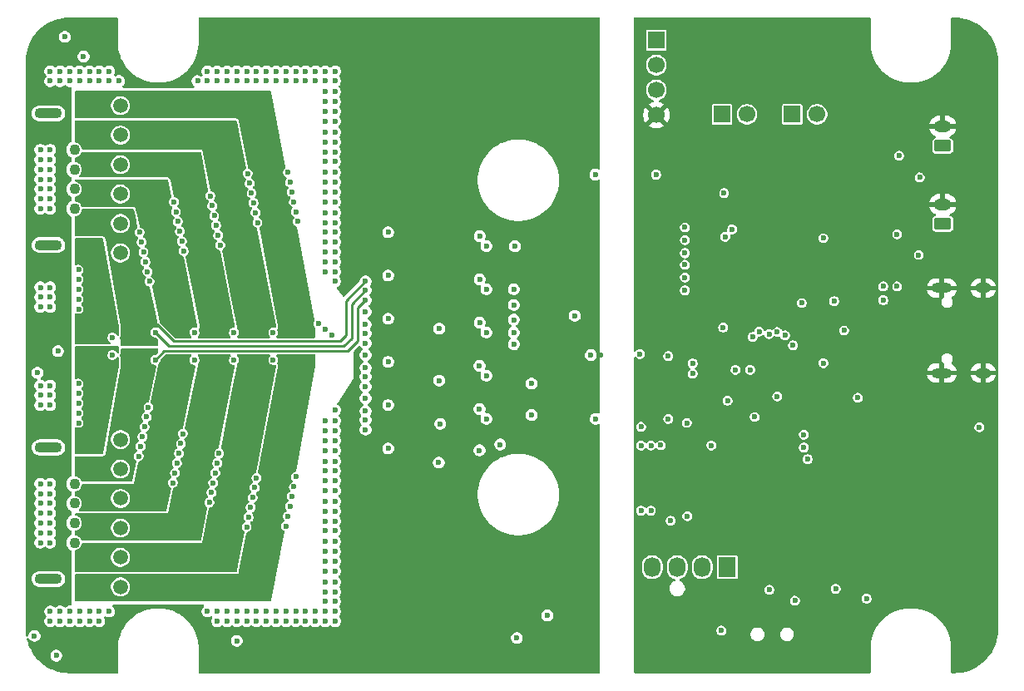
<source format=gbr>
%TF.GenerationSoftware,KiCad,Pcbnew,9.0.5*%
%TF.CreationDate,2025-10-16T19:16:23+10:00*%
%TF.ProjectId,12v-2x6,3132762d-3278-4362-9e6b-696361645f70,1*%
%TF.SameCoordinates,Original*%
%TF.FileFunction,Copper,L5,Inr*%
%TF.FilePolarity,Positive*%
%FSLAX46Y46*%
G04 Gerber Fmt 4.6, Leading zero omitted, Abs format (unit mm)*
G04 Created by KiCad (PCBNEW 9.0.5) date 2025-10-16 19:16:23*
%MOMM*%
%LPD*%
G01*
G04 APERTURE LIST*
G04 Aperture macros list*
%AMRoundRect*
0 Rectangle with rounded corners*
0 $1 Rounding radius*
0 $2 $3 $4 $5 $6 $7 $8 $9 X,Y pos of 4 corners*
0 Add a 4 corners polygon primitive as box body*
4,1,4,$2,$3,$4,$5,$6,$7,$8,$9,$2,$3,0*
0 Add four circle primitives for the rounded corners*
1,1,$1+$1,$2,$3*
1,1,$1+$1,$4,$5*
1,1,$1+$1,$6,$7*
1,1,$1+$1,$8,$9*
0 Add four rect primitives between the rounded corners*
20,1,$1+$1,$2,$3,$4,$5,0*
20,1,$1+$1,$4,$5,$6,$7,0*
20,1,$1+$1,$6,$7,$8,$9,0*
20,1,$1+$1,$8,$9,$2,$3,0*%
G04 Aperture macros list end*
%TA.AperFunction,ComponentPad*%
%ADD10RoundRect,0.250000X0.625000X-0.350000X0.625000X0.350000X-0.625000X0.350000X-0.625000X-0.350000X0*%
%TD*%
%TA.AperFunction,ComponentPad*%
%ADD11O,1.750000X1.200000*%
%TD*%
%TA.AperFunction,ComponentPad*%
%ADD12R,1.730000X2.030000*%
%TD*%
%TA.AperFunction,ComponentPad*%
%ADD13O,1.730000X2.030000*%
%TD*%
%TA.AperFunction,ComponentPad*%
%ADD14R,1.700000X1.700000*%
%TD*%
%TA.AperFunction,ComponentPad*%
%ADD15C,1.700000*%
%TD*%
%TA.AperFunction,ComponentPad*%
%ADD16C,1.520000*%
%TD*%
%TA.AperFunction,ComponentPad*%
%ADD17RoundRect,0.510000X-0.890000X0.000010X-0.890000X-0.000010X0.890000X-0.000010X0.890000X0.000010X0*%
%TD*%
%TA.AperFunction,ComponentPad*%
%ADD18C,1.100000*%
%TD*%
%TA.AperFunction,HeatsinkPad*%
%ADD19O,2.100000X1.000000*%
%TD*%
%TA.AperFunction,HeatsinkPad*%
%ADD20O,1.600000X1.000000*%
%TD*%
%TA.AperFunction,ViaPad*%
%ADD21C,0.600000*%
%TD*%
%TA.AperFunction,Conductor*%
%ADD22C,0.254000*%
%TD*%
G04 APERTURE END LIST*
D10*
%TO.N,/Input Output/NTC2*%
%TO.C,J7*%
X141850000Y-47600000D03*
D11*
%TO.N,GND*%
X141850000Y-45600000D03*
%TD*%
D12*
%TO.N,GND*%
%TO.C,M2*%
X119900000Y-90500000D03*
D13*
%TO.N,+5V*%
X117360000Y-90500000D03*
%TO.N,Net-(M2-Tacho)*%
X114820000Y-90500000D03*
%TO.N,Net-(M2-PWM)*%
X112280000Y-90500000D03*
%TD*%
D14*
%TO.N,+3.3V*%
%TO.C,J8*%
X112700000Y-36830000D03*
D15*
%TO.N,/Input Output/RX*%
X112700000Y-39370000D03*
%TO.N,/Input Output/TX*%
X112700000Y-41910000D03*
%TO.N,GND*%
X112700000Y-44450000D03*
%TD*%
D10*
%TO.N,/Input Output/NTC1*%
%TO.C,J6*%
X141850000Y-55550000D03*
D11*
%TO.N,GND*%
X141850000Y-53550000D03*
%TD*%
D14*
%TO.N,Net-(J4-Pin_1)*%
%TO.C,J4*%
X119385000Y-44385000D03*
D15*
%TO.N,Net-(J4-Pin_2)*%
X121925000Y-44385000D03*
%TD*%
D16*
%TO.N,/12V-2x6 Connectors/12V_OUT6*%
%TO.C,J2*%
X55150000Y-58500000D03*
%TO.N,/12V-2x6 Connectors/12V_OUT5*%
X55150000Y-55500000D03*
%TO.N,/12V-2x6 Connectors/12V_OUT4*%
X55150000Y-52500000D03*
%TO.N,/12V-2x6 Connectors/12V_OUT3*%
X55150000Y-49500000D03*
%TO.N,/12V-2x6 Connectors/12V_OUT2*%
X55150000Y-46500000D03*
%TO.N,/12V-2x6 Connectors/12V_OUT1*%
X55150000Y-43500000D03*
%TO.N,/12V-2x6 Connectors/GND_12V_6*%
X58150000Y-58500000D03*
%TO.N,/12V-2x6 Connectors/GND_12V_5*%
X58150000Y-55500000D03*
%TO.N,/12V-2x6 Connectors/GND_12V_4*%
X58150000Y-52500000D03*
%TO.N,/12V-2x6 Connectors/GND_12V_3*%
X58150000Y-49500000D03*
%TO.N,/12V-2x6 Connectors/GND_12V_2*%
X58150000Y-46500000D03*
%TO.N,/12V-2x6 Connectors/GND_12V_1*%
X58150000Y-43500000D03*
D17*
%TO.N,N/C*%
X50830000Y-57700000D03*
X50830000Y-44300000D03*
D18*
%TO.N,/12V-2x6 Connectors/S1*%
X53480000Y-54000000D03*
%TO.N,/12V-2x6 Connectors/S2*%
X53480000Y-52000000D03*
%TO.N,/12V-2x6 Connectors/S3*%
X53480000Y-50000000D03*
%TO.N,/12V-2x6 Connectors/S4*%
X53480000Y-48000000D03*
%TD*%
D14*
%TO.N,Net-(J4-Pin_1)*%
%TO.C,J5*%
X126525000Y-44385000D03*
D15*
%TO.N,Net-(J4-Pin_2)*%
X129065000Y-44385000D03*
%TD*%
D16*
%TO.N,/12V-2x6 Connectors/12V_IN1*%
%TO.C,J1*%
X55150000Y-92500000D03*
%TO.N,/12V-2x6 Connectors/12V_IN2*%
X55150000Y-89500000D03*
%TO.N,/12V-2x6 Connectors/12V_IN3*%
X55150000Y-86500000D03*
%TO.N,/12V-2x6 Connectors/12V_IN4*%
X55150000Y-83500000D03*
%TO.N,/12V-2x6 Connectors/12V_IN5*%
X55150000Y-80500000D03*
%TO.N,/12V-2x6 Connectors/12V_IN6*%
X55150000Y-77500000D03*
%TO.N,/12V-2x6 Connectors/GND_12V_1*%
X58150000Y-92500000D03*
%TO.N,/12V-2x6 Connectors/GND_12V_2*%
X58150000Y-89500000D03*
%TO.N,/12V-2x6 Connectors/GND_12V_3*%
X58150000Y-86500000D03*
%TO.N,/12V-2x6 Connectors/GND_12V_4*%
X58150000Y-83500000D03*
%TO.N,/12V-2x6 Connectors/GND_12V_5*%
X58150000Y-80500000D03*
%TO.N,/12V-2x6 Connectors/GND_12V_6*%
X58150000Y-77500000D03*
D17*
%TO.N,N/C*%
X50830000Y-91700000D03*
X50830000Y-78300000D03*
D18*
%TO.N,/12V-2x6 Connectors/S1*%
X53480000Y-88000000D03*
%TO.N,/12V-2x6 Connectors/S2*%
X53480000Y-86000000D03*
%TO.N,/12V-2x6 Connectors/S3*%
X53480000Y-84000000D03*
%TO.N,/12V-2x6 Connectors/S4*%
X53480000Y-82000000D03*
%TD*%
D19*
%TO.N,GND*%
%TO.C,J3*%
X141770000Y-70720000D03*
D20*
X145950000Y-70720000D03*
D19*
X141770000Y-62080000D03*
D20*
X145950000Y-62080000D03*
%TD*%
D21*
%TO.N,/12V-2x6 Connectors/12V_OUT6*%
X78300000Y-65700000D03*
%TO.N,/Current Sensing/CurrentSense6/IN-*%
X79000000Y-66300000D03*
%TO.N,/12V-2x6 Connectors/GND_12V_6*%
X53900000Y-71800000D03*
X53900000Y-64200000D03*
%TO.N,GND*%
X137100000Y-64600000D03*
X119400000Y-82950000D03*
X117600000Y-63600000D03*
X117750000Y-85300000D03*
X132600000Y-54000000D03*
X132710000Y-81250000D03*
X116500000Y-97935000D03*
X114400000Y-80200000D03*
X128900000Y-93700000D03*
X131000000Y-54000000D03*
X129700000Y-71275000D03*
X111475000Y-75400000D03*
X126750000Y-86000000D03*
X119300000Y-95100000D03*
X124950000Y-86750000D03*
X121100000Y-86700000D03*
X124400000Y-81550000D03*
X120550000Y-81050000D03*
X119400000Y-86050000D03*
X114400000Y-78850000D03*
X126050000Y-81550000D03*
X131000000Y-81250000D03*
X120550000Y-79900000D03*
X115800000Y-74800000D03*
X114400000Y-81700000D03*
X117300000Y-78100000D03*
X131500000Y-100400000D03*
X137200000Y-67800000D03*
X115400000Y-82900000D03*
X121087500Y-53300000D03*
X117000000Y-81750000D03*
X111980000Y-68800000D03*
X135700000Y-59300000D03*
X119150000Y-78100000D03*
X137100000Y-66400000D03*
X126750000Y-83100000D03*
X123050000Y-86750000D03*
X136400000Y-75175000D03*
X129700000Y-76300000D03*
X111725000Y-50525000D03*
X124900000Y-75100000D03*
X119550000Y-81750000D03*
X133000000Y-68500000D03*
X122300000Y-93900000D03*
X115500000Y-63600000D03*
X128200000Y-73250000D03*
X115500000Y-78100000D03*
X129100000Y-78900000D03*
X134400000Y-81250000D03*
X118050000Y-82950000D03*
X116500000Y-99200000D03*
X123150000Y-80450000D03*
X135000000Y-52100000D03*
X120500000Y-66100000D03*
X131800000Y-63400000D03*
X113150000Y-85730000D03*
%TO.N,/Input Output/NTC1*%
X127700000Y-78300000D03*
X137200000Y-56600000D03*
%TO.N,/Input Output/NTC2*%
X137400000Y-48600000D03*
X127700000Y-77000000D03*
%TO.N,+3.3V*%
X119500000Y-66100000D03*
X126800000Y-93900000D03*
X113150000Y-78080000D03*
X128100000Y-79500000D03*
X118300000Y-78100000D03*
X139400000Y-58700000D03*
X139500000Y-50800000D03*
X111150000Y-76200000D03*
X129700000Y-69725000D03*
X115800000Y-75800000D03*
X134100000Y-93700000D03*
X129700000Y-57000000D03*
X133200000Y-73250000D03*
%TO.N,/Input Output/RESET*%
X130950000Y-92700000D03*
X122700000Y-75200000D03*
%TO.N,/Alert Isolation/ALERT_OUT2*%
X115600000Y-61000000D03*
X122250000Y-70400000D03*
%TO.N,/Alert Isolation/ALERT_OUT3*%
X115600000Y-59700000D03*
X124175735Y-66750000D03*
%TO.N,/Alert Isolation/ALERT_OUT5*%
X125800000Y-66900000D03*
X115600000Y-57200000D03*
%TO.N,+5VP*%
X105550000Y-50525000D03*
X85400000Y-77400000D03*
X85400000Y-59790000D03*
X52580000Y-99500000D03*
X85400000Y-68590000D03*
X93700000Y-68090000D03*
X93700000Y-63690000D03*
X104100000Y-75400000D03*
X93700000Y-81300000D03*
X90500000Y-62300000D03*
X90600000Y-67000000D03*
X51800000Y-67540000D03*
X93700000Y-76890000D03*
X98700000Y-99600000D03*
X85400000Y-72990000D03*
X101600000Y-96700000D03*
X51540000Y-36500000D03*
X85400000Y-64190000D03*
X90500000Y-58100000D03*
X90700000Y-75100000D03*
X106980000Y-68900000D03*
X93700000Y-72490000D03*
X104100000Y-68900000D03*
X85400000Y-55390000D03*
X93700000Y-59290000D03*
%TO.N,GND1*%
X58000000Y-41000000D03*
X79000000Y-44100000D03*
X56000000Y-41000000D03*
X80000000Y-80700000D03*
X51000000Y-62000000D03*
X80000000Y-75600000D03*
X51000000Y-88000000D03*
X50000000Y-86000000D03*
X79000000Y-60400000D03*
X80000000Y-52300000D03*
X79000000Y-94000000D03*
X51000000Y-82000000D03*
X78000000Y-41000000D03*
X79000000Y-53300000D03*
X77000000Y-40000000D03*
X71000000Y-95000000D03*
X53000000Y-41000000D03*
X52000000Y-41000000D03*
X80000000Y-60400000D03*
X80000000Y-93000000D03*
X85400000Y-56390000D03*
X79000000Y-40000000D03*
X98500000Y-97700000D03*
X51000000Y-86000000D03*
X75000000Y-41000000D03*
X50000000Y-73000000D03*
X79000000Y-87900000D03*
X80000000Y-87900000D03*
X68000000Y-40000000D03*
X50000000Y-85000000D03*
X79000000Y-58400000D03*
X69000000Y-95000000D03*
X70000000Y-96000000D03*
X70000000Y-40000000D03*
X68000000Y-95000000D03*
X50000000Y-51000000D03*
X50000000Y-84000000D03*
X51000000Y-74000000D03*
X80000000Y-47200000D03*
X51000000Y-96000000D03*
X50000000Y-50000000D03*
X50000000Y-88000000D03*
X51000000Y-95000000D03*
X79000000Y-77600000D03*
X53000000Y-40000000D03*
X50000000Y-83000000D03*
X54000000Y-95000000D03*
X73000000Y-40000000D03*
X75000000Y-96000000D03*
X76000000Y-41000000D03*
X51000000Y-53000000D03*
X68000000Y-41000000D03*
X80000000Y-94000000D03*
X78000000Y-95000000D03*
X106500000Y-50525000D03*
X79000000Y-55400000D03*
X52000000Y-96000000D03*
X106020000Y-68900000D03*
X79000000Y-48200000D03*
X51800000Y-68500000D03*
X74000000Y-41000000D03*
X53000000Y-95000000D03*
X80000000Y-78600000D03*
X79000000Y-85800000D03*
X79000000Y-93000000D03*
X79000000Y-92000000D03*
X67000000Y-40000000D03*
X79000000Y-50300000D03*
X80000000Y-53300000D03*
X80000000Y-79700000D03*
X80000000Y-48200000D03*
X50000000Y-62000000D03*
X75000000Y-40000000D03*
X52000000Y-40000000D03*
X55000000Y-96000000D03*
X79000000Y-75600000D03*
X83100000Y-73300000D03*
X80000000Y-56400000D03*
X50000000Y-64000000D03*
X79000000Y-57400000D03*
X85400000Y-78400000D03*
X79000000Y-45100000D03*
X80000000Y-51300000D03*
X78000000Y-96000000D03*
X72000000Y-96000000D03*
X79000000Y-43100000D03*
X90700000Y-75900000D03*
X79000000Y-80700000D03*
X50000000Y-52000000D03*
X51000000Y-84000000D03*
X50000000Y-63000000D03*
X55000000Y-41000000D03*
X79000000Y-76600000D03*
X79000000Y-78600000D03*
X80000000Y-46200000D03*
X85400000Y-69590000D03*
X80000000Y-59400000D03*
X51000000Y-73000000D03*
X79000000Y-81700000D03*
X51000000Y-83000000D03*
X79000000Y-59400000D03*
X80000000Y-77600000D03*
X51000000Y-85000000D03*
X71000000Y-96000000D03*
X51000000Y-54000000D03*
X76000000Y-40000000D03*
X80000000Y-74500000D03*
X80000000Y-55400000D03*
X51000000Y-50000000D03*
X80000000Y-96000000D03*
X80000000Y-40000000D03*
X80000000Y-81700000D03*
X56000000Y-95000000D03*
X80000000Y-61400000D03*
X66000000Y-41000000D03*
X75000000Y-95000000D03*
X80000000Y-42100000D03*
X51000000Y-51000000D03*
X68000000Y-96000000D03*
X56000000Y-40000000D03*
X85400000Y-60790000D03*
X50000000Y-53000000D03*
X77000000Y-41000000D03*
X72000000Y-41000000D03*
X80000000Y-49200000D03*
X51000000Y-49000000D03*
X51000000Y-41000000D03*
X55000000Y-95000000D03*
X83100000Y-68900000D03*
X54000000Y-40000000D03*
X69000000Y-96000000D03*
X51620000Y-99500000D03*
X85400000Y-65190000D03*
X79000000Y-89900000D03*
X80000000Y-88900000D03*
X72000000Y-40000000D03*
X50000000Y-82000000D03*
X90600000Y-66200000D03*
X51000000Y-48000000D03*
X80000000Y-45100000D03*
X79000000Y-41000000D03*
X80000000Y-58400000D03*
X80000000Y-92000000D03*
X73000000Y-95000000D03*
X69000000Y-40000000D03*
X90600000Y-71500000D03*
X80000000Y-54400000D03*
X80000000Y-57400000D03*
X80000000Y-50300000D03*
X77000000Y-96000000D03*
X76000000Y-95000000D03*
X70000000Y-95000000D03*
X51000000Y-52000000D03*
X74000000Y-96000000D03*
X79000000Y-49200000D03*
X80000000Y-86800000D03*
X50000000Y-87000000D03*
X80000000Y-82700000D03*
X79000000Y-86800000D03*
X53000000Y-96000000D03*
X83100000Y-64500000D03*
X71000000Y-40000000D03*
X80000000Y-44100000D03*
X77000000Y-95000000D03*
X50000000Y-48000000D03*
X67000000Y-95000000D03*
X79000000Y-47200000D03*
X69000000Y-41000000D03*
X79000000Y-90900000D03*
X73000000Y-41000000D03*
X80000000Y-76600000D03*
X79000000Y-84800000D03*
X79000000Y-88900000D03*
X80000000Y-41000000D03*
X79000000Y-96000000D03*
X80000000Y-83800000D03*
X50000000Y-72000000D03*
X78000000Y-40000000D03*
X50000000Y-74000000D03*
X55000000Y-40000000D03*
X80000000Y-89900000D03*
X85400000Y-73990000D03*
X79000000Y-83800000D03*
X50000000Y-49000000D03*
X79000000Y-46200000D03*
X51000000Y-87000000D03*
X106525000Y-75400000D03*
X57000000Y-95000000D03*
X80000000Y-43100000D03*
X79000000Y-42100000D03*
X79000000Y-51300000D03*
X101600000Y-95400000D03*
X80000000Y-84800000D03*
X67000000Y-41000000D03*
X76000000Y-96000000D03*
X50000000Y-54000000D03*
X104400000Y-64900000D03*
X79000000Y-95000000D03*
X54000000Y-96000000D03*
X79000000Y-82700000D03*
X80000000Y-90900000D03*
X90550000Y-79850000D03*
X56000000Y-96000000D03*
X54000000Y-41000000D03*
X51000000Y-64000000D03*
X52500000Y-36500000D03*
X51000000Y-72000000D03*
X79000000Y-56400000D03*
X72000000Y-95000000D03*
X70000000Y-41000000D03*
X80000000Y-85800000D03*
X80000000Y-95000000D03*
X79000000Y-79700000D03*
X74000000Y-40000000D03*
X79000000Y-52300000D03*
X74000000Y-95000000D03*
X51000000Y-40000000D03*
X71000000Y-41000000D03*
X57000000Y-40000000D03*
X52000000Y-95000000D03*
X79000000Y-54400000D03*
X51000000Y-63000000D03*
X73000000Y-96000000D03*
X57000000Y-41000000D03*
%TO.N,/Alert Isolation/ALERT_OUT1*%
X115600000Y-62300000D03*
X120750000Y-70400000D03*
%TO.N,+5V*%
X135800000Y-63300000D03*
X111020000Y-68800000D03*
X115850000Y-85300000D03*
X114150000Y-85760000D03*
X113900000Y-75400000D03*
X131800000Y-66400000D03*
X137200000Y-61900000D03*
X145575000Y-76250000D03*
X113900000Y-69000000D03*
X127500000Y-63600000D03*
X135800000Y-61900000D03*
X112675000Y-50525000D03*
X119300000Y-96950000D03*
X130800000Y-63400000D03*
%TO.N,/Input Output/CASE_SW*%
X119587500Y-52400000D03*
X125000000Y-73100000D03*
%TO.N,/Alert Isolation/ALERT_OUT6*%
X115600000Y-55900000D03*
X126600000Y-67900000D03*
%TO.N,/Alert Isolation/ALERT_OUT4*%
X115600000Y-58500000D03*
X125000000Y-66550000D03*
%TO.N,/Alert Isolation/ALERT_IN6*%
X98300000Y-57800000D03*
X95400000Y-57800000D03*
%TO.N,/Alert Isolation/ALERT_IN3*%
X98200000Y-65300000D03*
X95400000Y-71000000D03*
%TO.N,/Alert Isolation/ALERT_IN4*%
X98200000Y-63800000D03*
X95400000Y-66600000D03*
%TO.N,/Alert Isolation/ALERT_IN5*%
X98200000Y-62200000D03*
X95400000Y-62200000D03*
%TO.N,/Alert Isolation/ALERT_IN1*%
X96800000Y-78000000D03*
X98200000Y-67800000D03*
%TO.N,/Alert Isolation/ALERT_IN2*%
X98200000Y-66600000D03*
X95400000Y-75400000D03*
%TO.N,/12V-2x6 Connectors/12V_IN4*%
X64200000Y-70100000D03*
X62800000Y-70900000D03*
X63500000Y-70100000D03*
X64200000Y-70900000D03*
X63500000Y-70900000D03*
X62800000Y-70100000D03*
%TO.N,/12V-2x6 Connectors/12V_IN3*%
X68200000Y-70100000D03*
X67500000Y-70100000D03*
X66800000Y-70100000D03*
X68200000Y-70900000D03*
X66800000Y-70900000D03*
X67500000Y-70900000D03*
%TO.N,/12V-2x6 Connectors/12V_IN5*%
X59500000Y-70900000D03*
X59500000Y-70100000D03*
X58800000Y-70100000D03*
X60200000Y-70100000D03*
X58800000Y-70900000D03*
X60200000Y-70900000D03*
%TO.N,/12V-2x6 Connectors/12V_IN2*%
X70800000Y-70100000D03*
X70800000Y-70900000D03*
X72200000Y-70100000D03*
X71500000Y-70100000D03*
X72200000Y-70900000D03*
X71500000Y-70900000D03*
%TO.N,/12V-2x6 Connectors/12V_IN1*%
X74800000Y-70900000D03*
X75500000Y-70900000D03*
X74800000Y-70100000D03*
X75500000Y-70100000D03*
X76200000Y-70100000D03*
X76200000Y-70900000D03*
%TO.N,/12V-2x6 Connectors/12V_IN6*%
X56100000Y-70100000D03*
X55400000Y-70900000D03*
X55400000Y-70100000D03*
X54700000Y-70900000D03*
X56100000Y-70900000D03*
X54700000Y-70100000D03*
%TO.N,/12V-2x6 Connectors/12V_OUT5*%
X59500000Y-65000000D03*
X58800000Y-65800000D03*
X60200000Y-65800000D03*
X60200000Y-65000000D03*
X83100000Y-61400000D03*
X59500000Y-65800000D03*
X58800000Y-65000000D03*
%TO.N,/12V-2x6 Connectors/12V_OUT6*%
X56100000Y-65900000D03*
X55400000Y-65100000D03*
X56100000Y-65100000D03*
X54700000Y-65900000D03*
X55400000Y-65900000D03*
X54700000Y-65100000D03*
%TO.N,/12V-2x6 Connectors/12V_OUT4*%
X62800000Y-65000000D03*
X83100000Y-65800000D03*
X64200000Y-65000000D03*
X63500000Y-65000000D03*
X64200000Y-65800000D03*
X63500000Y-65800000D03*
X62800000Y-65800000D03*
%TO.N,/12V-2x6 Connectors/12V_OUT1*%
X76200000Y-65000000D03*
X75500000Y-65800000D03*
X74800000Y-65800000D03*
X75500000Y-65000000D03*
X76200000Y-65800000D03*
X74800000Y-65000000D03*
%TO.N,/12V-2x6 Connectors/12V_OUT3*%
X66800000Y-65800000D03*
X67500000Y-65800000D03*
X68200000Y-65000000D03*
X68200000Y-65800000D03*
X66800000Y-65000000D03*
X83100000Y-70200000D03*
X67500000Y-65000000D03*
%TO.N,/12V-2x6 Connectors/12V_OUT2*%
X71500000Y-65800000D03*
X70800000Y-65000000D03*
X70800000Y-65800000D03*
X72200000Y-65000000D03*
X83100000Y-74600000D03*
X71500000Y-65000000D03*
X72200000Y-65800000D03*
%TO.N,/Input Output/BOOT*%
X124200000Y-92800000D03*
X119950000Y-73550000D03*
%TO.N,/Current Sensing/CurrentSense2/IN+*%
X73700000Y-69400000D03*
X83100000Y-76500000D03*
%TO.N,/Current Sensing/CurrentSense2/IN-*%
X73700000Y-66600000D03*
X83100000Y-75500000D03*
%TO.N,/Current Sensing/CurrentSense3/IN+*%
X69700000Y-69400000D03*
X83100000Y-72100000D03*
%TO.N,/Current Sensing/CurrentSense3/IN-*%
X83100000Y-71100000D03*
X69700000Y-66600000D03*
%TO.N,/Current Sensing/CurrentSense4/IN+*%
X83100000Y-67700000D03*
X65700000Y-69400000D03*
%TO.N,/Current Sensing/CurrentSense4/IN-*%
X83100000Y-66700000D03*
X65700000Y-66600000D03*
%TO.N,/Current Sensing/CurrentSense5/IN+*%
X61700000Y-69400000D03*
X83100000Y-63300000D03*
%TO.N,/Current Sensing/CurrentSense5/IN-*%
X83100000Y-62300000D03*
X61700000Y-66600000D03*
%TO.N,/Current Sensing/CurrentSense6/IN+*%
X79650000Y-66850000D03*
X57334000Y-68885000D03*
%TO.N,/Current Sensing/CurrentSense6/IN-*%
X57334000Y-67115000D03*
%TO.N,/Current Sensing/SCL1*%
X100000000Y-75000000D03*
X54400000Y-38500000D03*
X49700000Y-70700000D03*
X100000000Y-71810000D03*
X70000000Y-98000000D03*
X49400000Y-97500000D03*
%TO.N,/Current Sensing/SDA1*%
X94725735Y-65600000D03*
X94700000Y-70000000D03*
X94725735Y-56800000D03*
X94700000Y-78600000D03*
X94700000Y-74400000D03*
X94725735Y-61200000D03*
%TO.N,Net-(M2-Tacho)*%
X112150000Y-84740000D03*
%TO.N,Net-(M2-PWM)*%
X111150000Y-84740000D03*
%TO.N,/Input Output/FAN_TACHO*%
X116400000Y-70800000D03*
X112150000Y-78110000D03*
%TO.N,/Input Output/FAN_PWM*%
X116400000Y-69750000D03*
X111150000Y-78110000D03*
%TO.N,/Input Output/TX*%
X119700000Y-56850000D03*
X122500000Y-67050000D03*
%TO.N,/Input Output/RX*%
X123150000Y-66500000D03*
X120400000Y-56100000D03*
%TO.N,/12V-2x6 Connectors/GND_12V_5*%
X60500000Y-58400000D03*
X60100000Y-56400000D03*
X60700000Y-59400000D03*
X60400000Y-77200000D03*
X60900000Y-60400000D03*
X60800000Y-75200000D03*
X60200000Y-78200000D03*
X61100000Y-61400000D03*
X60600000Y-76200000D03*
X60300000Y-57400000D03*
X60000000Y-79200000D03*
X61000000Y-74200000D03*
%TO.N,/12V-2x6 Connectors/GND_12V_6*%
X53900000Y-75800000D03*
X53900000Y-74800000D03*
X53900000Y-61200000D03*
X53900000Y-60200000D03*
X53900000Y-72800000D03*
X53900000Y-62200000D03*
X53900000Y-73800000D03*
X53900000Y-63200000D03*
%TO.N,/12V-2x6 Connectors/GND_12V_3*%
X68300000Y-57700000D03*
X67400000Y-82900000D03*
X67900000Y-55700000D03*
X67300000Y-52700000D03*
X67600000Y-81900000D03*
X68100000Y-56700000D03*
X67700000Y-54700000D03*
X68000000Y-79900000D03*
X67500000Y-53700000D03*
X67200000Y-83900000D03*
X68200000Y-78900000D03*
X67800000Y-80900000D03*
%TO.N,/12V-2x6 Connectors/GND_12V_2*%
X71800000Y-82400000D03*
X71100000Y-50400000D03*
X71000000Y-86400000D03*
X72000000Y-81400000D03*
X71200000Y-85400000D03*
X71700000Y-53400000D03*
X71900000Y-54400000D03*
X71300000Y-51400000D03*
X72100000Y-55400000D03*
X71400000Y-84400000D03*
X71500000Y-52400000D03*
X71600000Y-83400000D03*
%TO.N,/12V-2x6 Connectors/GND_12V_1*%
X75800000Y-53300000D03*
X75400000Y-84300000D03*
X76000000Y-54300000D03*
X75800000Y-82300000D03*
X75200000Y-85300000D03*
X75600000Y-52300000D03*
X76000000Y-81300000D03*
X75400000Y-51300000D03*
X75200000Y-50300000D03*
X75000000Y-86300000D03*
X75600000Y-83300000D03*
X76200000Y-55300000D03*
%TO.N,/12V-2x6 Connectors/GND_12V_4*%
X64500000Y-76900000D03*
X63500000Y-81900000D03*
X64200000Y-56300000D03*
X64300000Y-77900000D03*
X64400000Y-57300000D03*
X63900000Y-79900000D03*
X64600000Y-58300000D03*
X63700000Y-80900000D03*
X64000000Y-55300000D03*
X63600000Y-53300000D03*
X64100000Y-78900000D03*
X63800000Y-54300000D03*
%TD*%
D22*
%TO.N,/12V-2x6 Connectors/12V_OUT5*%
X60200000Y-65800000D02*
X61875000Y-65800000D01*
X81100000Y-63400000D02*
X83100000Y-61400000D01*
X81100000Y-66900000D02*
X81100000Y-63400000D01*
X63575000Y-67500000D02*
X80500000Y-67500000D01*
X80500000Y-67500000D02*
X81100000Y-66900000D01*
X61875000Y-65800000D02*
X63575000Y-67500000D01*
%TO.N,/Current Sensing/CurrentSense5/IN+*%
X82300000Y-67500000D02*
X82300000Y-64100000D01*
X81300000Y-68500000D02*
X82300000Y-67500000D01*
X61700000Y-69400000D02*
X62600000Y-68500000D01*
X82300000Y-64100000D02*
X83100000Y-63300000D01*
X62600000Y-68500000D02*
X81300000Y-68500000D01*
%TO.N,/Current Sensing/CurrentSense5/IN-*%
X80900000Y-68000000D02*
X81700000Y-67200000D01*
X63100000Y-68000000D02*
X80900000Y-68000000D01*
X61700000Y-66600000D02*
X63100000Y-68000000D01*
X81700000Y-67200000D02*
X81700000Y-63700000D01*
X81700000Y-63700000D02*
X83100000Y-62300000D01*
%TD*%
%TA.AperFunction,Conductor*%
%TO.N,/12V-2x6 Connectors/12V_IN5*%
G36*
X61943039Y-68225185D02*
G01*
X61988794Y-68277989D01*
X62000000Y-68329500D01*
X62000000Y-68585483D01*
X61980315Y-68652522D01*
X61963681Y-68673164D01*
X61773664Y-68863181D01*
X61712341Y-68896666D01*
X61685983Y-68899500D01*
X61634108Y-68899500D01*
X61506812Y-68933608D01*
X61392686Y-68999500D01*
X61392683Y-68999502D01*
X61299502Y-69092683D01*
X61299500Y-69092686D01*
X61233608Y-69206812D01*
X61199500Y-69334108D01*
X61199500Y-69465891D01*
X61233608Y-69593187D01*
X61266554Y-69650250D01*
X61299500Y-69707314D01*
X61392686Y-69800500D01*
X61506814Y-69866392D01*
X61634108Y-69900500D01*
X61634110Y-69900500D01*
X61658321Y-69900500D01*
X61725360Y-69920185D01*
X61771115Y-69972989D01*
X61781059Y-70042147D01*
X61779715Y-70049790D01*
X61039712Y-73601798D01*
X61006768Y-73663414D01*
X60945742Y-73697437D01*
X60934520Y-73699445D01*
X60934115Y-73699498D01*
X60806812Y-73733608D01*
X60692686Y-73799500D01*
X60692683Y-73799502D01*
X60599502Y-73892683D01*
X60599500Y-73892686D01*
X60533608Y-74006812D01*
X60499500Y-74134108D01*
X60499500Y-74265891D01*
X60533608Y-74393187D01*
X60566554Y-74450250D01*
X60599500Y-74507314D01*
X60599502Y-74507316D01*
X60631373Y-74539187D01*
X60664858Y-74600510D01*
X60659874Y-74670202D01*
X60618002Y-74726135D01*
X60605693Y-74734255D01*
X60492686Y-74799500D01*
X60492683Y-74799502D01*
X60399502Y-74892683D01*
X60399500Y-74892686D01*
X60333608Y-75006812D01*
X60299500Y-75134108D01*
X60299500Y-75265891D01*
X60333608Y-75393187D01*
X60337253Y-75399500D01*
X60399500Y-75507314D01*
X60399502Y-75507316D01*
X60431373Y-75539187D01*
X60464858Y-75600510D01*
X60459874Y-75670202D01*
X60418002Y-75726135D01*
X60405693Y-75734255D01*
X60292686Y-75799500D01*
X60292683Y-75799502D01*
X60199502Y-75892683D01*
X60199500Y-75892686D01*
X60133608Y-76006812D01*
X60116201Y-76071777D01*
X60099500Y-76134108D01*
X60099500Y-76265892D01*
X60116554Y-76329539D01*
X60133608Y-76393187D01*
X60166554Y-76450250D01*
X60199500Y-76507314D01*
X60199502Y-76507316D01*
X60231373Y-76539187D01*
X60264858Y-76600510D01*
X60259874Y-76670202D01*
X60218002Y-76726135D01*
X60205693Y-76734255D01*
X60092686Y-76799500D01*
X60092683Y-76799502D01*
X59999502Y-76892683D01*
X59999500Y-76892686D01*
X59933608Y-77006812D01*
X59899500Y-77134108D01*
X59899500Y-77265891D01*
X59933608Y-77393187D01*
X59966554Y-77450250D01*
X59999500Y-77507314D01*
X59999502Y-77507316D01*
X60031373Y-77539187D01*
X60064858Y-77600510D01*
X60059874Y-77670202D01*
X60018002Y-77726135D01*
X60005693Y-77734255D01*
X59892686Y-77799500D01*
X59892683Y-77799502D01*
X59799502Y-77892683D01*
X59799500Y-77892686D01*
X59733608Y-78006812D01*
X59699500Y-78134108D01*
X59699500Y-78265891D01*
X59733608Y-78393187D01*
X59751161Y-78423589D01*
X59799500Y-78507314D01*
X59799502Y-78507316D01*
X59831373Y-78539187D01*
X59864858Y-78600510D01*
X59859874Y-78670202D01*
X59818002Y-78726135D01*
X59805693Y-78734255D01*
X59692686Y-78799500D01*
X59692683Y-78799502D01*
X59599502Y-78892683D01*
X59599500Y-78892686D01*
X59533608Y-79006812D01*
X59499500Y-79134108D01*
X59499500Y-79265891D01*
X59533608Y-79393187D01*
X59566554Y-79450250D01*
X59599500Y-79507314D01*
X59692686Y-79600500D01*
X59701852Y-79605792D01*
X59703042Y-79606479D01*
X59751258Y-79657046D01*
X59764481Y-79725653D01*
X59758503Y-79752172D01*
X59758697Y-79752228D01*
X59757697Y-79755748D01*
X59757601Y-79756175D01*
X59757486Y-79756491D01*
X59757485Y-79756493D01*
X59757484Y-79756498D01*
X59353795Y-81694212D01*
X59353466Y-81695790D01*
X59320522Y-81757406D01*
X59259496Y-81791429D01*
X59232072Y-81794500D01*
X54346957Y-81794500D01*
X54323194Y-81795880D01*
X54323174Y-81795882D01*
X54306157Y-81797865D01*
X54237290Y-81786071D01*
X54185732Y-81738917D01*
X54177246Y-81722150D01*
X54145087Y-81644511D01*
X54145080Y-81644498D01*
X54062951Y-81521584D01*
X54062948Y-81521580D01*
X53958419Y-81417051D01*
X53958415Y-81417048D01*
X53835501Y-81334919D01*
X53835488Y-81334912D01*
X53698917Y-81278343D01*
X53698908Y-81278340D01*
X53599807Y-81258627D01*
X53537897Y-81226241D01*
X53503323Y-81165525D01*
X53500000Y-81137010D01*
X53500000Y-80594603D01*
X57189499Y-80594603D01*
X57226410Y-80780161D01*
X57226413Y-80780171D01*
X57298814Y-80954965D01*
X57298816Y-80954968D01*
X57403927Y-81112278D01*
X57403933Y-81112286D01*
X57537713Y-81246066D01*
X57537721Y-81246072D01*
X57695031Y-81351183D01*
X57695034Y-81351185D01*
X57854044Y-81417048D01*
X57869833Y-81423588D01*
X57869837Y-81423588D01*
X57869838Y-81423589D01*
X58055396Y-81460500D01*
X58055399Y-81460500D01*
X58244603Y-81460500D01*
X58369442Y-81435667D01*
X58430167Y-81423588D01*
X58604967Y-81351184D01*
X58762283Y-81246069D01*
X58896069Y-81112283D01*
X59001184Y-80954967D01*
X59073588Y-80780167D01*
X59109829Y-80597975D01*
X59110500Y-80594603D01*
X59110500Y-80405396D01*
X59073589Y-80219838D01*
X59073588Y-80219837D01*
X59073588Y-80219833D01*
X59073586Y-80219828D01*
X59001185Y-80045034D01*
X59001183Y-80045031D01*
X58896072Y-79887721D01*
X58896066Y-79887713D01*
X58762286Y-79753933D01*
X58762278Y-79753927D01*
X58604968Y-79648816D01*
X58604965Y-79648814D01*
X58430171Y-79576413D01*
X58430161Y-79576410D01*
X58244603Y-79539500D01*
X58244601Y-79539500D01*
X58055399Y-79539500D01*
X58055397Y-79539500D01*
X57869838Y-79576410D01*
X57869828Y-79576413D01*
X57695034Y-79648814D01*
X57695031Y-79648816D01*
X57537721Y-79753927D01*
X57537713Y-79753933D01*
X57403933Y-79887713D01*
X57403927Y-79887721D01*
X57298816Y-80045031D01*
X57298814Y-80045034D01*
X57226413Y-80219828D01*
X57226410Y-80219838D01*
X57189500Y-80405396D01*
X57189500Y-80405399D01*
X57189500Y-80594601D01*
X57189500Y-80594603D01*
X57189499Y-80594603D01*
X53500000Y-80594603D01*
X53500000Y-79329500D01*
X53519685Y-79262461D01*
X53572489Y-79216706D01*
X53624000Y-79205500D01*
X56296098Y-79205500D01*
X56296100Y-79205500D01*
X56296107Y-79205499D01*
X56296118Y-79205499D01*
X56302995Y-79205064D01*
X56321974Y-79203865D01*
X56352947Y-79199934D01*
X56432385Y-79172533D01*
X56492383Y-79136727D01*
X56513140Y-79122549D01*
X56571069Y-79051778D01*
X56602184Y-78989219D01*
X56620514Y-78933673D01*
X56811638Y-77858603D01*
X56858571Y-77594603D01*
X57189499Y-77594603D01*
X57226410Y-77780161D01*
X57226413Y-77780171D01*
X57298814Y-77954965D01*
X57298816Y-77954968D01*
X57403927Y-78112278D01*
X57403933Y-78112286D01*
X57537713Y-78246066D01*
X57537721Y-78246072D01*
X57695031Y-78351183D01*
X57695034Y-78351185D01*
X57856347Y-78418002D01*
X57869833Y-78423588D01*
X57869837Y-78423588D01*
X57869838Y-78423589D01*
X58055396Y-78460500D01*
X58055399Y-78460500D01*
X58244603Y-78460500D01*
X58402899Y-78429012D01*
X58430167Y-78423588D01*
X58546700Y-78375318D01*
X58604965Y-78351185D01*
X58604968Y-78351183D01*
X58762283Y-78246069D01*
X58896069Y-78112283D01*
X59001184Y-77954967D01*
X59073588Y-77780167D01*
X59110500Y-77594601D01*
X59110500Y-77405399D01*
X59110500Y-77405396D01*
X59073589Y-77219838D01*
X59073588Y-77219837D01*
X59073588Y-77219833D01*
X59038080Y-77134108D01*
X59001185Y-77045034D01*
X59001183Y-77045031D01*
X58896072Y-76887721D01*
X58896066Y-76887713D01*
X58762286Y-76753933D01*
X58762278Y-76753927D01*
X58604968Y-76648816D01*
X58604965Y-76648814D01*
X58430171Y-76576413D01*
X58430161Y-76576410D01*
X58244603Y-76539500D01*
X58244601Y-76539500D01*
X58055399Y-76539500D01*
X58055397Y-76539500D01*
X57869838Y-76576410D01*
X57869828Y-76576413D01*
X57695034Y-76648814D01*
X57695031Y-76648816D01*
X57537721Y-76753927D01*
X57537713Y-76753933D01*
X57403933Y-76887713D01*
X57403927Y-76887721D01*
X57298816Y-77045031D01*
X57298814Y-77045034D01*
X57226413Y-77219828D01*
X57226410Y-77219838D01*
X57189500Y-77405396D01*
X57189500Y-77405399D01*
X57189500Y-77594601D01*
X57189500Y-77594603D01*
X57189499Y-77594603D01*
X56858571Y-77594603D01*
X56897149Y-77377603D01*
X57249934Y-75393186D01*
X58200414Y-70046735D01*
X58202792Y-70028818D01*
X58204706Y-70007114D01*
X58205500Y-69989062D01*
X58205500Y-69195229D01*
X58202655Y-69161150D01*
X58198705Y-69137663D01*
X58195858Y-69120727D01*
X58195801Y-69120395D01*
X58195718Y-69119907D01*
X58160576Y-69035472D01*
X58120048Y-68978558D01*
X58106784Y-68962155D01*
X58079936Y-68897653D01*
X58092222Y-68828872D01*
X58116416Y-68795617D01*
X58132843Y-68779524D01*
X58177490Y-68699707D01*
X58197175Y-68632668D01*
X58205500Y-68574770D01*
X58205500Y-68329500D01*
X58225185Y-68262461D01*
X58277989Y-68216706D01*
X58329500Y-68205500D01*
X61876000Y-68205500D01*
X61943039Y-68225185D01*
G37*
%TD.AperFunction*%
%TD*%
%TA.AperFunction,Conductor*%
%TO.N,/12V-2x6 Connectors/12V_OUT3*%
G36*
X54310410Y-48200243D02*
G01*
X54346967Y-48205500D01*
X66228398Y-48205500D01*
X66295437Y-48225185D01*
X66341192Y-48277989D01*
X66350118Y-48305832D01*
X67096257Y-52143126D01*
X67089730Y-52212690D01*
X67046630Y-52267683D01*
X67036540Y-52274180D01*
X66992686Y-52299500D01*
X66992683Y-52299502D01*
X66899502Y-52392683D01*
X66899500Y-52392686D01*
X66833608Y-52506812D01*
X66808773Y-52599500D01*
X66799500Y-52634108D01*
X66799500Y-52765892D01*
X66808221Y-52798439D01*
X66833608Y-52893187D01*
X66848162Y-52918394D01*
X66899500Y-53007314D01*
X66992686Y-53100500D01*
X67105692Y-53165744D01*
X67153908Y-53216311D01*
X67167131Y-53284918D01*
X67141163Y-53349783D01*
X67131374Y-53360811D01*
X67099503Y-53392682D01*
X67099500Y-53392686D01*
X67033608Y-53506812D01*
X67008773Y-53599500D01*
X66999500Y-53634108D01*
X66999500Y-53765892D01*
X67008505Y-53799500D01*
X67033608Y-53893187D01*
X67057234Y-53934108D01*
X67099500Y-54007314D01*
X67192686Y-54100500D01*
X67305692Y-54165744D01*
X67353908Y-54216311D01*
X67367131Y-54284918D01*
X67341163Y-54349783D01*
X67331374Y-54360811D01*
X67299503Y-54392682D01*
X67299500Y-54392686D01*
X67233608Y-54506812D01*
X67206680Y-54607313D01*
X67199500Y-54634108D01*
X67199500Y-54765892D01*
X67208505Y-54799500D01*
X67233608Y-54893187D01*
X67248162Y-54918394D01*
X67299500Y-55007314D01*
X67392686Y-55100500D01*
X67505692Y-55165744D01*
X67553908Y-55216311D01*
X67567131Y-55284918D01*
X67541163Y-55349783D01*
X67531374Y-55360811D01*
X67499503Y-55392682D01*
X67499500Y-55392686D01*
X67433608Y-55506812D01*
X67425772Y-55536058D01*
X67399500Y-55634108D01*
X67399500Y-55765892D01*
X67408505Y-55799500D01*
X67433608Y-55893187D01*
X67466554Y-55950250D01*
X67499500Y-56007314D01*
X67592686Y-56100500D01*
X67705692Y-56165744D01*
X67753908Y-56216311D01*
X67767131Y-56284918D01*
X67741163Y-56349783D01*
X67731374Y-56360811D01*
X67699503Y-56392682D01*
X67699500Y-56392686D01*
X67633608Y-56506812D01*
X67606680Y-56607313D01*
X67599500Y-56634108D01*
X67599500Y-56765892D01*
X67608505Y-56799500D01*
X67633608Y-56893187D01*
X67666554Y-56950250D01*
X67699500Y-57007314D01*
X67792686Y-57100500D01*
X67905692Y-57165744D01*
X67953908Y-57216311D01*
X67967131Y-57284918D01*
X67941163Y-57349783D01*
X67931374Y-57360811D01*
X67899503Y-57392682D01*
X67899500Y-57392686D01*
X67833608Y-57506812D01*
X67816413Y-57570988D01*
X67799500Y-57634108D01*
X67799500Y-57765892D01*
X67808505Y-57799500D01*
X67833608Y-57893187D01*
X67848162Y-57918394D01*
X67899500Y-58007314D01*
X67992686Y-58100500D01*
X68106814Y-58166392D01*
X68202101Y-58191924D01*
X68261761Y-58228288D01*
X68292290Y-58291135D01*
X68293105Y-58296767D01*
X68293611Y-58300946D01*
X69499082Y-64500500D01*
X69767539Y-65881136D01*
X69781286Y-65951832D01*
X69774759Y-66021396D01*
X69731659Y-66076389D01*
X69665670Y-66099350D01*
X69659566Y-66099500D01*
X69634108Y-66099500D01*
X69506812Y-66133608D01*
X69392686Y-66199500D01*
X69392683Y-66199502D01*
X69299502Y-66292683D01*
X69299500Y-66292686D01*
X69233608Y-66406812D01*
X69199500Y-66534108D01*
X69199500Y-66665891D01*
X69233608Y-66793187D01*
X69246496Y-66815509D01*
X69299500Y-66907314D01*
X69299502Y-66907316D01*
X69353005Y-66960819D01*
X69386490Y-67022142D01*
X69381506Y-67091834D01*
X69339634Y-67147767D01*
X69274170Y-67172184D01*
X69265324Y-67172500D01*
X66134677Y-67172500D01*
X66067638Y-67152815D01*
X66021883Y-67100011D01*
X66011939Y-67030853D01*
X66040964Y-66967297D01*
X66046995Y-66960819D01*
X66100500Y-66907314D01*
X66166392Y-66793186D01*
X66200500Y-66665892D01*
X66200500Y-66534108D01*
X66166392Y-66406814D01*
X66151784Y-66381513D01*
X66123657Y-66332795D01*
X66107183Y-66264895D01*
X66130035Y-66198868D01*
X66133024Y-66194844D01*
X66151394Y-66171147D01*
X66165550Y-66150376D01*
X66193676Y-66063352D01*
X66199831Y-65993754D01*
X66196639Y-65935349D01*
X66185796Y-65881136D01*
X65671032Y-63307314D01*
X64783433Y-58869319D01*
X64789588Y-58799724D01*
X64832393Y-58744502D01*
X64843019Y-58737620D01*
X64907314Y-58700500D01*
X65000500Y-58607314D01*
X65066392Y-58493186D01*
X65100500Y-58365892D01*
X65100500Y-58234108D01*
X65066392Y-58106814D01*
X65000500Y-57992686D01*
X64907314Y-57899500D01*
X64794307Y-57834255D01*
X64746091Y-57783688D01*
X64732869Y-57715081D01*
X64758837Y-57650216D01*
X64768619Y-57639194D01*
X64800500Y-57607314D01*
X64866392Y-57493186D01*
X64900500Y-57365892D01*
X64900500Y-57234108D01*
X64866392Y-57106814D01*
X64800500Y-56992686D01*
X64707314Y-56899500D01*
X64594307Y-56834255D01*
X64546091Y-56783688D01*
X64532869Y-56715081D01*
X64558837Y-56650216D01*
X64568619Y-56639194D01*
X64600500Y-56607314D01*
X64666392Y-56493186D01*
X64700500Y-56365892D01*
X64700500Y-56234108D01*
X64666392Y-56106814D01*
X64600500Y-55992686D01*
X64507314Y-55899500D01*
X64394307Y-55834255D01*
X64346091Y-55783688D01*
X64332869Y-55715081D01*
X64358837Y-55650216D01*
X64368619Y-55639194D01*
X64400500Y-55607314D01*
X64466392Y-55493186D01*
X64500500Y-55365892D01*
X64500500Y-55234108D01*
X64466392Y-55106814D01*
X64400500Y-54992686D01*
X64307314Y-54899500D01*
X64194307Y-54834255D01*
X64146091Y-54783688D01*
X64132869Y-54715081D01*
X64158837Y-54650216D01*
X64168619Y-54639194D01*
X64200500Y-54607314D01*
X64266392Y-54493186D01*
X64300500Y-54365892D01*
X64300500Y-54234108D01*
X64266392Y-54106814D01*
X64200500Y-53992686D01*
X64107314Y-53899500D01*
X63994307Y-53834255D01*
X63946091Y-53783688D01*
X63932869Y-53715081D01*
X63958837Y-53650216D01*
X63968619Y-53639194D01*
X64000500Y-53607314D01*
X64066392Y-53493186D01*
X64100500Y-53365892D01*
X64100500Y-53234108D01*
X64066392Y-53106814D01*
X64000500Y-52992686D01*
X63907314Y-52899500D01*
X63844075Y-52862989D01*
X63793187Y-52833608D01*
X63693188Y-52806814D01*
X63665892Y-52799500D01*
X63665891Y-52799500D01*
X63657832Y-52798439D01*
X63658192Y-52795702D01*
X63604085Y-52779815D01*
X63558330Y-52727011D01*
X63549532Y-52699818D01*
X63316290Y-51533608D01*
X63221445Y-51059380D01*
X63215457Y-51036423D01*
X63206659Y-51009230D01*
X63166444Y-50937915D01*
X63120689Y-50885111D01*
X63120683Y-50885104D01*
X63103101Y-50867160D01*
X63103100Y-50867159D01*
X63103098Y-50867157D01*
X63103096Y-50867156D01*
X63103094Y-50867154D01*
X63023284Y-50822511D01*
X63023279Y-50822509D01*
X62956247Y-50802826D01*
X62956243Y-50802825D01*
X62956242Y-50802825D01*
X62898344Y-50794500D01*
X54046230Y-50794500D01*
X53979191Y-50774815D01*
X53933436Y-50722011D01*
X53923492Y-50652853D01*
X53952517Y-50589297D01*
X53958549Y-50582819D01*
X54062948Y-50478419D01*
X54062951Y-50478416D01*
X54145084Y-50355495D01*
X54201658Y-50218913D01*
X54230500Y-50073918D01*
X54230500Y-49926082D01*
X54230500Y-49926079D01*
X54201659Y-49781092D01*
X54201658Y-49781091D01*
X54201658Y-49781087D01*
X54201277Y-49780167D01*
X54145087Y-49644511D01*
X54145080Y-49644498D01*
X54111741Y-49594603D01*
X57189499Y-49594603D01*
X57226410Y-49780161D01*
X57226413Y-49780171D01*
X57298814Y-49954965D01*
X57298816Y-49954968D01*
X57403927Y-50112278D01*
X57403933Y-50112286D01*
X57537713Y-50246066D01*
X57537721Y-50246072D01*
X57695031Y-50351183D01*
X57695034Y-50351185D01*
X57814093Y-50400500D01*
X57869833Y-50423588D01*
X57869837Y-50423588D01*
X57869838Y-50423589D01*
X58055396Y-50460500D01*
X58055399Y-50460500D01*
X58244603Y-50460500D01*
X58369442Y-50435667D01*
X58430167Y-50423588D01*
X58594545Y-50355501D01*
X58604965Y-50351185D01*
X58604968Y-50351183D01*
X58762283Y-50246069D01*
X58896069Y-50112283D01*
X59001184Y-49954967D01*
X59005789Y-49943851D01*
X59041691Y-49857173D01*
X59073588Y-49780167D01*
X59100572Y-49644511D01*
X59110500Y-49594603D01*
X59110500Y-49405396D01*
X59073589Y-49219838D01*
X59073588Y-49219837D01*
X59073588Y-49219833D01*
X59039282Y-49137010D01*
X59001185Y-49045034D01*
X59001183Y-49045031D01*
X58896072Y-48887721D01*
X58896066Y-48887713D01*
X58762286Y-48753933D01*
X58762278Y-48753927D01*
X58604968Y-48648816D01*
X58604965Y-48648814D01*
X58430171Y-48576413D01*
X58430161Y-48576410D01*
X58244603Y-48539500D01*
X58244601Y-48539500D01*
X58055399Y-48539500D01*
X58055397Y-48539500D01*
X57869838Y-48576410D01*
X57869828Y-48576413D01*
X57695034Y-48648814D01*
X57695031Y-48648816D01*
X57537721Y-48753927D01*
X57537713Y-48753933D01*
X57403933Y-48887713D01*
X57403927Y-48887721D01*
X57298816Y-49045031D01*
X57298814Y-49045034D01*
X57226413Y-49219828D01*
X57226410Y-49219838D01*
X57189500Y-49405396D01*
X57189500Y-49405399D01*
X57189500Y-49594601D01*
X57189500Y-49594603D01*
X57189499Y-49594603D01*
X54111741Y-49594603D01*
X54062951Y-49521584D01*
X54062948Y-49521580D01*
X53958419Y-49417051D01*
X53958415Y-49417048D01*
X53835501Y-49334919D01*
X53835488Y-49334912D01*
X53698917Y-49278343D01*
X53698908Y-49278340D01*
X53599807Y-49258627D01*
X53537897Y-49226241D01*
X53503323Y-49165525D01*
X53500000Y-49137010D01*
X53500000Y-48862989D01*
X53519685Y-48795950D01*
X53572489Y-48750195D01*
X53599808Y-48741372D01*
X53660859Y-48729227D01*
X53698913Y-48721658D01*
X53835495Y-48665084D01*
X53958416Y-48582951D01*
X54062951Y-48478416D01*
X54145084Y-48355495D01*
X54178208Y-48275526D01*
X54222045Y-48221126D01*
X54288339Y-48199060D01*
X54310410Y-48200243D01*
G37*
%TD.AperFunction*%
%TD*%
%TA.AperFunction,Conductor*%
%TO.N,/12V-2x6 Connectors/12V_IN4*%
G36*
X65332363Y-68847185D02*
G01*
X65378118Y-68899989D01*
X65388062Y-68969147D01*
X65359037Y-69032703D01*
X65353005Y-69039181D01*
X65299502Y-69092683D01*
X65299500Y-69092686D01*
X65233608Y-69206812D01*
X65199500Y-69334108D01*
X65199500Y-69465891D01*
X65233608Y-69593187D01*
X65266554Y-69650250D01*
X65299500Y-69707314D01*
X65392686Y-69800500D01*
X65506814Y-69866392D01*
X65634108Y-69900500D01*
X65634110Y-69900500D01*
X65659075Y-69900500D01*
X65726114Y-69920185D01*
X65771869Y-69972989D01*
X65781813Y-70042147D01*
X65780668Y-70048810D01*
X65542783Y-71238237D01*
X64529961Y-76302340D01*
X64497511Y-76364218D01*
X64440463Y-76397797D01*
X64400342Y-76408547D01*
X64306814Y-76433608D01*
X64306812Y-76433608D01*
X64306812Y-76433609D01*
X64192686Y-76499500D01*
X64192683Y-76499502D01*
X64099502Y-76592683D01*
X64099500Y-76592686D01*
X64033608Y-76706812D01*
X63999500Y-76834108D01*
X63999500Y-76965891D01*
X64033608Y-77093187D01*
X64066554Y-77150250D01*
X64099500Y-77207314D01*
X64099502Y-77207316D01*
X64131373Y-77239187D01*
X64164858Y-77300510D01*
X64159874Y-77370202D01*
X64118002Y-77426135D01*
X64105693Y-77434255D01*
X63992686Y-77499500D01*
X63992683Y-77499502D01*
X63899502Y-77592683D01*
X63899500Y-77592686D01*
X63833608Y-77706812D01*
X63825627Y-77736599D01*
X63799500Y-77834108D01*
X63799500Y-77965892D01*
X63810464Y-78006812D01*
X63833608Y-78093187D01*
X63866554Y-78150250D01*
X63899500Y-78207314D01*
X63899502Y-78207316D01*
X63931373Y-78239187D01*
X63964858Y-78300510D01*
X63959874Y-78370202D01*
X63918002Y-78426135D01*
X63905693Y-78434255D01*
X63792686Y-78499500D01*
X63792683Y-78499502D01*
X63699502Y-78592683D01*
X63699500Y-78592686D01*
X63633608Y-78706812D01*
X63608776Y-78799489D01*
X63599500Y-78834108D01*
X63599500Y-78965892D01*
X63609709Y-79003994D01*
X63633608Y-79093187D01*
X63658746Y-79136727D01*
X63699500Y-79207314D01*
X63699502Y-79207316D01*
X63731373Y-79239187D01*
X63764858Y-79300510D01*
X63759874Y-79370202D01*
X63718002Y-79426135D01*
X63705693Y-79434255D01*
X63592686Y-79499500D01*
X63592683Y-79499502D01*
X63499502Y-79592683D01*
X63499500Y-79592686D01*
X63433608Y-79706812D01*
X63399500Y-79834108D01*
X63399500Y-79965891D01*
X63433608Y-80093187D01*
X63466554Y-80150250D01*
X63499500Y-80207314D01*
X63499502Y-80207316D01*
X63531373Y-80239187D01*
X63564858Y-80300510D01*
X63559874Y-80370202D01*
X63518002Y-80426135D01*
X63505693Y-80434255D01*
X63392686Y-80499500D01*
X63392683Y-80499502D01*
X63299502Y-80592683D01*
X63299500Y-80592686D01*
X63233608Y-80706812D01*
X63213953Y-80780167D01*
X63199500Y-80834108D01*
X63199500Y-80965892D01*
X63215365Y-81025103D01*
X63233608Y-81093187D01*
X63252034Y-81125101D01*
X63299500Y-81207314D01*
X63299502Y-81207316D01*
X63331373Y-81239187D01*
X63364858Y-81300510D01*
X63359874Y-81370202D01*
X63318002Y-81426135D01*
X63305693Y-81434255D01*
X63192686Y-81499500D01*
X63192683Y-81499502D01*
X63099502Y-81592683D01*
X63099500Y-81592686D01*
X63033608Y-81706812D01*
X63011309Y-81790034D01*
X62999500Y-81834108D01*
X62999500Y-81965892D01*
X63006859Y-81993356D01*
X63033608Y-82093187D01*
X63040886Y-82105792D01*
X63099500Y-82207314D01*
X63192686Y-82300500D01*
X63232154Y-82323287D01*
X63239044Y-82327265D01*
X63287260Y-82377832D01*
X63300482Y-82446439D01*
X63298636Y-82458970D01*
X62851467Y-84694818D01*
X62819017Y-84756696D01*
X62758265Y-84791206D01*
X62729875Y-84794500D01*
X54046230Y-84794500D01*
X53979191Y-84774815D01*
X53933436Y-84722011D01*
X53923492Y-84652853D01*
X53952517Y-84589297D01*
X53958549Y-84582819D01*
X54062948Y-84478419D01*
X54062951Y-84478416D01*
X54145084Y-84355495D01*
X54201658Y-84218913D01*
X54211096Y-84171462D01*
X54230500Y-84073920D01*
X54230500Y-83926079D01*
X54201659Y-83781092D01*
X54201658Y-83781091D01*
X54201658Y-83781087D01*
X54201277Y-83780167D01*
X54145087Y-83644511D01*
X54145080Y-83644498D01*
X54111741Y-83594603D01*
X57189499Y-83594603D01*
X57226410Y-83780161D01*
X57226413Y-83780171D01*
X57298814Y-83954965D01*
X57298816Y-83954968D01*
X57403927Y-84112278D01*
X57403933Y-84112286D01*
X57537713Y-84246066D01*
X57537721Y-84246072D01*
X57695031Y-84351183D01*
X57695034Y-84351185D01*
X57814093Y-84400500D01*
X57869833Y-84423588D01*
X57869837Y-84423588D01*
X57869838Y-84423589D01*
X58055396Y-84460500D01*
X58055399Y-84460500D01*
X58244603Y-84460500D01*
X58369442Y-84435667D01*
X58430167Y-84423588D01*
X58594545Y-84355501D01*
X58604965Y-84351185D01*
X58604968Y-84351183D01*
X58762283Y-84246069D01*
X58896069Y-84112283D01*
X59001184Y-83954967D01*
X59013149Y-83926082D01*
X59059090Y-83815169D01*
X59073588Y-83780167D01*
X59100572Y-83644511D01*
X59110500Y-83594603D01*
X59110500Y-83405396D01*
X59073589Y-83219838D01*
X59073588Y-83219837D01*
X59073588Y-83219833D01*
X59073586Y-83219828D01*
X59001185Y-83045034D01*
X59001183Y-83045031D01*
X58896072Y-82887721D01*
X58896066Y-82887713D01*
X58762286Y-82753933D01*
X58762278Y-82753927D01*
X58604968Y-82648816D01*
X58604965Y-82648814D01*
X58430171Y-82576413D01*
X58430161Y-82576410D01*
X58244603Y-82539500D01*
X58244601Y-82539500D01*
X58055399Y-82539500D01*
X58055397Y-82539500D01*
X57869838Y-82576410D01*
X57869828Y-82576413D01*
X57695034Y-82648814D01*
X57695031Y-82648816D01*
X57537721Y-82753927D01*
X57537713Y-82753933D01*
X57403933Y-82887713D01*
X57403927Y-82887721D01*
X57298816Y-83045031D01*
X57298814Y-83045034D01*
X57226413Y-83219828D01*
X57226410Y-83219838D01*
X57189500Y-83405396D01*
X57189500Y-83405399D01*
X57189500Y-83594601D01*
X57189500Y-83594603D01*
X57189499Y-83594603D01*
X54111741Y-83594603D01*
X54062951Y-83521584D01*
X54062948Y-83521580D01*
X53958419Y-83417051D01*
X53958415Y-83417048D01*
X53835501Y-83334919D01*
X53835488Y-83334912D01*
X53698917Y-83278343D01*
X53698908Y-83278340D01*
X53599807Y-83258627D01*
X53537897Y-83226241D01*
X53503323Y-83165525D01*
X53500000Y-83137010D01*
X53500000Y-82862989D01*
X53519685Y-82795950D01*
X53572489Y-82750195D01*
X53599808Y-82741372D01*
X53660859Y-82729227D01*
X53698913Y-82721658D01*
X53835495Y-82665084D01*
X53958416Y-82582951D01*
X54062951Y-82478416D01*
X54145084Y-82355495D01*
X54201658Y-82218913D01*
X54221559Y-82118866D01*
X54225350Y-82099809D01*
X54257735Y-82037898D01*
X54318451Y-82003324D01*
X54346967Y-82000000D01*
X59499999Y-82000000D01*
X59500000Y-82000000D01*
X59958664Y-79798411D01*
X59991607Y-79736798D01*
X60052633Y-79702775D01*
X60063881Y-79700764D01*
X60065885Y-79700500D01*
X60065892Y-79700500D01*
X60193186Y-79666392D01*
X60307314Y-79600500D01*
X60400500Y-79507314D01*
X60466392Y-79393186D01*
X60500500Y-79265892D01*
X60500500Y-79134108D01*
X60466392Y-79006814D01*
X60400500Y-78892686D01*
X60368626Y-78860812D01*
X60335141Y-78799489D01*
X60340125Y-78729797D01*
X60381997Y-78673864D01*
X60394297Y-78665750D01*
X60507314Y-78600500D01*
X60600500Y-78507314D01*
X60666392Y-78393186D01*
X60700500Y-78265892D01*
X60700500Y-78134108D01*
X60666392Y-78006814D01*
X60600500Y-77892686D01*
X60568626Y-77860812D01*
X60535141Y-77799489D01*
X60540125Y-77729797D01*
X60581997Y-77673864D01*
X60594297Y-77665750D01*
X60707314Y-77600500D01*
X60800500Y-77507314D01*
X60866392Y-77393186D01*
X60900500Y-77265892D01*
X60900500Y-77134108D01*
X60866392Y-77006814D01*
X60800500Y-76892686D01*
X60768626Y-76860812D01*
X60735141Y-76799489D01*
X60740125Y-76729797D01*
X60781997Y-76673864D01*
X60794297Y-76665750D01*
X60907314Y-76600500D01*
X61000500Y-76507314D01*
X61066392Y-76393186D01*
X61100500Y-76265892D01*
X61100500Y-76134108D01*
X61066392Y-76006814D01*
X61000500Y-75892686D01*
X60968626Y-75860812D01*
X60935141Y-75799489D01*
X60940125Y-75729797D01*
X60981997Y-75673864D01*
X60994297Y-75665750D01*
X61107314Y-75600500D01*
X61200500Y-75507314D01*
X61266392Y-75393186D01*
X61300500Y-75265892D01*
X61300500Y-75134108D01*
X61266392Y-75006814D01*
X61200500Y-74892686D01*
X61168626Y-74860812D01*
X61135141Y-74799489D01*
X61140125Y-74729797D01*
X61181997Y-74673864D01*
X61194297Y-74665750D01*
X61307314Y-74600500D01*
X61400500Y-74507314D01*
X61466392Y-74393186D01*
X61500500Y-74265892D01*
X61500500Y-74134108D01*
X61466392Y-74006814D01*
X61400500Y-73892686D01*
X61307314Y-73799500D01*
X61303295Y-73797179D01*
X61296739Y-73793394D01*
X61248525Y-73742825D01*
X61235305Y-73674218D01*
X61237345Y-73660740D01*
X62000000Y-70000000D01*
X62000000Y-69859176D01*
X62019685Y-69792137D01*
X62036319Y-69771495D01*
X62065628Y-69742186D01*
X62100500Y-69707314D01*
X62166392Y-69593186D01*
X62200500Y-69465892D01*
X62200500Y-69414017D01*
X62220185Y-69346978D01*
X62236819Y-69326336D01*
X62699336Y-68863819D01*
X62760659Y-68830334D01*
X62787017Y-68827500D01*
X65265324Y-68827500D01*
X65332363Y-68847185D01*
G37*
%TD.AperFunction*%
%TD*%
%TA.AperFunction,Conductor*%
%TO.N,/12V-2x6 Connectors/12V_OUT4*%
G36*
X62965383Y-51019685D02*
G01*
X63011138Y-51072489D01*
X63019936Y-51099682D01*
X63353425Y-52767132D01*
X63347270Y-52836730D01*
X63304465Y-52891952D01*
X63293841Y-52898833D01*
X63292689Y-52899497D01*
X63292683Y-52899502D01*
X63199502Y-52992683D01*
X63199500Y-52992686D01*
X63133608Y-53106812D01*
X63103585Y-53218864D01*
X63099500Y-53234108D01*
X63099500Y-53365892D01*
X63108773Y-53400500D01*
X63133608Y-53493187D01*
X63156946Y-53533608D01*
X63199500Y-53607314D01*
X63292686Y-53700500D01*
X63405692Y-53765744D01*
X63453908Y-53816311D01*
X63467131Y-53884918D01*
X63441163Y-53949783D01*
X63431374Y-53960811D01*
X63399503Y-53992682D01*
X63399500Y-53992686D01*
X63333608Y-54106812D01*
X63303585Y-54218864D01*
X63299500Y-54234108D01*
X63299500Y-54365892D01*
X63308773Y-54400500D01*
X63333608Y-54493187D01*
X63341476Y-54506814D01*
X63399500Y-54607314D01*
X63492686Y-54700500D01*
X63605692Y-54765744D01*
X63653908Y-54816311D01*
X63667131Y-54884918D01*
X63641163Y-54949783D01*
X63631374Y-54960811D01*
X63599503Y-54992682D01*
X63599500Y-54992686D01*
X63533608Y-55106812D01*
X63503585Y-55218864D01*
X63499500Y-55234108D01*
X63499500Y-55365892D01*
X63512354Y-55413865D01*
X63533608Y-55493187D01*
X63541476Y-55506814D01*
X63599500Y-55607314D01*
X63692686Y-55700500D01*
X63769991Y-55745132D01*
X63805692Y-55765744D01*
X63853908Y-55816311D01*
X63867131Y-55884918D01*
X63841163Y-55949783D01*
X63831374Y-55960811D01*
X63799503Y-55992682D01*
X63799500Y-55992686D01*
X63733608Y-56106812D01*
X63717644Y-56166392D01*
X63699500Y-56234108D01*
X63699500Y-56365892D01*
X63716554Y-56429539D01*
X63733608Y-56493187D01*
X63741476Y-56506814D01*
X63799500Y-56607314D01*
X63892686Y-56700500D01*
X64005607Y-56765695D01*
X64005692Y-56765744D01*
X64053908Y-56816311D01*
X64067131Y-56884918D01*
X64041163Y-56949783D01*
X64031374Y-56960811D01*
X63999503Y-56992682D01*
X63999500Y-56992686D01*
X63933608Y-57106812D01*
X63929003Y-57124000D01*
X63899500Y-57234108D01*
X63899500Y-57365892D01*
X63916554Y-57429539D01*
X63933608Y-57493187D01*
X63941476Y-57506814D01*
X63999500Y-57607314D01*
X64092686Y-57700500D01*
X64205692Y-57765744D01*
X64253908Y-57816311D01*
X64267131Y-57884918D01*
X64241163Y-57949783D01*
X64231374Y-57960811D01*
X64199503Y-57992682D01*
X64199500Y-57992686D01*
X64133608Y-58106812D01*
X64099500Y-58234108D01*
X64099500Y-58365891D01*
X64133608Y-58493187D01*
X64166554Y-58550250D01*
X64199500Y-58607314D01*
X64292686Y-58700500D01*
X64406814Y-58766392D01*
X64487178Y-58787925D01*
X64546837Y-58824288D01*
X64576676Y-58883381D01*
X65995130Y-65975651D01*
X65988975Y-66045249D01*
X65946170Y-66100471D01*
X65880305Y-66123784D01*
X65841445Y-66119744D01*
X65808247Y-66110849D01*
X65765892Y-66099500D01*
X65634108Y-66099500D01*
X65506812Y-66133608D01*
X65392686Y-66199500D01*
X65392683Y-66199502D01*
X65299502Y-66292683D01*
X65299500Y-66292686D01*
X65233608Y-66406812D01*
X65199500Y-66534108D01*
X65199500Y-66665891D01*
X65233608Y-66793187D01*
X65246496Y-66815509D01*
X65299500Y-66907314D01*
X65299502Y-66907316D01*
X65353005Y-66960819D01*
X65386490Y-67022142D01*
X65381506Y-67091834D01*
X65339634Y-67147767D01*
X65274170Y-67172184D01*
X65265324Y-67172500D01*
X63762017Y-67172500D01*
X63694978Y-67152815D01*
X63674336Y-67136181D01*
X62149697Y-65611542D01*
X62116212Y-65550219D01*
X62115984Y-65549151D01*
X62110918Y-65524835D01*
X61367680Y-61957289D01*
X61361766Y-61935161D01*
X61361320Y-61933492D01*
X61361931Y-61933328D01*
X61361705Y-61865875D01*
X61399283Y-61806971D01*
X61405314Y-61802034D01*
X61407306Y-61800504D01*
X61407314Y-61800500D01*
X61500500Y-61707314D01*
X61566392Y-61593186D01*
X61600500Y-61465892D01*
X61600500Y-61334108D01*
X61566392Y-61206814D01*
X61500500Y-61092686D01*
X61407314Y-60999500D01*
X61294307Y-60934255D01*
X61246091Y-60883688D01*
X61232869Y-60815081D01*
X61258837Y-60750216D01*
X61268619Y-60739194D01*
X61300500Y-60707314D01*
X61366392Y-60593186D01*
X61400500Y-60465892D01*
X61400500Y-60334108D01*
X61366392Y-60206814D01*
X61300500Y-60092686D01*
X61207314Y-59999500D01*
X61094307Y-59934255D01*
X61046091Y-59883688D01*
X61032869Y-59815081D01*
X61058837Y-59750216D01*
X61068619Y-59739194D01*
X61100500Y-59707314D01*
X61166392Y-59593186D01*
X61200500Y-59465892D01*
X61200500Y-59334108D01*
X61166392Y-59206814D01*
X61100500Y-59092686D01*
X61007314Y-58999500D01*
X60894307Y-58934255D01*
X60846091Y-58883688D01*
X60832869Y-58815081D01*
X60858837Y-58750216D01*
X60868619Y-58739194D01*
X60900500Y-58707314D01*
X60966392Y-58593186D01*
X61000500Y-58465892D01*
X61000500Y-58334108D01*
X60966392Y-58206814D01*
X60900500Y-58092686D01*
X60807314Y-57999500D01*
X60694307Y-57934255D01*
X60646091Y-57883688D01*
X60632869Y-57815081D01*
X60658837Y-57750216D01*
X60668619Y-57739194D01*
X60700500Y-57707314D01*
X60766392Y-57593186D01*
X60800500Y-57465892D01*
X60800500Y-57334108D01*
X60766392Y-57206814D01*
X60700500Y-57092686D01*
X60607314Y-56999500D01*
X60494307Y-56934255D01*
X60446091Y-56883688D01*
X60432869Y-56815081D01*
X60458837Y-56750216D01*
X60468619Y-56739194D01*
X60500500Y-56707314D01*
X60566392Y-56593186D01*
X60600500Y-56465892D01*
X60600500Y-56334108D01*
X60566392Y-56206814D01*
X60500500Y-56092686D01*
X60407314Y-55999500D01*
X60321202Y-55949783D01*
X60293187Y-55933608D01*
X60230932Y-55916927D01*
X60175810Y-55902157D01*
X60116150Y-55865793D01*
X60086510Y-55807673D01*
X60086146Y-55805926D01*
X60086146Y-55805923D01*
X59857472Y-54708283D01*
X59853780Y-54690561D01*
X59853778Y-54690556D01*
X59721743Y-54056793D01*
X59715830Y-54034667D01*
X59707232Y-54008450D01*
X59667271Y-53937915D01*
X59621516Y-53885111D01*
X59621510Y-53885104D01*
X59603928Y-53867160D01*
X59603927Y-53867159D01*
X59603925Y-53867157D01*
X59603923Y-53867156D01*
X59603921Y-53867154D01*
X59524111Y-53822511D01*
X59524106Y-53822509D01*
X59457074Y-53802826D01*
X59457070Y-53802825D01*
X59457069Y-53802825D01*
X59399171Y-53794500D01*
X54346967Y-53794500D01*
X54346957Y-53794500D01*
X54323194Y-53795880D01*
X54323174Y-53795882D01*
X54306157Y-53797865D01*
X54237290Y-53786071D01*
X54185732Y-53738917D01*
X54177246Y-53722150D01*
X54145087Y-53644511D01*
X54145080Y-53644498D01*
X54062951Y-53521584D01*
X54062948Y-53521580D01*
X53958419Y-53417051D01*
X53958415Y-53417048D01*
X53835501Y-53334919D01*
X53835488Y-53334912D01*
X53698917Y-53278343D01*
X53698908Y-53278340D01*
X53599807Y-53258627D01*
X53537897Y-53226241D01*
X53503323Y-53165525D01*
X53500000Y-53137010D01*
X53500000Y-52862989D01*
X53519685Y-52795950D01*
X53572489Y-52750195D01*
X53599808Y-52741372D01*
X53660859Y-52729227D01*
X53698913Y-52721658D01*
X53835495Y-52665084D01*
X53940978Y-52594603D01*
X57189499Y-52594603D01*
X57226410Y-52780161D01*
X57226413Y-52780171D01*
X57298814Y-52954965D01*
X57298816Y-52954968D01*
X57403927Y-53112278D01*
X57403933Y-53112286D01*
X57537713Y-53246066D01*
X57537721Y-53246072D01*
X57695031Y-53351183D01*
X57695034Y-53351185D01*
X57795228Y-53392686D01*
X57869833Y-53423588D01*
X57869837Y-53423588D01*
X57869838Y-53423589D01*
X58055396Y-53460500D01*
X58055399Y-53460500D01*
X58244603Y-53460500D01*
X58369442Y-53435667D01*
X58430167Y-53423588D01*
X58546700Y-53375318D01*
X58604965Y-53351185D01*
X58604968Y-53351183D01*
X58629309Y-53334919D01*
X58762283Y-53246069D01*
X58896069Y-53112283D01*
X59001184Y-52954967D01*
X59073588Y-52780167D01*
X59102254Y-52636058D01*
X59110500Y-52594603D01*
X59110500Y-52405396D01*
X59073589Y-52219838D01*
X59073588Y-52219837D01*
X59073588Y-52219833D01*
X59073207Y-52218913D01*
X59001185Y-52045034D01*
X59001183Y-52045031D01*
X58896072Y-51887721D01*
X58896066Y-51887713D01*
X58762286Y-51753933D01*
X58762278Y-51753927D01*
X58604968Y-51648816D01*
X58604965Y-51648814D01*
X58430171Y-51576413D01*
X58430161Y-51576410D01*
X58244603Y-51539500D01*
X58244601Y-51539500D01*
X58055399Y-51539500D01*
X58055397Y-51539500D01*
X57869838Y-51576410D01*
X57869828Y-51576413D01*
X57695034Y-51648814D01*
X57695031Y-51648816D01*
X57537721Y-51753927D01*
X57537713Y-51753933D01*
X57403933Y-51887713D01*
X57403927Y-51887721D01*
X57298816Y-52045031D01*
X57298814Y-52045034D01*
X57226413Y-52219828D01*
X57226410Y-52219838D01*
X57189500Y-52405396D01*
X57189500Y-52405399D01*
X57189500Y-52594601D01*
X57189500Y-52594603D01*
X57189499Y-52594603D01*
X53940978Y-52594603D01*
X53958416Y-52582951D01*
X54062951Y-52478416D01*
X54145084Y-52355495D01*
X54201658Y-52218913D01*
X54221559Y-52118865D01*
X54230500Y-52073920D01*
X54230500Y-51926079D01*
X54201659Y-51781092D01*
X54201658Y-51781091D01*
X54201658Y-51781087D01*
X54193986Y-51762566D01*
X54145087Y-51644511D01*
X54145080Y-51644498D01*
X54062951Y-51521584D01*
X54062948Y-51521580D01*
X53958419Y-51417051D01*
X53958415Y-51417048D01*
X53835501Y-51334919D01*
X53835488Y-51334912D01*
X53698917Y-51278343D01*
X53698908Y-51278340D01*
X53599807Y-51258627D01*
X53571680Y-51243913D01*
X53542797Y-51230723D01*
X53540939Y-51227832D01*
X53537897Y-51226241D01*
X53522189Y-51198657D01*
X53505023Y-51171945D01*
X53504362Y-51167350D01*
X53503323Y-51165525D01*
X53500000Y-51137010D01*
X53500000Y-51124000D01*
X53519685Y-51056961D01*
X53572489Y-51011206D01*
X53624000Y-51000000D01*
X62898344Y-51000000D01*
X62965383Y-51019685D01*
G37*
%TD.AperFunction*%
%TD*%
%TA.AperFunction,Conductor*%
%TO.N,/12V-2x6 Connectors/12V_IN1*%
G36*
X77943039Y-68847185D02*
G01*
X77988794Y-68899989D01*
X78000000Y-68951500D01*
X78000000Y-69988476D01*
X77997876Y-70011328D01*
X77994323Y-70030280D01*
X75991647Y-80711217D01*
X75959945Y-80773480D01*
X75901864Y-80808139D01*
X75865745Y-80817817D01*
X75806812Y-80833608D01*
X75692686Y-80899500D01*
X75692683Y-80899502D01*
X75599502Y-80992683D01*
X75599500Y-80992686D01*
X75533608Y-81106812D01*
X75517644Y-81166392D01*
X75499500Y-81234108D01*
X75499500Y-81365892D01*
X75508505Y-81399500D01*
X75533608Y-81493187D01*
X75556946Y-81533608D01*
X75599500Y-81607314D01*
X75599502Y-81607316D01*
X75631373Y-81639187D01*
X75664858Y-81700510D01*
X75659874Y-81770202D01*
X75618002Y-81826135D01*
X75605693Y-81834255D01*
X75492686Y-81899500D01*
X75492683Y-81899502D01*
X75399502Y-81992683D01*
X75399500Y-81992686D01*
X75333608Y-82106812D01*
X75317644Y-82166392D01*
X75299500Y-82234108D01*
X75299500Y-82365892D01*
X75306925Y-82393601D01*
X75333608Y-82493187D01*
X75337542Y-82500000D01*
X75399500Y-82607314D01*
X75399502Y-82607316D01*
X75431373Y-82639187D01*
X75464858Y-82700510D01*
X75459874Y-82770202D01*
X75418002Y-82826135D01*
X75405693Y-82834255D01*
X75292686Y-82899500D01*
X75292683Y-82899502D01*
X75199502Y-82992683D01*
X75199500Y-82992686D01*
X75133608Y-83106812D01*
X75099500Y-83234108D01*
X75099500Y-83365891D01*
X75133608Y-83493187D01*
X75156946Y-83533608D01*
X75199500Y-83607314D01*
X75199502Y-83607316D01*
X75231373Y-83639187D01*
X75264858Y-83700510D01*
X75259874Y-83770202D01*
X75218002Y-83826135D01*
X75205693Y-83834255D01*
X75092686Y-83899500D01*
X75092683Y-83899502D01*
X74999502Y-83992683D01*
X74999500Y-83992686D01*
X74933608Y-84106812D01*
X74899500Y-84234108D01*
X74899500Y-84365891D01*
X74933608Y-84493187D01*
X74937542Y-84500000D01*
X74999500Y-84607314D01*
X74999502Y-84607316D01*
X75031373Y-84639187D01*
X75064858Y-84700510D01*
X75059874Y-84770202D01*
X75018002Y-84826135D01*
X75005693Y-84834255D01*
X74892686Y-84899500D01*
X74892683Y-84899502D01*
X74799502Y-84992683D01*
X74799500Y-84992686D01*
X74733608Y-85106812D01*
X74699500Y-85234108D01*
X74699500Y-85365891D01*
X74733608Y-85493187D01*
X74756946Y-85533608D01*
X74799500Y-85607314D01*
X74799502Y-85607316D01*
X74831373Y-85639187D01*
X74864858Y-85700510D01*
X74859874Y-85770202D01*
X74818002Y-85826135D01*
X74805693Y-85834255D01*
X74692686Y-85899500D01*
X74692683Y-85899502D01*
X74599502Y-85992683D01*
X74599500Y-85992686D01*
X74533608Y-86106812D01*
X74499500Y-86234108D01*
X74499500Y-86365891D01*
X74533608Y-86493187D01*
X74537542Y-86500000D01*
X74599500Y-86607314D01*
X74692686Y-86700500D01*
X74729333Y-86721658D01*
X74775405Y-86748258D01*
X74823621Y-86798825D01*
X74836843Y-86867432D01*
X74835281Y-86878497D01*
X73518965Y-93898852D01*
X73487263Y-93961115D01*
X73426931Y-93996355D01*
X73397089Y-94000000D01*
X53624000Y-94000000D01*
X53556961Y-93980315D01*
X53511206Y-93927511D01*
X53500000Y-93876000D01*
X53500000Y-92594603D01*
X57189499Y-92594603D01*
X57226410Y-92780161D01*
X57226413Y-92780171D01*
X57298814Y-92954965D01*
X57298816Y-92954968D01*
X57403927Y-93112278D01*
X57403933Y-93112286D01*
X57537713Y-93246066D01*
X57537721Y-93246072D01*
X57695031Y-93351183D01*
X57695034Y-93351185D01*
X57814093Y-93400500D01*
X57869833Y-93423588D01*
X57869837Y-93423588D01*
X57869838Y-93423589D01*
X58055396Y-93460500D01*
X58055399Y-93460500D01*
X58244603Y-93460500D01*
X58369442Y-93435667D01*
X58430167Y-93423588D01*
X58604967Y-93351184D01*
X58762283Y-93246069D01*
X58896069Y-93112283D01*
X59001184Y-92954967D01*
X59073588Y-92780167D01*
X59110500Y-92594601D01*
X59110500Y-92405399D01*
X59110500Y-92405396D01*
X59073589Y-92219838D01*
X59073588Y-92219837D01*
X59073588Y-92219833D01*
X59010597Y-92067758D01*
X59001185Y-92045034D01*
X59001183Y-92045031D01*
X58896072Y-91887721D01*
X58896066Y-91887713D01*
X58762286Y-91753933D01*
X58762278Y-91753927D01*
X58604968Y-91648816D01*
X58604965Y-91648814D01*
X58430171Y-91576413D01*
X58430161Y-91576410D01*
X58244603Y-91539500D01*
X58244601Y-91539500D01*
X58055399Y-91539500D01*
X58055397Y-91539500D01*
X57869838Y-91576410D01*
X57869828Y-91576413D01*
X57695034Y-91648814D01*
X57695031Y-91648816D01*
X57537721Y-91753927D01*
X57537713Y-91753933D01*
X57403933Y-91887713D01*
X57403927Y-91887721D01*
X57298816Y-92045031D01*
X57298814Y-92045034D01*
X57226413Y-92219828D01*
X57226410Y-92219838D01*
X57189500Y-92405396D01*
X57189500Y-92405399D01*
X57189500Y-92594601D01*
X57189500Y-92594603D01*
X57189499Y-92594603D01*
X53500000Y-92594603D01*
X53500000Y-91329500D01*
X53519685Y-91262461D01*
X53572489Y-91216706D01*
X53624000Y-91205500D01*
X69897381Y-91205500D01*
X69897390Y-91205500D01*
X69922006Y-91204020D01*
X69951503Y-91200461D01*
X70030026Y-91174184D01*
X70090458Y-91139117D01*
X70111386Y-91125196D01*
X70170179Y-91055142D01*
X70202060Y-90992970D01*
X70202062Y-90992962D01*
X70202065Y-90992957D01*
X70221070Y-90937655D01*
X70221071Y-90937653D01*
X70971414Y-86998343D01*
X71003293Y-86936176D01*
X71061129Y-86901775D01*
X71065887Y-86900500D01*
X71065892Y-86900500D01*
X71193186Y-86866392D01*
X71307314Y-86800500D01*
X71400500Y-86707314D01*
X71466392Y-86593186D01*
X71500500Y-86465892D01*
X71500500Y-86334108D01*
X71466392Y-86206814D01*
X71400500Y-86092686D01*
X71368626Y-86060812D01*
X71335141Y-85999489D01*
X71340125Y-85929797D01*
X71381997Y-85873864D01*
X71394297Y-85865750D01*
X71507314Y-85800500D01*
X71600500Y-85707314D01*
X71666392Y-85593186D01*
X71700500Y-85465892D01*
X71700500Y-85334108D01*
X71666392Y-85206814D01*
X71600500Y-85092686D01*
X71568626Y-85060812D01*
X71535141Y-84999489D01*
X71540125Y-84929797D01*
X71581997Y-84873864D01*
X71594297Y-84865750D01*
X71707314Y-84800500D01*
X71800500Y-84707314D01*
X71866392Y-84593186D01*
X71900500Y-84465892D01*
X71900500Y-84334108D01*
X71866392Y-84206814D01*
X71800500Y-84092686D01*
X71768626Y-84060812D01*
X71735141Y-83999489D01*
X71740125Y-83929797D01*
X71781997Y-83873864D01*
X71794297Y-83865750D01*
X71907314Y-83800500D01*
X72000500Y-83707314D01*
X72066392Y-83593186D01*
X72100500Y-83465892D01*
X72100500Y-83334108D01*
X72066392Y-83206814D01*
X72000500Y-83092686D01*
X71968626Y-83060812D01*
X71935141Y-82999489D01*
X71940125Y-82929797D01*
X71981997Y-82873864D01*
X71994297Y-82865750D01*
X72107314Y-82800500D01*
X72200500Y-82707314D01*
X72266392Y-82593186D01*
X72300500Y-82465892D01*
X72300500Y-82334108D01*
X72266392Y-82206814D01*
X72200500Y-82092686D01*
X72168626Y-82060812D01*
X72135141Y-81999489D01*
X72140125Y-81929797D01*
X72181997Y-81873864D01*
X72194297Y-81865750D01*
X72307314Y-81800500D01*
X72400500Y-81707314D01*
X72466392Y-81593186D01*
X72500500Y-81465892D01*
X72500500Y-81334108D01*
X72466392Y-81206814D01*
X72400500Y-81092686D01*
X72307314Y-80999500D01*
X72230181Y-80954967D01*
X72209492Y-80943022D01*
X72161276Y-80892455D01*
X72148054Y-80823848D01*
X72149679Y-80812451D01*
X74197457Y-70061620D01*
X74200963Y-70030279D01*
X74202276Y-69992355D01*
X74186268Y-69906814D01*
X74185808Y-69904354D01*
X74185806Y-69904347D01*
X74169552Y-69866392D01*
X74158301Y-69840118D01*
X74147012Y-69817661D01*
X74141588Y-69811855D01*
X74110206Y-69749430D01*
X74117556Y-69679948D01*
X74124803Y-69665218D01*
X74166392Y-69593186D01*
X74200500Y-69465892D01*
X74200500Y-69334108D01*
X74166392Y-69206814D01*
X74100500Y-69092686D01*
X74046995Y-69039181D01*
X74013511Y-68977857D01*
X74018496Y-68908165D01*
X74060367Y-68852232D01*
X74125832Y-68827816D01*
X74134677Y-68827500D01*
X77876000Y-68827500D01*
X77943039Y-68847185D01*
G37*
%TD.AperFunction*%
%TD*%
%TA.AperFunction,Conductor*%
%TO.N,/12V-2x6 Connectors/12V_OUT1*%
G36*
X73464128Y-42019685D02*
G01*
X73509883Y-42072489D01*
X73518965Y-42101148D01*
X74956328Y-49767086D01*
X74949335Y-49836605D01*
X74905868Y-49891307D01*
X74896457Y-49897322D01*
X74892687Y-49899498D01*
X74799500Y-49992686D01*
X74733608Y-50106812D01*
X74699500Y-50234108D01*
X74699500Y-50365891D01*
X74733608Y-50493187D01*
X74737542Y-50500000D01*
X74799500Y-50607314D01*
X74892686Y-50700500D01*
X74929333Y-50721658D01*
X75005691Y-50765744D01*
X75053907Y-50816311D01*
X75067129Y-50884918D01*
X75041161Y-50949783D01*
X75031375Y-50960810D01*
X74999500Y-50992686D01*
X74933608Y-51106812D01*
X74899500Y-51234108D01*
X74899500Y-51365891D01*
X74933608Y-51493187D01*
X74956946Y-51533608D01*
X74999500Y-51607314D01*
X75092686Y-51700500D01*
X75159692Y-51739186D01*
X75205691Y-51765744D01*
X75253907Y-51816311D01*
X75267129Y-51884918D01*
X75241161Y-51949783D01*
X75231375Y-51960810D01*
X75199500Y-51992686D01*
X75133608Y-52106812D01*
X75110465Y-52193186D01*
X75099500Y-52234108D01*
X75099500Y-52365892D01*
X75108773Y-52400500D01*
X75133608Y-52493187D01*
X75137542Y-52500000D01*
X75199500Y-52607314D01*
X75292686Y-52700500D01*
X75405692Y-52765744D01*
X75453908Y-52816311D01*
X75467131Y-52884918D01*
X75441163Y-52949783D01*
X75431374Y-52960811D01*
X75399503Y-52992682D01*
X75399500Y-52992686D01*
X75333608Y-53106812D01*
X75317644Y-53166392D01*
X75299500Y-53234108D01*
X75299500Y-53365892D01*
X75308773Y-53400500D01*
X75333608Y-53493187D01*
X75356946Y-53533608D01*
X75399500Y-53607314D01*
X75492686Y-53700500D01*
X75605692Y-53765744D01*
X75653908Y-53816311D01*
X75667131Y-53884918D01*
X75641163Y-53949783D01*
X75631374Y-53960811D01*
X75599503Y-53992682D01*
X75599500Y-53992686D01*
X75533608Y-54106812D01*
X75517644Y-54166392D01*
X75499500Y-54234108D01*
X75499500Y-54365892D01*
X75508773Y-54400500D01*
X75533608Y-54493187D01*
X75541476Y-54506814D01*
X75599500Y-54607314D01*
X75692686Y-54700500D01*
X75785231Y-54753931D01*
X75805692Y-54765744D01*
X75853908Y-54816311D01*
X75867131Y-54884918D01*
X75841163Y-54949783D01*
X75831374Y-54960811D01*
X75799503Y-54992682D01*
X75799500Y-54992686D01*
X75733608Y-55106812D01*
X75717644Y-55166392D01*
X75699500Y-55234108D01*
X75699500Y-55365892D01*
X75710086Y-55405399D01*
X75733608Y-55493187D01*
X75741476Y-55506814D01*
X75799500Y-55607314D01*
X75892686Y-55700500D01*
X76006814Y-55766392D01*
X76009734Y-55767174D01*
X76011919Y-55768506D01*
X76014321Y-55769501D01*
X76014165Y-55769875D01*
X76069393Y-55803536D01*
X76099518Y-55864097D01*
X77880948Y-65365060D01*
X77873955Y-65434579D01*
X77866460Y-65449910D01*
X77833610Y-65506809D01*
X77833608Y-65506814D01*
X77799500Y-65634108D01*
X77799500Y-65765891D01*
X77833608Y-65893187D01*
X77866554Y-65950250D01*
X77899500Y-66007314D01*
X77899502Y-66007316D01*
X77963681Y-66071495D01*
X77997166Y-66132818D01*
X78000000Y-66159176D01*
X78000000Y-67048500D01*
X77980315Y-67115539D01*
X77927511Y-67161294D01*
X77876000Y-67172500D01*
X74134677Y-67172500D01*
X74067638Y-67152815D01*
X74021883Y-67100011D01*
X74011939Y-67030853D01*
X74040964Y-66967297D01*
X74046995Y-66960819D01*
X74100500Y-66907314D01*
X74166392Y-66793186D01*
X74200500Y-66665892D01*
X74200500Y-66534108D01*
X74166392Y-66406814D01*
X74123812Y-66333064D01*
X74107340Y-66265166D01*
X74130192Y-66199139D01*
X74133897Y-66194201D01*
X74150050Y-66173753D01*
X74164396Y-66153112D01*
X74193319Y-66066349D01*
X74200112Y-65996810D01*
X74197457Y-65938379D01*
X72296875Y-55960318D01*
X72303668Y-55890780D01*
X72346978Y-55835953D01*
X72356667Y-55829740D01*
X72407314Y-55800500D01*
X72500500Y-55707314D01*
X72566392Y-55593186D01*
X72600500Y-55465892D01*
X72600500Y-55334108D01*
X72566392Y-55206814D01*
X72500500Y-55092686D01*
X72407314Y-54999500D01*
X72294307Y-54934255D01*
X72246091Y-54883688D01*
X72232869Y-54815081D01*
X72258837Y-54750216D01*
X72268619Y-54739194D01*
X72300500Y-54707314D01*
X72366392Y-54593186D01*
X72400500Y-54465892D01*
X72400500Y-54334108D01*
X72366392Y-54206814D01*
X72300500Y-54092686D01*
X72207314Y-53999500D01*
X72094307Y-53934255D01*
X72046091Y-53883688D01*
X72032869Y-53815081D01*
X72058837Y-53750216D01*
X72068619Y-53739194D01*
X72100500Y-53707314D01*
X72166392Y-53593186D01*
X72200500Y-53465892D01*
X72200500Y-53334108D01*
X72166392Y-53206814D01*
X72100500Y-53092686D01*
X72007314Y-52999500D01*
X71894307Y-52934255D01*
X71846091Y-52883688D01*
X71832869Y-52815081D01*
X71858837Y-52750216D01*
X71868619Y-52739194D01*
X71900500Y-52707314D01*
X71966392Y-52593186D01*
X72000500Y-52465892D01*
X72000500Y-52334108D01*
X71966392Y-52206814D01*
X71900500Y-52092686D01*
X71807314Y-51999500D01*
X71694307Y-51934255D01*
X71646091Y-51883688D01*
X71632869Y-51815081D01*
X71658837Y-51750216D01*
X71668619Y-51739194D01*
X71700500Y-51707314D01*
X71766392Y-51593186D01*
X71800500Y-51465892D01*
X71800500Y-51334108D01*
X71766392Y-51206814D01*
X71700500Y-51092686D01*
X71607314Y-50999500D01*
X71494307Y-50934255D01*
X71446091Y-50883688D01*
X71432869Y-50815081D01*
X71458837Y-50750216D01*
X71468619Y-50739194D01*
X71500500Y-50707314D01*
X71566392Y-50593186D01*
X71600500Y-50465892D01*
X71600500Y-50334108D01*
X71566392Y-50206814D01*
X71500500Y-50092686D01*
X71407314Y-49999500D01*
X71330181Y-49954967D01*
X71293187Y-49933608D01*
X71259371Y-49924547D01*
X71213943Y-49912375D01*
X71154284Y-49876011D01*
X71123755Y-49813164D01*
X71122166Y-49798227D01*
X71121860Y-49791496D01*
X71121860Y-49791491D01*
X70221070Y-45062343D01*
X70215008Y-45038433D01*
X70206112Y-45010500D01*
X70205994Y-45010130D01*
X70205993Y-45010129D01*
X70205993Y-45010127D01*
X70165490Y-44937915D01*
X70119735Y-44885111D01*
X70119729Y-44885104D01*
X70102147Y-44867160D01*
X70102146Y-44867159D01*
X70102144Y-44867157D01*
X70102142Y-44867156D01*
X70102140Y-44867154D01*
X70022330Y-44822511D01*
X70022325Y-44822509D01*
X69955293Y-44802826D01*
X69955289Y-44802825D01*
X69955288Y-44802825D01*
X69897390Y-44794500D01*
X53624000Y-44794500D01*
X53556961Y-44774815D01*
X53511206Y-44722011D01*
X53500000Y-44670500D01*
X53500000Y-43594603D01*
X57189499Y-43594603D01*
X57226410Y-43780161D01*
X57226413Y-43780171D01*
X57298814Y-43954965D01*
X57298816Y-43954968D01*
X57403927Y-44112278D01*
X57403933Y-44112286D01*
X57537713Y-44246066D01*
X57537721Y-44246072D01*
X57695031Y-44351183D01*
X57695034Y-44351185D01*
X57869828Y-44423586D01*
X57869833Y-44423588D01*
X57869837Y-44423588D01*
X57869838Y-44423589D01*
X58055396Y-44460500D01*
X58055399Y-44460500D01*
X58244603Y-44460500D01*
X58402899Y-44429012D01*
X58430167Y-44423588D01*
X58546700Y-44375318D01*
X58604965Y-44351185D01*
X58604968Y-44351183D01*
X58691767Y-44293186D01*
X58762283Y-44246069D01*
X58896069Y-44112283D01*
X59001184Y-43954967D01*
X59021130Y-43906814D01*
X59073586Y-43780171D01*
X59073588Y-43780167D01*
X59110500Y-43594601D01*
X59110500Y-43405399D01*
X59110500Y-43405396D01*
X59073589Y-43219838D01*
X59073588Y-43219837D01*
X59073588Y-43219833D01*
X59051245Y-43165892D01*
X59001185Y-43045034D01*
X59001183Y-43045031D01*
X58896072Y-42887721D01*
X58896066Y-42887713D01*
X58762286Y-42753933D01*
X58762278Y-42753927D01*
X58604968Y-42648816D01*
X58604965Y-42648814D01*
X58430171Y-42576413D01*
X58430161Y-42576410D01*
X58244603Y-42539500D01*
X58244601Y-42539500D01*
X58055399Y-42539500D01*
X58055397Y-42539500D01*
X57869838Y-42576410D01*
X57869828Y-42576413D01*
X57695034Y-42648814D01*
X57695031Y-42648816D01*
X57537721Y-42753927D01*
X57537713Y-42753933D01*
X57403933Y-42887713D01*
X57403927Y-42887721D01*
X57298816Y-43045031D01*
X57298814Y-43045034D01*
X57226413Y-43219828D01*
X57226410Y-43219838D01*
X57189500Y-43405396D01*
X57189500Y-43405399D01*
X57189500Y-43594601D01*
X57189500Y-43594603D01*
X57189499Y-43594603D01*
X53500000Y-43594603D01*
X53500000Y-42124000D01*
X53519685Y-42056961D01*
X53572489Y-42011206D01*
X53624000Y-42000000D01*
X73397089Y-42000000D01*
X73464128Y-42019685D01*
G37*
%TD.AperFunction*%
%TD*%
%TA.AperFunction,Conductor*%
%TO.N,/12V-2x6 Connectors/12V_IN3*%
G36*
X69332363Y-68847185D02*
G01*
X69378118Y-68899989D01*
X69388062Y-68969147D01*
X69359037Y-69032703D01*
X69353005Y-69039181D01*
X69299502Y-69092683D01*
X69299500Y-69092686D01*
X69233608Y-69206812D01*
X69199500Y-69334108D01*
X69199500Y-69465891D01*
X69233608Y-69593187D01*
X69237253Y-69599500D01*
X69299500Y-69707314D01*
X69392686Y-69800500D01*
X69506814Y-69866392D01*
X69634108Y-69900500D01*
X69634110Y-69900500D01*
X69659566Y-69900500D01*
X69726605Y-69920185D01*
X69772360Y-69972989D01*
X69782304Y-70042147D01*
X69781289Y-70048149D01*
X69349963Y-72266392D01*
X69338647Y-72324589D01*
X68178623Y-78290422D01*
X68176959Y-78300247D01*
X68175452Y-78310674D01*
X68146378Y-78374207D01*
X68087570Y-78411935D01*
X68084820Y-78412706D01*
X68006814Y-78433608D01*
X68006812Y-78433608D01*
X68006812Y-78433609D01*
X67892686Y-78499500D01*
X67892683Y-78499502D01*
X67799502Y-78592683D01*
X67799500Y-78592686D01*
X67733608Y-78706812D01*
X67708773Y-78799500D01*
X67699500Y-78834108D01*
X67699500Y-78965892D01*
X67709709Y-79003994D01*
X67733608Y-79093187D01*
X67756504Y-79132843D01*
X67799500Y-79207314D01*
X67799502Y-79207316D01*
X67831373Y-79239187D01*
X67864858Y-79300510D01*
X67859874Y-79370202D01*
X67818002Y-79426135D01*
X67805693Y-79434255D01*
X67692686Y-79499500D01*
X67692683Y-79499502D01*
X67599502Y-79592683D01*
X67599500Y-79592686D01*
X67533608Y-79706812D01*
X67499500Y-79834108D01*
X67499500Y-79965891D01*
X67533608Y-80093187D01*
X67566554Y-80150250D01*
X67599500Y-80207314D01*
X67599502Y-80207316D01*
X67631373Y-80239187D01*
X67664858Y-80300510D01*
X67659874Y-80370202D01*
X67618002Y-80426135D01*
X67605693Y-80434255D01*
X67492686Y-80499500D01*
X67492683Y-80499502D01*
X67399502Y-80592683D01*
X67399500Y-80592686D01*
X67333608Y-80706812D01*
X67299500Y-80834108D01*
X67299500Y-80965891D01*
X67333608Y-81093187D01*
X67366554Y-81150250D01*
X67399500Y-81207314D01*
X67399502Y-81207316D01*
X67431373Y-81239187D01*
X67464858Y-81300510D01*
X67459874Y-81370202D01*
X67418002Y-81426135D01*
X67405693Y-81434255D01*
X67292686Y-81499500D01*
X67292683Y-81499502D01*
X67199502Y-81592683D01*
X67199500Y-81592686D01*
X67133608Y-81706812D01*
X67099500Y-81834108D01*
X67099500Y-81965891D01*
X67133608Y-82093187D01*
X67166554Y-82150250D01*
X67199500Y-82207314D01*
X67199502Y-82207316D01*
X67231373Y-82239187D01*
X67264858Y-82300510D01*
X67259874Y-82370202D01*
X67218002Y-82426135D01*
X67205693Y-82434255D01*
X67092686Y-82499500D01*
X67092683Y-82499502D01*
X66999502Y-82592683D01*
X66999500Y-82592686D01*
X66933608Y-82706812D01*
X66899500Y-82834108D01*
X66899500Y-82965891D01*
X66933608Y-83093187D01*
X66966554Y-83150250D01*
X66999500Y-83207314D01*
X66999502Y-83207316D01*
X67031373Y-83239187D01*
X67064858Y-83300510D01*
X67059874Y-83370202D01*
X67018002Y-83426135D01*
X67005693Y-83434255D01*
X66892686Y-83499500D01*
X66892683Y-83499502D01*
X66799502Y-83592683D01*
X66799500Y-83592686D01*
X66733608Y-83706812D01*
X66699500Y-83834108D01*
X66699500Y-83965891D01*
X66733608Y-84093187D01*
X66766554Y-84150250D01*
X66799500Y-84207314D01*
X66892686Y-84300500D01*
X66921776Y-84317295D01*
X66969990Y-84367860D01*
X66983214Y-84436467D01*
X66980471Y-84451607D01*
X66980610Y-84451634D01*
X66350118Y-87694168D01*
X66318000Y-87756218D01*
X66257433Y-87791053D01*
X66228398Y-87794500D01*
X54346957Y-87794500D01*
X54323194Y-87795880D01*
X54323174Y-87795882D01*
X54306157Y-87797865D01*
X54237290Y-87786071D01*
X54185732Y-87738917D01*
X54177246Y-87722150D01*
X54145087Y-87644511D01*
X54145080Y-87644498D01*
X54062951Y-87521584D01*
X54062948Y-87521580D01*
X53958419Y-87417051D01*
X53958415Y-87417048D01*
X53835501Y-87334919D01*
X53835488Y-87334912D01*
X53698917Y-87278343D01*
X53698908Y-87278340D01*
X53599807Y-87258627D01*
X53537897Y-87226241D01*
X53503323Y-87165525D01*
X53500000Y-87137010D01*
X53500000Y-86862989D01*
X53519685Y-86795950D01*
X53572489Y-86750195D01*
X53599808Y-86741372D01*
X53660859Y-86729227D01*
X53698913Y-86721658D01*
X53835495Y-86665084D01*
X53940978Y-86594603D01*
X57189499Y-86594603D01*
X57226410Y-86780161D01*
X57226413Y-86780171D01*
X57298814Y-86954965D01*
X57298816Y-86954968D01*
X57403927Y-87112278D01*
X57403933Y-87112286D01*
X57537713Y-87246066D01*
X57537721Y-87246072D01*
X57695031Y-87351183D01*
X57695034Y-87351185D01*
X57814093Y-87400500D01*
X57869833Y-87423588D01*
X57869837Y-87423588D01*
X57869838Y-87423589D01*
X58055396Y-87460500D01*
X58055399Y-87460500D01*
X58244603Y-87460500D01*
X58369442Y-87435667D01*
X58430167Y-87423588D01*
X58604967Y-87351184D01*
X58762283Y-87246069D01*
X58896069Y-87112283D01*
X59001184Y-86954967D01*
X59073588Y-86780167D01*
X59110500Y-86594601D01*
X59110500Y-86405399D01*
X59110500Y-86405396D01*
X59073589Y-86219838D01*
X59073588Y-86219837D01*
X59073588Y-86219833D01*
X59073207Y-86218913D01*
X59001185Y-86045034D01*
X59001183Y-86045031D01*
X58896072Y-85887721D01*
X58896066Y-85887713D01*
X58762286Y-85753933D01*
X58762278Y-85753927D01*
X58604968Y-85648816D01*
X58604965Y-85648814D01*
X58430171Y-85576413D01*
X58430161Y-85576410D01*
X58244603Y-85539500D01*
X58244601Y-85539500D01*
X58055399Y-85539500D01*
X58055397Y-85539500D01*
X57869838Y-85576410D01*
X57869828Y-85576413D01*
X57695034Y-85648814D01*
X57695031Y-85648816D01*
X57537721Y-85753927D01*
X57537713Y-85753933D01*
X57403933Y-85887713D01*
X57403927Y-85887721D01*
X57298816Y-86045031D01*
X57298814Y-86045034D01*
X57226413Y-86219828D01*
X57226410Y-86219838D01*
X57189500Y-86405396D01*
X57189500Y-86405399D01*
X57189500Y-86594601D01*
X57189500Y-86594603D01*
X57189499Y-86594603D01*
X53940978Y-86594603D01*
X53958416Y-86582951D01*
X54062951Y-86478416D01*
X54145084Y-86355495D01*
X54201658Y-86218913D01*
X54230500Y-86073918D01*
X54230500Y-85926082D01*
X54230500Y-85926079D01*
X54201659Y-85781092D01*
X54201658Y-85781091D01*
X54201658Y-85781087D01*
X54201656Y-85781082D01*
X54145087Y-85644511D01*
X54145080Y-85644498D01*
X54062951Y-85521584D01*
X54062948Y-85521580D01*
X53958419Y-85417051D01*
X53958415Y-85417048D01*
X53835501Y-85334919D01*
X53835488Y-85334912D01*
X53698917Y-85278343D01*
X53698908Y-85278340D01*
X53599807Y-85258627D01*
X53571680Y-85243913D01*
X53542797Y-85230723D01*
X53540939Y-85227832D01*
X53537897Y-85226241D01*
X53522189Y-85198657D01*
X53505023Y-85171945D01*
X53504362Y-85167350D01*
X53503323Y-85165525D01*
X53500000Y-85137010D01*
X53500000Y-85124000D01*
X53519685Y-85056961D01*
X53572489Y-85011206D01*
X53624000Y-85000000D01*
X63000000Y-85000000D01*
X63502191Y-82489043D01*
X63534641Y-82427166D01*
X63591688Y-82393587D01*
X63693186Y-82366392D01*
X63807314Y-82300500D01*
X63900500Y-82207314D01*
X63966392Y-82093186D01*
X64000500Y-81965892D01*
X64000500Y-81834108D01*
X63966392Y-81706814D01*
X63900500Y-81592686D01*
X63868626Y-81560812D01*
X63835141Y-81499489D01*
X63840125Y-81429797D01*
X63881997Y-81373864D01*
X63894297Y-81365750D01*
X64007314Y-81300500D01*
X64100500Y-81207314D01*
X64166392Y-81093186D01*
X64200500Y-80965892D01*
X64200500Y-80834108D01*
X64166392Y-80706814D01*
X64100500Y-80592686D01*
X64068626Y-80560812D01*
X64035141Y-80499489D01*
X64040125Y-80429797D01*
X64081997Y-80373864D01*
X64094297Y-80365750D01*
X64207314Y-80300500D01*
X64300500Y-80207314D01*
X64366392Y-80093186D01*
X64400500Y-79965892D01*
X64400500Y-79834108D01*
X64366392Y-79706814D01*
X64300500Y-79592686D01*
X64268626Y-79560812D01*
X64235141Y-79499489D01*
X64240125Y-79429797D01*
X64281997Y-79373864D01*
X64294297Y-79365750D01*
X64407314Y-79300500D01*
X64500500Y-79207314D01*
X64566392Y-79093186D01*
X64600500Y-78965892D01*
X64600500Y-78834108D01*
X64566392Y-78706814D01*
X64500500Y-78592686D01*
X64468626Y-78560812D01*
X64435141Y-78499489D01*
X64440125Y-78429797D01*
X64481997Y-78373864D01*
X64494297Y-78365750D01*
X64607314Y-78300500D01*
X64700500Y-78207314D01*
X64766392Y-78093186D01*
X64800500Y-77965892D01*
X64800500Y-77834108D01*
X64766392Y-77706814D01*
X64700500Y-77592686D01*
X64668626Y-77560812D01*
X64635141Y-77499489D01*
X64640125Y-77429797D01*
X64681997Y-77373864D01*
X64694297Y-77365750D01*
X64807314Y-77300500D01*
X64900500Y-77207314D01*
X64966392Y-77093186D01*
X65000500Y-76965892D01*
X65000500Y-76834108D01*
X64966392Y-76706814D01*
X64900500Y-76592686D01*
X64807314Y-76499500D01*
X64807312Y-76499499D01*
X64807310Y-76499497D01*
X64788233Y-76488483D01*
X64740018Y-76437915D01*
X64726797Y-76369307D01*
X64728639Y-76356801D01*
X66000000Y-70000000D01*
X66000000Y-69859176D01*
X66019685Y-69792137D01*
X66036319Y-69771495D01*
X66065628Y-69742186D01*
X66100500Y-69707314D01*
X66166392Y-69593186D01*
X66200500Y-69465892D01*
X66200500Y-69334108D01*
X66166392Y-69206814D01*
X66100500Y-69092686D01*
X66046995Y-69039181D01*
X66013511Y-68977857D01*
X66018496Y-68908165D01*
X66060367Y-68852232D01*
X66125832Y-68827816D01*
X66134677Y-68827500D01*
X69265324Y-68827500D01*
X69332363Y-68847185D01*
G37*
%TD.AperFunction*%
%TD*%
%TA.AperFunction,Conductor*%
%TO.N,/12V-2x6 Connectors/12V_OUT5*%
G36*
X59466210Y-54019685D02*
G01*
X59511965Y-54072489D01*
X59520563Y-54098706D01*
X59656291Y-54750195D01*
X59884965Y-55847835D01*
X59879367Y-55917480D01*
X59837005Y-55973043D01*
X59825575Y-55980510D01*
X59792689Y-55999498D01*
X59792683Y-55999502D01*
X59699502Y-56092683D01*
X59699500Y-56092686D01*
X59633608Y-56206812D01*
X59599500Y-56334108D01*
X59599500Y-56465891D01*
X59633608Y-56593187D01*
X59666554Y-56650250D01*
X59699500Y-56707314D01*
X59792686Y-56800500D01*
X59905692Y-56865744D01*
X59953908Y-56916311D01*
X59967131Y-56984918D01*
X59941163Y-57049783D01*
X59931374Y-57060811D01*
X59899503Y-57092682D01*
X59899500Y-57092686D01*
X59833608Y-57206812D01*
X59799500Y-57334108D01*
X59799500Y-57465891D01*
X59833608Y-57593187D01*
X59862126Y-57642581D01*
X59899500Y-57707314D01*
X59992686Y-57800500D01*
X60050031Y-57833608D01*
X60105692Y-57865744D01*
X60153908Y-57916311D01*
X60167131Y-57984918D01*
X60141163Y-58049783D01*
X60131374Y-58060811D01*
X60099503Y-58092682D01*
X60099500Y-58092686D01*
X60033608Y-58206812D01*
X59999500Y-58334108D01*
X59999500Y-58465891D01*
X60033608Y-58593187D01*
X60066554Y-58650250D01*
X60099500Y-58707314D01*
X60192686Y-58800500D01*
X60305692Y-58865744D01*
X60353908Y-58916311D01*
X60367131Y-58984918D01*
X60341163Y-59049783D01*
X60331374Y-59060811D01*
X60299503Y-59092682D01*
X60299500Y-59092686D01*
X60233608Y-59206812D01*
X60199500Y-59334108D01*
X60199500Y-59465891D01*
X60233608Y-59593187D01*
X60259618Y-59638237D01*
X60299500Y-59707314D01*
X60392686Y-59800500D01*
X60505692Y-59865744D01*
X60553908Y-59916311D01*
X60567131Y-59984918D01*
X60541163Y-60049783D01*
X60531374Y-60060811D01*
X60499503Y-60092682D01*
X60499500Y-60092686D01*
X60433608Y-60206812D01*
X60399500Y-60334108D01*
X60399500Y-60465891D01*
X60433608Y-60593187D01*
X60466554Y-60650250D01*
X60499500Y-60707314D01*
X60592686Y-60800500D01*
X60705692Y-60865744D01*
X60753908Y-60916311D01*
X60767131Y-60984918D01*
X60741163Y-61049783D01*
X60731374Y-61060811D01*
X60699503Y-61092682D01*
X60699500Y-61092686D01*
X60633608Y-61206812D01*
X60599500Y-61334108D01*
X60599500Y-61465891D01*
X60633608Y-61593187D01*
X60666554Y-61650250D01*
X60699500Y-61707314D01*
X60792686Y-61800500D01*
X60906814Y-61866392D01*
X61034108Y-61900500D01*
X61034110Y-61900500D01*
X61045109Y-61900500D01*
X61112148Y-61920185D01*
X61157903Y-61972989D01*
X61166500Y-61999202D01*
X61702402Y-64571534D01*
X61994712Y-65974620D01*
X61989114Y-66044265D01*
X61946752Y-66099828D01*
X61881075Y-66123667D01*
X61841226Y-66119685D01*
X61765893Y-66099500D01*
X61765892Y-66099500D01*
X61634108Y-66099500D01*
X61506812Y-66133608D01*
X61392686Y-66199500D01*
X61392683Y-66199502D01*
X61299502Y-66292683D01*
X61299500Y-66292686D01*
X61233608Y-66406812D01*
X61199500Y-66534108D01*
X61199500Y-66665891D01*
X61233608Y-66793187D01*
X61240296Y-66804770D01*
X61299500Y-66907314D01*
X61392686Y-67000500D01*
X61506814Y-67066392D01*
X61634108Y-67100500D01*
X61685983Y-67100500D01*
X61753022Y-67120185D01*
X61773664Y-67136819D01*
X61963681Y-67326836D01*
X61997166Y-67388159D01*
X62000000Y-67414517D01*
X62000000Y-67876000D01*
X61980315Y-67943039D01*
X61927511Y-67988794D01*
X61876000Y-68000000D01*
X58274506Y-68000000D01*
X58207467Y-67980315D01*
X58161712Y-67927511D01*
X58151768Y-67858353D01*
X58166284Y-67815469D01*
X58177490Y-67795437D01*
X58197175Y-67728398D01*
X58205500Y-67670500D01*
X58205500Y-67425229D01*
X58202655Y-67391150D01*
X58198212Y-67364727D01*
X58195858Y-67350727D01*
X58195732Y-67349990D01*
X58195718Y-67349907D01*
X58160576Y-67265472D01*
X58120048Y-67208558D01*
X58106784Y-67192155D01*
X58079936Y-67127653D01*
X58092222Y-67058872D01*
X58116416Y-67025617D01*
X58132843Y-67009524D01*
X58177490Y-66929707D01*
X58197175Y-66862668D01*
X58205500Y-66804770D01*
X58205500Y-66010937D01*
X58204706Y-65992885D01*
X58202792Y-65971181D01*
X58200414Y-65953264D01*
X56892207Y-58594603D01*
X57189499Y-58594603D01*
X57226410Y-58780161D01*
X57226413Y-58780171D01*
X57298814Y-58954965D01*
X57298816Y-58954968D01*
X57403927Y-59112278D01*
X57403933Y-59112286D01*
X57537713Y-59246066D01*
X57537721Y-59246072D01*
X57695031Y-59351183D01*
X57695034Y-59351185D01*
X57869828Y-59423586D01*
X57869833Y-59423588D01*
X57869837Y-59423588D01*
X57869838Y-59423589D01*
X58055396Y-59460500D01*
X58055399Y-59460500D01*
X58244603Y-59460500D01*
X58369442Y-59435667D01*
X58430167Y-59423588D01*
X58604967Y-59351184D01*
X58762283Y-59246069D01*
X58896069Y-59112283D01*
X59001184Y-58954967D01*
X59073588Y-58780167D01*
X59089435Y-58700500D01*
X59110500Y-58594603D01*
X59110500Y-58405396D01*
X59073589Y-58219838D01*
X59073588Y-58219837D01*
X59073588Y-58219833D01*
X59073586Y-58219828D01*
X59001185Y-58045034D01*
X59001183Y-58045031D01*
X58896072Y-57887721D01*
X58896066Y-57887713D01*
X58762286Y-57753933D01*
X58762278Y-57753927D01*
X58604968Y-57648816D01*
X58604965Y-57648814D01*
X58430171Y-57576413D01*
X58430161Y-57576410D01*
X58244603Y-57539500D01*
X58244601Y-57539500D01*
X58055399Y-57539500D01*
X58055397Y-57539500D01*
X57869838Y-57576410D01*
X57869828Y-57576413D01*
X57695034Y-57648814D01*
X57695031Y-57648816D01*
X57537721Y-57753927D01*
X57537713Y-57753933D01*
X57403933Y-57887713D01*
X57403927Y-57887721D01*
X57298816Y-58045031D01*
X57298814Y-58045034D01*
X57226413Y-58219828D01*
X57226410Y-58219838D01*
X57189500Y-58405396D01*
X57189500Y-58405399D01*
X57189500Y-58594601D01*
X57189500Y-58594603D01*
X57189499Y-58594603D01*
X56892207Y-58594603D01*
X56620513Y-57066326D01*
X56614374Y-57041140D01*
X56605083Y-57011334D01*
X56564200Y-56937915D01*
X56518445Y-56885111D01*
X56518439Y-56885104D01*
X56500857Y-56867160D01*
X56500856Y-56867159D01*
X56500854Y-56867157D01*
X56500852Y-56867156D01*
X56500850Y-56867154D01*
X56421040Y-56822511D01*
X56421035Y-56822509D01*
X56354003Y-56802826D01*
X56353999Y-56802825D01*
X56353998Y-56802825D01*
X56296100Y-56794500D01*
X53624000Y-56794500D01*
X53556961Y-56774815D01*
X53511206Y-56722011D01*
X53500000Y-56670500D01*
X53500000Y-55594603D01*
X57189499Y-55594603D01*
X57226410Y-55780161D01*
X57226413Y-55780171D01*
X57298814Y-55954965D01*
X57298816Y-55954968D01*
X57403927Y-56112278D01*
X57403933Y-56112286D01*
X57537713Y-56246066D01*
X57537721Y-56246072D01*
X57695031Y-56351183D01*
X57695034Y-56351185D01*
X57842395Y-56412223D01*
X57869833Y-56423588D01*
X57869837Y-56423588D01*
X57869838Y-56423589D01*
X58055396Y-56460500D01*
X58055399Y-56460500D01*
X58244603Y-56460500D01*
X58369442Y-56435667D01*
X58430167Y-56423588D01*
X58546700Y-56375318D01*
X58604965Y-56351185D01*
X58604968Y-56351183D01*
X58630523Y-56334108D01*
X58762283Y-56246069D01*
X58896069Y-56112283D01*
X59001184Y-55954967D01*
X59003080Y-55950391D01*
X59045559Y-55847835D01*
X59073588Y-55780167D01*
X59102254Y-55636058D01*
X59110500Y-55594603D01*
X59110500Y-55405396D01*
X59073589Y-55219838D01*
X59073588Y-55219837D01*
X59073588Y-55219833D01*
X59034788Y-55126160D01*
X59001185Y-55045034D01*
X59001183Y-55045031D01*
X58896072Y-54887721D01*
X58896066Y-54887713D01*
X58762286Y-54753933D01*
X58762278Y-54753927D01*
X58604968Y-54648816D01*
X58604965Y-54648814D01*
X58430171Y-54576413D01*
X58430161Y-54576410D01*
X58244603Y-54539500D01*
X58244601Y-54539500D01*
X58055399Y-54539500D01*
X58055397Y-54539500D01*
X57869838Y-54576410D01*
X57869828Y-54576413D01*
X57695034Y-54648814D01*
X57695031Y-54648816D01*
X57537721Y-54753927D01*
X57537713Y-54753933D01*
X57403933Y-54887713D01*
X57403927Y-54887721D01*
X57298816Y-55045031D01*
X57298814Y-55045034D01*
X57226413Y-55219828D01*
X57226410Y-55219838D01*
X57189500Y-55405396D01*
X57189500Y-55405399D01*
X57189500Y-55594601D01*
X57189500Y-55594603D01*
X57189499Y-55594603D01*
X53500000Y-55594603D01*
X53500000Y-54862989D01*
X53519685Y-54795950D01*
X53572489Y-54750195D01*
X53599808Y-54741372D01*
X53660859Y-54729227D01*
X53698913Y-54721658D01*
X53835495Y-54665084D01*
X53958416Y-54582951D01*
X54062951Y-54478416D01*
X54145084Y-54355495D01*
X54201658Y-54218913D01*
X54220173Y-54125831D01*
X54225350Y-54099809D01*
X54257735Y-54037898D01*
X54318451Y-54003324D01*
X54346967Y-54000000D01*
X59399171Y-54000000D01*
X59466210Y-54019685D01*
G37*
%TD.AperFunction*%
%TD*%
%TA.AperFunction,Conductor*%
%TO.N,/12V-2x6 Connectors/12V_OUT6*%
G36*
X56363139Y-57019685D02*
G01*
X56408894Y-57072489D01*
X56418185Y-57102295D01*
X57751199Y-64600497D01*
X57998086Y-65989233D01*
X58000000Y-66010937D01*
X58000000Y-66804770D01*
X57980315Y-66871809D01*
X57927511Y-66917564D01*
X57858353Y-66927508D01*
X57794797Y-66898483D01*
X57768613Y-66866771D01*
X57763603Y-66858094D01*
X57734500Y-66807686D01*
X57641314Y-66714500D01*
X57557123Y-66665892D01*
X57527187Y-66648608D01*
X57463539Y-66631554D01*
X57399892Y-66614500D01*
X57268108Y-66614500D01*
X57140812Y-66648608D01*
X57026686Y-66714500D01*
X57026683Y-66714502D01*
X56933502Y-66807683D01*
X56933500Y-66807686D01*
X56867608Y-66921812D01*
X56833500Y-67049108D01*
X56833500Y-67180891D01*
X56867608Y-67308187D01*
X56889910Y-67346814D01*
X56933500Y-67422314D01*
X57026686Y-67515500D01*
X57109154Y-67563113D01*
X57157369Y-67613681D01*
X57170591Y-67682288D01*
X57144623Y-67747152D01*
X57087709Y-67787680D01*
X57047153Y-67794500D01*
X53624000Y-67794500D01*
X53556961Y-67774815D01*
X53511206Y-67722011D01*
X53500000Y-67670500D01*
X53500000Y-64761762D01*
X53519685Y-64694723D01*
X53572489Y-64648968D01*
X53641647Y-64639024D01*
X53686002Y-64654376D01*
X53706811Y-64666391D01*
X53706813Y-64666391D01*
X53706814Y-64666392D01*
X53834108Y-64700500D01*
X53834110Y-64700500D01*
X53965890Y-64700500D01*
X53965892Y-64700500D01*
X54093186Y-64666392D01*
X54207314Y-64600500D01*
X54300500Y-64507314D01*
X54366392Y-64393186D01*
X54400500Y-64265892D01*
X54400500Y-64134108D01*
X54366392Y-64006814D01*
X54300500Y-63892686D01*
X54207314Y-63799500D01*
X54207311Y-63799498D01*
X54205847Y-63798375D01*
X54204921Y-63797107D01*
X54201567Y-63793753D01*
X54202090Y-63793229D01*
X54164645Y-63741947D01*
X54160491Y-63672201D01*
X54194704Y-63611281D01*
X54205847Y-63601625D01*
X54207306Y-63600504D01*
X54207314Y-63600500D01*
X54300500Y-63507314D01*
X54366392Y-63393186D01*
X54400500Y-63265892D01*
X54400500Y-63134108D01*
X54366392Y-63006814D01*
X54300500Y-62892686D01*
X54207314Y-62799500D01*
X54207311Y-62799498D01*
X54205847Y-62798375D01*
X54204921Y-62797107D01*
X54201567Y-62793753D01*
X54202090Y-62793229D01*
X54164645Y-62741947D01*
X54160491Y-62672201D01*
X54194704Y-62611281D01*
X54205847Y-62601625D01*
X54207306Y-62600504D01*
X54207314Y-62600500D01*
X54300500Y-62507314D01*
X54366392Y-62393186D01*
X54400500Y-62265892D01*
X54400500Y-62134108D01*
X54366392Y-62006814D01*
X54300500Y-61892686D01*
X54207314Y-61799500D01*
X54207311Y-61799498D01*
X54205847Y-61798375D01*
X54204921Y-61797107D01*
X54201567Y-61793753D01*
X54202090Y-61793229D01*
X54164645Y-61741947D01*
X54160491Y-61672201D01*
X54194704Y-61611281D01*
X54205847Y-61601625D01*
X54207306Y-61600504D01*
X54207314Y-61600500D01*
X54300500Y-61507314D01*
X54366392Y-61393186D01*
X54400500Y-61265892D01*
X54400500Y-61134108D01*
X54366392Y-61006814D01*
X54300500Y-60892686D01*
X54207314Y-60799500D01*
X54207311Y-60799498D01*
X54205847Y-60798375D01*
X54204921Y-60797107D01*
X54201567Y-60793753D01*
X54202090Y-60793229D01*
X54164645Y-60741947D01*
X54160491Y-60672201D01*
X54194704Y-60611281D01*
X54205847Y-60601625D01*
X54207306Y-60600504D01*
X54207314Y-60600500D01*
X54300500Y-60507314D01*
X54366392Y-60393186D01*
X54400500Y-60265892D01*
X54400500Y-60134108D01*
X54366392Y-60006814D01*
X54300500Y-59892686D01*
X54207314Y-59799500D01*
X54142529Y-59762096D01*
X54093187Y-59733608D01*
X54029539Y-59716554D01*
X53965892Y-59699500D01*
X53834108Y-59699500D01*
X53706811Y-59733608D01*
X53685999Y-59745625D01*
X53618099Y-59762096D01*
X53552072Y-59739244D01*
X53508882Y-59684322D01*
X53500000Y-59638237D01*
X53500000Y-57124000D01*
X53519685Y-57056961D01*
X53572489Y-57011206D01*
X53624000Y-57000000D01*
X56296100Y-57000000D01*
X56363139Y-57019685D01*
G37*
%TD.AperFunction*%
%TD*%
%TA.AperFunction,Conductor*%
%TO.N,/12V-2x6 Connectors/12V_OUT2*%
G36*
X69964429Y-45019685D02*
G01*
X70010184Y-45072489D01*
X70019199Y-45100795D01*
X70461636Y-47423589D01*
X70919989Y-49829943D01*
X70913196Y-49899482D01*
X70869886Y-49954309D01*
X70860180Y-49960532D01*
X70792686Y-49999500D01*
X70792683Y-49999502D01*
X70699502Y-50092683D01*
X70699500Y-50092686D01*
X70633608Y-50206812D01*
X70599500Y-50334108D01*
X70599500Y-50465891D01*
X70633608Y-50593187D01*
X70666554Y-50650250D01*
X70699500Y-50707314D01*
X70792686Y-50800500D01*
X70850031Y-50833608D01*
X70905692Y-50865744D01*
X70953908Y-50916311D01*
X70967131Y-50984918D01*
X70941163Y-51049783D01*
X70931374Y-51060811D01*
X70899503Y-51092682D01*
X70899500Y-51092686D01*
X70833608Y-51206812D01*
X70822170Y-51249500D01*
X70799500Y-51334108D01*
X70799500Y-51465892D01*
X70816554Y-51529539D01*
X70833608Y-51593187D01*
X70863237Y-51644505D01*
X70899500Y-51707314D01*
X70992686Y-51800500D01*
X71050031Y-51833608D01*
X71105692Y-51865744D01*
X71153908Y-51916311D01*
X71167131Y-51984918D01*
X71141163Y-52049783D01*
X71131374Y-52060811D01*
X71099503Y-52092682D01*
X71099500Y-52092686D01*
X71033608Y-52206812D01*
X70999500Y-52334108D01*
X70999500Y-52465891D01*
X71033608Y-52593187D01*
X71066554Y-52650250D01*
X71099500Y-52707314D01*
X71192686Y-52800500D01*
X71250031Y-52833608D01*
X71305692Y-52865744D01*
X71353908Y-52916311D01*
X71367131Y-52984918D01*
X71341163Y-53049783D01*
X71331374Y-53060811D01*
X71299503Y-53092682D01*
X71299500Y-53092686D01*
X71233608Y-53206812D01*
X71206679Y-53307314D01*
X71199500Y-53334108D01*
X71199500Y-53465892D01*
X71216554Y-53529539D01*
X71233608Y-53593187D01*
X71263237Y-53644505D01*
X71299500Y-53707314D01*
X71392686Y-53800500D01*
X71450031Y-53833608D01*
X71505692Y-53865744D01*
X71553908Y-53916311D01*
X71567131Y-53984918D01*
X71541163Y-54049783D01*
X71531374Y-54060811D01*
X71499503Y-54092682D01*
X71499500Y-54092686D01*
X71433608Y-54206812D01*
X71399500Y-54334108D01*
X71399500Y-54465891D01*
X71433608Y-54593187D01*
X71465726Y-54648816D01*
X71499500Y-54707314D01*
X71592686Y-54800500D01*
X71650031Y-54833608D01*
X71705692Y-54865744D01*
X71753908Y-54916311D01*
X71767131Y-54984918D01*
X71741163Y-55049783D01*
X71731374Y-55060811D01*
X71699503Y-55092682D01*
X71699500Y-55092686D01*
X71633608Y-55206812D01*
X71599500Y-55334108D01*
X71599500Y-55465891D01*
X71633608Y-55593187D01*
X71666554Y-55650250D01*
X71699500Y-55707314D01*
X71792686Y-55800500D01*
X71906814Y-55866392D01*
X72003398Y-55892271D01*
X72063056Y-55928635D01*
X72093113Y-55988843D01*
X73995586Y-65976831D01*
X73988793Y-66046370D01*
X73945483Y-66101197D01*
X73879406Y-66123905D01*
X73841683Y-66119808D01*
X73765892Y-66099500D01*
X73634108Y-66099500D01*
X73506812Y-66133608D01*
X73392686Y-66199500D01*
X73392683Y-66199502D01*
X73299502Y-66292683D01*
X73299500Y-66292686D01*
X73233608Y-66406812D01*
X73199500Y-66534108D01*
X73199500Y-66665891D01*
X73233608Y-66793187D01*
X73266554Y-66850250D01*
X73299500Y-66907314D01*
X73299502Y-66907316D01*
X73353005Y-66960819D01*
X73386490Y-67022142D01*
X73381506Y-67091834D01*
X73339634Y-67147767D01*
X73274170Y-67172184D01*
X73265324Y-67172500D01*
X70134677Y-67172500D01*
X70067638Y-67152815D01*
X70021883Y-67100011D01*
X70011939Y-67030853D01*
X70040964Y-66967297D01*
X70046995Y-66960819D01*
X70100500Y-66907314D01*
X70166392Y-66793186D01*
X70200500Y-66665892D01*
X70200500Y-66534108D01*
X70166392Y-66406814D01*
X70100500Y-66292686D01*
X70036318Y-66228504D01*
X70002834Y-66167180D01*
X70000000Y-66140823D01*
X70000000Y-65999996D01*
X69546982Y-63670194D01*
X68495334Y-58261720D01*
X68501861Y-58192163D01*
X68544961Y-58137170D01*
X68555047Y-58130675D01*
X68607314Y-58100500D01*
X68700500Y-58007314D01*
X68766392Y-57893186D01*
X68800500Y-57765892D01*
X68800500Y-57634108D01*
X68766392Y-57506814D01*
X68700500Y-57392686D01*
X68607314Y-57299500D01*
X68540163Y-57260730D01*
X68494307Y-57234255D01*
X68446091Y-57183688D01*
X68432869Y-57115081D01*
X68458837Y-57050216D01*
X68468619Y-57039194D01*
X68500500Y-57007314D01*
X68566392Y-56893186D01*
X68600500Y-56765892D01*
X68600500Y-56634108D01*
X68566392Y-56506814D01*
X68500500Y-56392686D01*
X68407314Y-56299500D01*
X68294307Y-56234255D01*
X68246091Y-56183688D01*
X68232869Y-56115081D01*
X68258837Y-56050216D01*
X68268619Y-56039194D01*
X68300500Y-56007314D01*
X68366392Y-55893186D01*
X68400500Y-55765892D01*
X68400500Y-55634108D01*
X68366392Y-55506814D01*
X68300500Y-55392686D01*
X68207314Y-55299500D01*
X68094307Y-55234255D01*
X68046091Y-55183688D01*
X68032869Y-55115081D01*
X68058837Y-55050216D01*
X68068619Y-55039194D01*
X68100500Y-55007314D01*
X68166392Y-54893186D01*
X68200500Y-54765892D01*
X68200500Y-54634108D01*
X68166392Y-54506814D01*
X68100500Y-54392686D01*
X68007314Y-54299500D01*
X67894307Y-54234255D01*
X67846091Y-54183688D01*
X67832869Y-54115081D01*
X67858837Y-54050216D01*
X67868619Y-54039194D01*
X67900500Y-54007314D01*
X67966392Y-53893186D01*
X68000500Y-53765892D01*
X68000500Y-53634108D01*
X67966392Y-53506814D01*
X67900500Y-53392686D01*
X67807314Y-53299500D01*
X67694307Y-53234255D01*
X67646091Y-53183688D01*
X67632869Y-53115081D01*
X67658837Y-53050216D01*
X67668619Y-53039194D01*
X67700500Y-53007314D01*
X67766392Y-52893186D01*
X67800500Y-52765892D01*
X67800500Y-52634108D01*
X67766392Y-52506814D01*
X67700500Y-52392686D01*
X67607314Y-52299500D01*
X67493186Y-52233608D01*
X67388694Y-52205609D01*
X67329035Y-52169245D01*
X67299070Y-52109506D01*
X66500000Y-48000000D01*
X54346967Y-48000000D01*
X54279928Y-47980315D01*
X54234173Y-47927511D01*
X54225350Y-47900191D01*
X54218327Y-47864887D01*
X54201658Y-47781087D01*
X54201656Y-47781082D01*
X54145087Y-47644511D01*
X54145080Y-47644498D01*
X54062951Y-47521584D01*
X54062948Y-47521580D01*
X53958419Y-47417051D01*
X53958415Y-47417048D01*
X53835501Y-47334919D01*
X53835488Y-47334912D01*
X53698917Y-47278343D01*
X53698908Y-47278340D01*
X53599807Y-47258627D01*
X53537897Y-47226241D01*
X53503323Y-47165525D01*
X53500000Y-47137010D01*
X53500000Y-46594603D01*
X57189499Y-46594603D01*
X57226410Y-46780161D01*
X57226413Y-46780171D01*
X57298814Y-46954965D01*
X57298816Y-46954968D01*
X57403927Y-47112278D01*
X57403933Y-47112286D01*
X57537713Y-47246066D01*
X57537721Y-47246072D01*
X57695031Y-47351183D01*
X57695034Y-47351185D01*
X57854044Y-47417048D01*
X57869833Y-47423588D01*
X57869837Y-47423588D01*
X57869838Y-47423589D01*
X58055396Y-47460500D01*
X58055399Y-47460500D01*
X58244603Y-47460500D01*
X58369442Y-47435667D01*
X58430167Y-47423588D01*
X58604967Y-47351184D01*
X58762283Y-47246069D01*
X58896069Y-47112283D01*
X59001184Y-46954967D01*
X59073588Y-46780167D01*
X59110500Y-46594601D01*
X59110500Y-46405399D01*
X59110500Y-46405396D01*
X59073589Y-46219838D01*
X59073588Y-46219837D01*
X59073588Y-46219833D01*
X59073586Y-46219828D01*
X59001185Y-46045034D01*
X59001183Y-46045031D01*
X58896072Y-45887721D01*
X58896066Y-45887713D01*
X58762286Y-45753933D01*
X58762278Y-45753927D01*
X58604968Y-45648816D01*
X58604965Y-45648814D01*
X58430171Y-45576413D01*
X58430161Y-45576410D01*
X58244603Y-45539500D01*
X58244601Y-45539500D01*
X58055399Y-45539500D01*
X58055397Y-45539500D01*
X57869838Y-45576410D01*
X57869828Y-45576413D01*
X57695034Y-45648814D01*
X57695031Y-45648816D01*
X57537721Y-45753927D01*
X57537713Y-45753933D01*
X57403933Y-45887713D01*
X57403927Y-45887721D01*
X57298816Y-46045031D01*
X57298814Y-46045034D01*
X57226413Y-46219828D01*
X57226410Y-46219838D01*
X57189500Y-46405396D01*
X57189500Y-46405399D01*
X57189500Y-46594601D01*
X57189500Y-46594603D01*
X57189499Y-46594603D01*
X53500000Y-46594603D01*
X53500000Y-45124000D01*
X53519685Y-45056961D01*
X53572489Y-45011206D01*
X53624000Y-45000000D01*
X69897390Y-45000000D01*
X69964429Y-45019685D01*
G37*
%TD.AperFunction*%
%TD*%
%TA.AperFunction,Conductor*%
%TO.N,/12V-2x6 Connectors/12V_IN6*%
G36*
X57943039Y-68019685D02*
G01*
X57988794Y-68072489D01*
X58000000Y-68124000D01*
X58000000Y-68574770D01*
X57980315Y-68641809D01*
X57927511Y-68687564D01*
X57858353Y-68697508D01*
X57794797Y-68668483D01*
X57768613Y-68636771D01*
X57762631Y-68626410D01*
X57734500Y-68577686D01*
X57641314Y-68484500D01*
X57554033Y-68434108D01*
X57527187Y-68418608D01*
X57463539Y-68401554D01*
X57399892Y-68384500D01*
X57268108Y-68384500D01*
X57140812Y-68418608D01*
X57026686Y-68484500D01*
X57026683Y-68484502D01*
X56933502Y-68577683D01*
X56933500Y-68577686D01*
X56867608Y-68691812D01*
X56833500Y-68819108D01*
X56833500Y-68950891D01*
X56867608Y-69078187D01*
X56899387Y-69133229D01*
X56933500Y-69192314D01*
X57026686Y-69285500D01*
X57140814Y-69351392D01*
X57268108Y-69385500D01*
X57268110Y-69385500D01*
X57399890Y-69385500D01*
X57399892Y-69385500D01*
X57527186Y-69351392D01*
X57641314Y-69285500D01*
X57734500Y-69192314D01*
X57768613Y-69133229D01*
X57819180Y-69085013D01*
X57887787Y-69071791D01*
X57952652Y-69097759D01*
X57993180Y-69154673D01*
X58000000Y-69195229D01*
X58000000Y-69989062D01*
X57998086Y-70010766D01*
X56418186Y-78897704D01*
X56387071Y-78960263D01*
X56327073Y-78996069D01*
X56296100Y-79000000D01*
X53624000Y-79000000D01*
X53556961Y-78980315D01*
X53511206Y-78927511D01*
X53500000Y-78876000D01*
X53500000Y-76361762D01*
X53519685Y-76294723D01*
X53572489Y-76248968D01*
X53641647Y-76239024D01*
X53686002Y-76254376D01*
X53706811Y-76266391D01*
X53706813Y-76266391D01*
X53706814Y-76266392D01*
X53834108Y-76300500D01*
X53834110Y-76300500D01*
X53965890Y-76300500D01*
X53965892Y-76300500D01*
X54093186Y-76266392D01*
X54207314Y-76200500D01*
X54300500Y-76107314D01*
X54366392Y-75993186D01*
X54400500Y-75865892D01*
X54400500Y-75734108D01*
X54366392Y-75606814D01*
X54300500Y-75492686D01*
X54207314Y-75399500D01*
X54207311Y-75399498D01*
X54205847Y-75398375D01*
X54204921Y-75397107D01*
X54201567Y-75393753D01*
X54202090Y-75393229D01*
X54164645Y-75341947D01*
X54160491Y-75272201D01*
X54194704Y-75211281D01*
X54205847Y-75201625D01*
X54207306Y-75200504D01*
X54207314Y-75200500D01*
X54300500Y-75107314D01*
X54366392Y-74993186D01*
X54400500Y-74865892D01*
X54400500Y-74734108D01*
X54366392Y-74606814D01*
X54300500Y-74492686D01*
X54207314Y-74399500D01*
X54207311Y-74399498D01*
X54205847Y-74398375D01*
X54204921Y-74397107D01*
X54201567Y-74393753D01*
X54202090Y-74393229D01*
X54164645Y-74341947D01*
X54160491Y-74272201D01*
X54194704Y-74211281D01*
X54205847Y-74201625D01*
X54207306Y-74200504D01*
X54207314Y-74200500D01*
X54300500Y-74107314D01*
X54366392Y-73993186D01*
X54400500Y-73865892D01*
X54400500Y-73734108D01*
X54366392Y-73606814D01*
X54300500Y-73492686D01*
X54207314Y-73399500D01*
X54207311Y-73399498D01*
X54205847Y-73398375D01*
X54204921Y-73397107D01*
X54201567Y-73393753D01*
X54202090Y-73393229D01*
X54164645Y-73341947D01*
X54160491Y-73272201D01*
X54194704Y-73211281D01*
X54205847Y-73201625D01*
X54207306Y-73200504D01*
X54207314Y-73200500D01*
X54300500Y-73107314D01*
X54366392Y-72993186D01*
X54400500Y-72865892D01*
X54400500Y-72734108D01*
X54366392Y-72606814D01*
X54300500Y-72492686D01*
X54207314Y-72399500D01*
X54207311Y-72399498D01*
X54205847Y-72398375D01*
X54204921Y-72397107D01*
X54201567Y-72393753D01*
X54202090Y-72393229D01*
X54164645Y-72341947D01*
X54160491Y-72272201D01*
X54194704Y-72211281D01*
X54205847Y-72201625D01*
X54207306Y-72200504D01*
X54207314Y-72200500D01*
X54300500Y-72107314D01*
X54366392Y-71993186D01*
X54400500Y-71865892D01*
X54400500Y-71734108D01*
X54366392Y-71606814D01*
X54300500Y-71492686D01*
X54207314Y-71399500D01*
X54142529Y-71362096D01*
X54093187Y-71333608D01*
X54029539Y-71316554D01*
X53965892Y-71299500D01*
X53834108Y-71299500D01*
X53706811Y-71333608D01*
X53685999Y-71345625D01*
X53618099Y-71362096D01*
X53552072Y-71339244D01*
X53508882Y-71284322D01*
X53500000Y-71238237D01*
X53500000Y-68124000D01*
X53519685Y-68056961D01*
X53572489Y-68011206D01*
X53624000Y-68000000D01*
X57876000Y-68000000D01*
X57943039Y-68019685D01*
G37*
%TD.AperFunction*%
%TD*%
%TA.AperFunction,Conductor*%
%TO.N,/12V-2x6 Connectors/12V_IN2*%
G36*
X73332363Y-68847185D02*
G01*
X73378118Y-68899989D01*
X73388062Y-68969147D01*
X73359037Y-69032703D01*
X73353005Y-69039181D01*
X73299502Y-69092683D01*
X73299500Y-69092686D01*
X73233608Y-69206812D01*
X73199500Y-69334108D01*
X73199500Y-69465891D01*
X73233608Y-69593187D01*
X73237253Y-69599500D01*
X73299500Y-69707314D01*
X73392686Y-69800500D01*
X73506814Y-69866392D01*
X73634108Y-69900500D01*
X73634110Y-69900500D01*
X73765889Y-69900500D01*
X73765892Y-69900500D01*
X73841686Y-69880191D01*
X73911532Y-69881854D01*
X73969394Y-69921016D01*
X73996899Y-69985244D01*
X73995586Y-70023168D01*
X71937914Y-80825945D01*
X71906033Y-80888117D01*
X71848201Y-80922517D01*
X71806814Y-80933607D01*
X71692686Y-80999500D01*
X71692683Y-80999502D01*
X71599502Y-81092683D01*
X71599500Y-81092686D01*
X71533608Y-81206812D01*
X71522170Y-81249500D01*
X71499500Y-81334108D01*
X71499500Y-81465892D01*
X71516554Y-81529539D01*
X71533608Y-81593187D01*
X71563237Y-81644505D01*
X71599500Y-81707314D01*
X71599502Y-81707316D01*
X71631373Y-81739187D01*
X71664858Y-81800510D01*
X71659874Y-81870202D01*
X71618002Y-81926135D01*
X71605693Y-81934255D01*
X71492686Y-81999500D01*
X71492683Y-81999502D01*
X71399502Y-82092683D01*
X71399500Y-82092686D01*
X71333608Y-82206812D01*
X71299500Y-82334108D01*
X71299500Y-82465891D01*
X71333608Y-82593187D01*
X71365726Y-82648816D01*
X71399500Y-82707314D01*
X71399502Y-82707316D01*
X71431373Y-82739187D01*
X71464858Y-82800510D01*
X71459874Y-82870202D01*
X71418002Y-82926135D01*
X71405693Y-82934255D01*
X71292686Y-82999500D01*
X71292683Y-82999502D01*
X71199502Y-83092683D01*
X71199500Y-83092686D01*
X71133608Y-83206812D01*
X71122170Y-83249500D01*
X71099500Y-83334108D01*
X71099500Y-83465892D01*
X71116554Y-83529539D01*
X71133608Y-83593187D01*
X71163237Y-83644505D01*
X71199500Y-83707314D01*
X71199502Y-83707316D01*
X71231373Y-83739187D01*
X71264858Y-83800510D01*
X71259874Y-83870202D01*
X71218002Y-83926135D01*
X71205693Y-83934255D01*
X71092686Y-83999500D01*
X71092683Y-83999502D01*
X70999502Y-84092683D01*
X70999500Y-84092686D01*
X70933608Y-84206812D01*
X70899500Y-84334108D01*
X70899500Y-84465891D01*
X70933608Y-84593187D01*
X70966554Y-84650250D01*
X70999500Y-84707314D01*
X70999502Y-84707316D01*
X71031373Y-84739187D01*
X71064858Y-84800510D01*
X71059874Y-84870202D01*
X71018002Y-84926135D01*
X71005693Y-84934255D01*
X70892686Y-84999500D01*
X70892683Y-84999502D01*
X70799502Y-85092683D01*
X70799500Y-85092686D01*
X70733608Y-85206812D01*
X70722170Y-85249500D01*
X70699500Y-85334108D01*
X70699500Y-85465892D01*
X70716554Y-85529539D01*
X70733608Y-85593187D01*
X70763237Y-85644505D01*
X70799500Y-85707314D01*
X70799502Y-85707316D01*
X70831373Y-85739187D01*
X70864858Y-85800510D01*
X70859874Y-85870202D01*
X70818002Y-85926135D01*
X70805693Y-85934255D01*
X70692686Y-85999500D01*
X70692683Y-85999502D01*
X70599502Y-86092683D01*
X70599500Y-86092686D01*
X70533608Y-86206812D01*
X70499500Y-86334108D01*
X70499500Y-86465891D01*
X70533608Y-86593187D01*
X70566554Y-86650250D01*
X70599500Y-86707314D01*
X70692686Y-86800500D01*
X70692688Y-86800501D01*
X70692692Y-86800504D01*
X70712986Y-86812221D01*
X70761202Y-86862787D01*
X70774426Y-86931394D01*
X70772797Y-86942810D01*
X70372375Y-89045031D01*
X70143607Y-90246066D01*
X70019200Y-90899202D01*
X69987319Y-90961374D01*
X69926887Y-90996441D01*
X69897390Y-91000000D01*
X53624000Y-91000000D01*
X53556961Y-90980315D01*
X53511206Y-90927511D01*
X53500000Y-90876000D01*
X53500000Y-89594603D01*
X57189499Y-89594603D01*
X57226410Y-89780161D01*
X57226413Y-89780171D01*
X57298814Y-89954965D01*
X57298816Y-89954968D01*
X57403927Y-90112278D01*
X57403933Y-90112286D01*
X57537713Y-90246066D01*
X57537721Y-90246072D01*
X57695031Y-90351183D01*
X57695034Y-90351185D01*
X57869828Y-90423586D01*
X57869833Y-90423588D01*
X57869837Y-90423588D01*
X57869838Y-90423589D01*
X58055396Y-90460500D01*
X58055399Y-90460500D01*
X58244603Y-90460500D01*
X58369442Y-90435667D01*
X58430167Y-90423588D01*
X58604967Y-90351184D01*
X58762283Y-90246069D01*
X58896069Y-90112283D01*
X59001184Y-89954967D01*
X59073588Y-89780167D01*
X59110500Y-89594601D01*
X59110500Y-89405399D01*
X59110500Y-89405396D01*
X59073589Y-89219838D01*
X59073588Y-89219837D01*
X59073588Y-89219833D01*
X59073586Y-89219828D01*
X59001185Y-89045034D01*
X59001183Y-89045031D01*
X58896072Y-88887721D01*
X58896066Y-88887713D01*
X58762286Y-88753933D01*
X58762278Y-88753927D01*
X58604968Y-88648816D01*
X58604965Y-88648814D01*
X58430171Y-88576413D01*
X58430161Y-88576410D01*
X58244603Y-88539500D01*
X58244601Y-88539500D01*
X58055399Y-88539500D01*
X58055397Y-88539500D01*
X57869838Y-88576410D01*
X57869828Y-88576413D01*
X57695034Y-88648814D01*
X57695031Y-88648816D01*
X57537721Y-88753927D01*
X57537713Y-88753933D01*
X57403933Y-88887713D01*
X57403927Y-88887721D01*
X57298816Y-89045031D01*
X57298814Y-89045034D01*
X57226413Y-89219828D01*
X57226410Y-89219838D01*
X57189500Y-89405396D01*
X57189500Y-89405399D01*
X57189500Y-89594601D01*
X57189500Y-89594603D01*
X57189499Y-89594603D01*
X53500000Y-89594603D01*
X53500000Y-88862989D01*
X53519685Y-88795950D01*
X53572489Y-88750195D01*
X53599808Y-88741372D01*
X53660859Y-88729227D01*
X53698913Y-88721658D01*
X53835495Y-88665084D01*
X53958416Y-88582951D01*
X54062951Y-88478416D01*
X54145084Y-88355495D01*
X54201658Y-88218913D01*
X54225350Y-88099809D01*
X54257735Y-88037898D01*
X54318451Y-88003324D01*
X54346967Y-88000000D01*
X66500000Y-88000000D01*
X67181487Y-84495205D01*
X67213605Y-84433157D01*
X67271111Y-84399101D01*
X67393186Y-84366392D01*
X67507314Y-84300500D01*
X67600500Y-84207314D01*
X67666392Y-84093186D01*
X67700500Y-83965892D01*
X67700500Y-83834108D01*
X67666392Y-83706814D01*
X67600500Y-83592686D01*
X67568626Y-83560812D01*
X67535141Y-83499489D01*
X67540125Y-83429797D01*
X67581997Y-83373864D01*
X67594297Y-83365750D01*
X67707314Y-83300500D01*
X67800500Y-83207314D01*
X67866392Y-83093186D01*
X67900500Y-82965892D01*
X67900500Y-82834108D01*
X67866392Y-82706814D01*
X67800500Y-82592686D01*
X67768626Y-82560812D01*
X67735141Y-82499489D01*
X67740125Y-82429797D01*
X67781997Y-82373864D01*
X67794297Y-82365750D01*
X67907314Y-82300500D01*
X68000500Y-82207314D01*
X68066392Y-82093186D01*
X68100500Y-81965892D01*
X68100500Y-81834108D01*
X68066392Y-81706814D01*
X68000500Y-81592686D01*
X67968626Y-81560812D01*
X67935141Y-81499489D01*
X67940125Y-81429797D01*
X67981997Y-81373864D01*
X67994297Y-81365750D01*
X68107314Y-81300500D01*
X68200500Y-81207314D01*
X68266392Y-81093186D01*
X68300500Y-80965892D01*
X68300500Y-80834108D01*
X68266392Y-80706814D01*
X68200500Y-80592686D01*
X68168626Y-80560812D01*
X68135141Y-80499489D01*
X68140125Y-80429797D01*
X68181997Y-80373864D01*
X68194297Y-80365750D01*
X68307314Y-80300500D01*
X68400500Y-80207314D01*
X68466392Y-80093186D01*
X68500500Y-79965892D01*
X68500500Y-79834108D01*
X68466392Y-79706814D01*
X68400500Y-79592686D01*
X68368626Y-79560812D01*
X68335141Y-79499489D01*
X68340125Y-79429797D01*
X68381997Y-79373864D01*
X68394297Y-79365750D01*
X68507314Y-79300500D01*
X68600500Y-79207314D01*
X68666392Y-79093186D01*
X68700500Y-78965892D01*
X68700500Y-78834108D01*
X68666392Y-78706814D01*
X68600500Y-78592686D01*
X68507314Y-78499500D01*
X68440068Y-78460675D01*
X68391854Y-78410108D01*
X68378632Y-78341501D01*
X68380345Y-78329650D01*
X69540369Y-72363813D01*
X70000000Y-70000003D01*
X70000000Y-69859176D01*
X70019685Y-69792137D01*
X70036319Y-69771495D01*
X70065628Y-69742186D01*
X70100500Y-69707314D01*
X70166392Y-69593186D01*
X70200500Y-69465892D01*
X70200500Y-69334108D01*
X70166392Y-69206814D01*
X70100500Y-69092686D01*
X70046995Y-69039181D01*
X70013511Y-68977857D01*
X70018496Y-68908165D01*
X70060367Y-68852232D01*
X70125832Y-68827816D01*
X70134677Y-68827500D01*
X73265324Y-68827500D01*
X73332363Y-68847185D01*
G37*
%TD.AperFunction*%
%TD*%
%TA.AperFunction,Conductor*%
%TO.N,GND*%
G36*
X134443039Y-34520185D02*
G01*
X134488794Y-34572989D01*
X134500000Y-34624500D01*
X134500000Y-36847389D01*
X134499601Y-36855519D01*
X134499649Y-36855522D01*
X134499500Y-36858551D01*
X134499500Y-37261441D01*
X134538988Y-37662383D01*
X134538991Y-37662400D01*
X134617588Y-38057536D01*
X134734543Y-38443084D01*
X134888719Y-38815297D01*
X134888726Y-38815311D01*
X135078635Y-39170609D01*
X135078646Y-39170627D01*
X135302470Y-39505602D01*
X135302480Y-39505616D01*
X135558070Y-39817053D01*
X135842946Y-40101929D01*
X135842951Y-40101933D01*
X135842952Y-40101934D01*
X136154389Y-40357524D01*
X136489379Y-40581358D01*
X136844696Y-40771278D01*
X137216917Y-40925457D01*
X137602458Y-41042410D01*
X137997606Y-41121010D01*
X138398555Y-41160500D01*
X138398558Y-41160500D01*
X138801442Y-41160500D01*
X138801445Y-41160500D01*
X139202394Y-41121010D01*
X139597542Y-41042410D01*
X139983083Y-40925457D01*
X140355304Y-40771278D01*
X140710621Y-40581358D01*
X141045611Y-40357524D01*
X141357048Y-40101934D01*
X141641934Y-39817048D01*
X141897524Y-39505611D01*
X142121358Y-39170621D01*
X142311278Y-38815304D01*
X142465457Y-38443083D01*
X142582410Y-38057542D01*
X142661010Y-37662394D01*
X142700500Y-37261445D01*
X142700500Y-36858555D01*
X142700500Y-36858551D01*
X142700351Y-36855522D01*
X142700398Y-36855519D01*
X142700000Y-36847389D01*
X142700000Y-34624500D01*
X142702550Y-34615814D01*
X142701262Y-34606853D01*
X142712240Y-34582812D01*
X142719685Y-34557461D01*
X142726525Y-34551533D01*
X142730287Y-34543297D01*
X142752521Y-34529007D01*
X142772489Y-34511706D01*
X142783003Y-34509418D01*
X142789065Y-34505523D01*
X142824000Y-34500500D01*
X142934108Y-34500500D01*
X142997294Y-34500500D01*
X143002702Y-34500617D01*
X143386771Y-34517386D01*
X143397506Y-34518326D01*
X143775971Y-34568152D01*
X143786597Y-34570025D01*
X144159284Y-34652648D01*
X144169710Y-34655442D01*
X144533765Y-34770227D01*
X144543911Y-34773920D01*
X144896578Y-34920000D01*
X144906369Y-34924566D01*
X145244942Y-35100816D01*
X145254310Y-35106224D01*
X145576244Y-35311318D01*
X145585105Y-35317523D01*
X145887930Y-35549889D01*
X145896217Y-35556843D01*
X146177635Y-35814715D01*
X146185284Y-35822364D01*
X146443156Y-36103782D01*
X146450110Y-36112069D01*
X146682476Y-36414894D01*
X146688681Y-36423755D01*
X146893775Y-36745689D01*
X146899183Y-36755057D01*
X147075430Y-37093623D01*
X147080002Y-37103427D01*
X147226075Y-37456078D01*
X147229775Y-37466244D01*
X147344554Y-37830278D01*
X147347354Y-37840727D01*
X147429971Y-38213389D01*
X147431849Y-38224042D01*
X147481671Y-38602473D01*
X147482614Y-38613250D01*
X147499380Y-38997289D01*
X147499498Y-39002698D01*
X147499211Y-96845548D01*
X147499030Y-96852251D01*
X147478455Y-97232285D01*
X147477410Y-97242977D01*
X147424226Y-97618324D01*
X147422259Y-97628886D01*
X147336787Y-97998208D01*
X147333914Y-98008560D01*
X147216791Y-98369111D01*
X147213032Y-98379176D01*
X147065138Y-98728232D01*
X147060522Y-98737933D01*
X146882971Y-99072876D01*
X146877532Y-99082142D01*
X146671657Y-99400455D01*
X146665437Y-99409215D01*
X146432779Y-99708514D01*
X146425825Y-99716703D01*
X146168135Y-99994738D01*
X146160497Y-100002294D01*
X145879697Y-100256989D01*
X145871434Y-100263855D01*
X145569651Y-100493281D01*
X145560825Y-100499406D01*
X145240318Y-100701847D01*
X145230994Y-100707186D01*
X144894159Y-100881126D01*
X144884409Y-100885637D01*
X144533790Y-101029765D01*
X144523685Y-101033416D01*
X144161897Y-101146656D01*
X144151515Y-101149418D01*
X143781286Y-101230917D01*
X143770703Y-101232770D01*
X143394811Y-101281913D01*
X143384108Y-101282843D01*
X143002675Y-101299384D01*
X142997303Y-101299500D01*
X142824000Y-101299500D01*
X142756961Y-101279815D01*
X142711206Y-101227011D01*
X142700000Y-101175500D01*
X142700000Y-98992612D01*
X142700399Y-98984484D01*
X142700351Y-98984482D01*
X142700500Y-98981451D01*
X142700500Y-98578558D01*
X142679871Y-98369111D01*
X142661010Y-98177606D01*
X142582410Y-97782458D01*
X142465457Y-97396917D01*
X142311278Y-97024696D01*
X142121358Y-96669379D01*
X141897524Y-96334389D01*
X141641934Y-96022952D01*
X141641933Y-96022951D01*
X141641929Y-96022946D01*
X141357053Y-95738070D01*
X141045616Y-95482480D01*
X141045615Y-95482479D01*
X141045611Y-95482476D01*
X140710621Y-95258642D01*
X140710616Y-95258639D01*
X140710609Y-95258635D01*
X140355311Y-95068726D01*
X140355304Y-95068722D01*
X140355297Y-95068719D01*
X139983084Y-94914543D01*
X139597536Y-94797588D01*
X139202400Y-94718991D01*
X139202383Y-94718988D01*
X138899181Y-94689126D01*
X138801445Y-94679500D01*
X138398555Y-94679500D01*
X138308163Y-94688402D01*
X137997616Y-94718988D01*
X137997599Y-94718991D01*
X137602463Y-94797588D01*
X137216915Y-94914543D01*
X136844702Y-95068719D01*
X136844688Y-95068726D01*
X136489390Y-95258635D01*
X136489372Y-95258646D01*
X136154397Y-95482470D01*
X136154383Y-95482480D01*
X135842946Y-95738070D01*
X135558070Y-96022946D01*
X135302480Y-96334383D01*
X135302470Y-96334397D01*
X135078646Y-96669372D01*
X135078635Y-96669390D01*
X134888726Y-97024688D01*
X134888719Y-97024702D01*
X134734543Y-97396915D01*
X134617588Y-97782463D01*
X134538991Y-98177599D01*
X134538988Y-98177616D01*
X134499500Y-98578558D01*
X134499500Y-98981451D01*
X134499649Y-98984482D01*
X134499600Y-98984484D01*
X134500000Y-98992612D01*
X134500000Y-101175500D01*
X134480315Y-101242539D01*
X134427511Y-101288294D01*
X134376000Y-101299500D01*
X110524000Y-101299500D01*
X110456961Y-101279815D01*
X110411206Y-101227011D01*
X110400000Y-101175500D01*
X110400000Y-96884108D01*
X118799500Y-96884108D01*
X118799500Y-97015891D01*
X118833608Y-97143187D01*
X118862319Y-97192915D01*
X118899500Y-97257314D01*
X118992686Y-97350500D01*
X119106814Y-97416392D01*
X119234108Y-97450500D01*
X119234110Y-97450500D01*
X119365890Y-97450500D01*
X119365892Y-97450500D01*
X119493186Y-97416392D01*
X119523318Y-97398995D01*
X122299499Y-97398995D01*
X122326418Y-97534322D01*
X122326421Y-97534332D01*
X122379221Y-97661804D01*
X122379228Y-97661817D01*
X122455885Y-97776541D01*
X122455888Y-97776545D01*
X122553454Y-97874111D01*
X122553458Y-97874114D01*
X122668182Y-97950771D01*
X122668195Y-97950778D01*
X122782703Y-97998208D01*
X122795672Y-98003580D01*
X122795676Y-98003580D01*
X122795677Y-98003581D01*
X122931004Y-98030500D01*
X122931007Y-98030500D01*
X123068995Y-98030500D01*
X123179292Y-98008560D01*
X123204328Y-98003580D01*
X123331811Y-97950775D01*
X123446542Y-97874114D01*
X123544114Y-97776542D01*
X123620775Y-97661811D01*
X123673580Y-97534328D01*
X123697039Y-97416392D01*
X123700500Y-97398995D01*
X125299499Y-97398995D01*
X125326418Y-97534322D01*
X125326421Y-97534332D01*
X125379221Y-97661804D01*
X125379228Y-97661817D01*
X125455885Y-97776541D01*
X125455888Y-97776545D01*
X125553454Y-97874111D01*
X125553458Y-97874114D01*
X125668182Y-97950771D01*
X125668195Y-97950778D01*
X125782703Y-97998208D01*
X125795672Y-98003580D01*
X125795676Y-98003580D01*
X125795677Y-98003581D01*
X125931004Y-98030500D01*
X125931007Y-98030500D01*
X126068995Y-98030500D01*
X126179292Y-98008560D01*
X126204328Y-98003580D01*
X126331811Y-97950775D01*
X126446542Y-97874114D01*
X126544114Y-97776542D01*
X126620775Y-97661811D01*
X126673580Y-97534328D01*
X126697039Y-97416392D01*
X126700500Y-97398995D01*
X126700500Y-97261004D01*
X126673581Y-97125677D01*
X126673580Y-97125676D01*
X126673580Y-97125672D01*
X126631755Y-97024696D01*
X126620778Y-96998195D01*
X126620771Y-96998182D01*
X126544114Y-96883458D01*
X126544111Y-96883454D01*
X126446545Y-96785888D01*
X126446541Y-96785885D01*
X126331817Y-96709228D01*
X126331804Y-96709221D01*
X126204332Y-96656421D01*
X126204322Y-96656418D01*
X126068995Y-96629500D01*
X126068993Y-96629500D01*
X125931007Y-96629500D01*
X125931005Y-96629500D01*
X125795677Y-96656418D01*
X125795667Y-96656421D01*
X125668195Y-96709221D01*
X125668182Y-96709228D01*
X125553458Y-96785885D01*
X125553454Y-96785888D01*
X125455888Y-96883454D01*
X125455885Y-96883458D01*
X125379228Y-96998182D01*
X125379221Y-96998195D01*
X125326421Y-97125667D01*
X125326418Y-97125677D01*
X125299500Y-97261004D01*
X125299500Y-97261007D01*
X125299500Y-97398993D01*
X125299500Y-97398995D01*
X125299499Y-97398995D01*
X123700500Y-97398995D01*
X123700500Y-97261004D01*
X123673581Y-97125677D01*
X123673580Y-97125676D01*
X123673580Y-97125672D01*
X123631755Y-97024696D01*
X123620778Y-96998195D01*
X123620771Y-96998182D01*
X123544114Y-96883458D01*
X123544111Y-96883454D01*
X123446545Y-96785888D01*
X123446541Y-96785885D01*
X123331817Y-96709228D01*
X123331804Y-96709221D01*
X123204332Y-96656421D01*
X123204322Y-96656418D01*
X123068995Y-96629500D01*
X123068993Y-96629500D01*
X122931007Y-96629500D01*
X122931005Y-96629500D01*
X122795677Y-96656418D01*
X122795667Y-96656421D01*
X122668195Y-96709221D01*
X122668182Y-96709228D01*
X122553458Y-96785885D01*
X122553454Y-96785888D01*
X122455888Y-96883454D01*
X122455885Y-96883458D01*
X122379228Y-96998182D01*
X122379221Y-96998195D01*
X122326421Y-97125667D01*
X122326418Y-97125677D01*
X122299500Y-97261004D01*
X122299500Y-97261007D01*
X122299500Y-97398993D01*
X122299500Y-97398995D01*
X122299499Y-97398995D01*
X119523318Y-97398995D01*
X119607314Y-97350500D01*
X119700500Y-97257314D01*
X119766392Y-97143186D01*
X119800500Y-97015892D01*
X119800500Y-96884108D01*
X119766392Y-96756814D01*
X119700500Y-96642686D01*
X119607314Y-96549500D01*
X119550250Y-96516554D01*
X119493187Y-96483608D01*
X119429539Y-96466554D01*
X119365892Y-96449500D01*
X119234108Y-96449500D01*
X119106812Y-96483608D01*
X118992686Y-96549500D01*
X118992683Y-96549502D01*
X118899502Y-96642683D01*
X118899500Y-96642686D01*
X118833608Y-96756812D01*
X118799500Y-96884108D01*
X110400000Y-96884108D01*
X110400000Y-93834108D01*
X126299500Y-93834108D01*
X126299500Y-93965892D01*
X126316554Y-94029539D01*
X126333608Y-94093187D01*
X126366554Y-94150250D01*
X126399500Y-94207314D01*
X126492686Y-94300500D01*
X126606814Y-94366392D01*
X126734108Y-94400500D01*
X126734110Y-94400500D01*
X126865890Y-94400500D01*
X126865892Y-94400500D01*
X126993186Y-94366392D01*
X127107314Y-94300500D01*
X127200500Y-94207314D01*
X127266392Y-94093186D01*
X127300500Y-93965892D01*
X127300500Y-93834108D01*
X127266392Y-93706814D01*
X127266389Y-93706808D01*
X127255520Y-93687982D01*
X127255519Y-93687981D01*
X127224415Y-93634108D01*
X133599500Y-93634108D01*
X133599500Y-93765891D01*
X133633608Y-93893187D01*
X133666554Y-93950250D01*
X133699500Y-94007314D01*
X133792686Y-94100500D01*
X133906814Y-94166392D01*
X134034108Y-94200500D01*
X134034110Y-94200500D01*
X134165890Y-94200500D01*
X134165892Y-94200500D01*
X134293186Y-94166392D01*
X134407314Y-94100500D01*
X134500500Y-94007314D01*
X134566392Y-93893186D01*
X134600500Y-93765892D01*
X134600500Y-93634108D01*
X134566392Y-93506814D01*
X134500500Y-93392686D01*
X134407314Y-93299500D01*
X134349968Y-93266391D01*
X134293187Y-93233608D01*
X134229539Y-93216554D01*
X134165892Y-93199500D01*
X134034108Y-93199500D01*
X133906812Y-93233608D01*
X133792686Y-93299500D01*
X133792683Y-93299502D01*
X133699502Y-93392683D01*
X133699500Y-93392686D01*
X133633608Y-93506812D01*
X133599500Y-93634108D01*
X127224415Y-93634108D01*
X127200500Y-93592686D01*
X127107314Y-93499500D01*
X127039764Y-93460500D01*
X126993187Y-93433608D01*
X126929539Y-93416554D01*
X126865892Y-93399500D01*
X126734108Y-93399500D01*
X126606812Y-93433608D01*
X126492686Y-93499500D01*
X126492683Y-93499502D01*
X126399502Y-93592683D01*
X126399500Y-93592686D01*
X126333608Y-93706812D01*
X126317778Y-93765892D01*
X126299500Y-93834108D01*
X110400000Y-93834108D01*
X110400000Y-90754945D01*
X111214499Y-90754945D01*
X111255445Y-90960789D01*
X111255447Y-90960795D01*
X111335765Y-91154701D01*
X111452373Y-91329218D01*
X111600781Y-91477626D01*
X111775298Y-91594234D01*
X111872251Y-91634393D01*
X111969205Y-91674553D01*
X111969209Y-91674553D01*
X111969210Y-91674554D01*
X112175054Y-91715500D01*
X112175057Y-91715500D01*
X112384945Y-91715500D01*
X112580730Y-91676555D01*
X112590795Y-91674553D01*
X112784703Y-91594233D01*
X112959216Y-91477628D01*
X113107628Y-91329216D01*
X113224233Y-91154703D01*
X113304553Y-90960795D01*
X113345500Y-90754945D01*
X113754499Y-90754945D01*
X113795445Y-90960789D01*
X113795447Y-90960795D01*
X113875765Y-91154701D01*
X113992373Y-91329218D01*
X114140781Y-91477626D01*
X114315298Y-91594234D01*
X114412251Y-91634393D01*
X114509205Y-91674553D01*
X114512317Y-91675172D01*
X114512322Y-91675173D01*
X114513803Y-91675947D01*
X114515037Y-91676322D01*
X114514966Y-91676555D01*
X114574234Y-91707556D01*
X114608811Y-91768270D01*
X114605073Y-91838040D01*
X114564209Y-91894713D01*
X114535588Y-91911352D01*
X114440823Y-91950604D01*
X114440814Y-91950609D01*
X114309711Y-92038210D01*
X114309707Y-92038213D01*
X114198213Y-92149707D01*
X114198210Y-92149711D01*
X114110609Y-92280814D01*
X114110602Y-92280827D01*
X114050264Y-92426498D01*
X114050261Y-92426510D01*
X114019500Y-92581153D01*
X114019500Y-92738846D01*
X114050261Y-92893489D01*
X114050264Y-92893501D01*
X114110602Y-93039172D01*
X114110609Y-93039185D01*
X114198210Y-93170288D01*
X114198213Y-93170292D01*
X114309707Y-93281786D01*
X114309711Y-93281789D01*
X114440814Y-93369390D01*
X114440827Y-93369397D01*
X114586498Y-93429735D01*
X114586503Y-93429737D01*
X114741153Y-93460499D01*
X114741156Y-93460500D01*
X114741158Y-93460500D01*
X114898844Y-93460500D01*
X114898845Y-93460499D01*
X115053497Y-93429737D01*
X115199179Y-93369394D01*
X115330289Y-93281789D01*
X115441789Y-93170289D01*
X115529394Y-93039179D01*
X115589737Y-92893497D01*
X115620500Y-92738842D01*
X115620500Y-92734108D01*
X123699500Y-92734108D01*
X123699500Y-92865891D01*
X123733608Y-92993187D01*
X123766554Y-93050250D01*
X123799500Y-93107314D01*
X123892686Y-93200500D01*
X124006814Y-93266392D01*
X124134108Y-93300500D01*
X124134110Y-93300500D01*
X124265890Y-93300500D01*
X124265892Y-93300500D01*
X124393186Y-93266392D01*
X124507314Y-93200500D01*
X124600500Y-93107314D01*
X124666392Y-92993186D01*
X124700500Y-92865892D01*
X124700500Y-92734108D01*
X124673705Y-92634108D01*
X130449500Y-92634108D01*
X130449500Y-92765891D01*
X130483608Y-92893187D01*
X130516554Y-92950250D01*
X130549500Y-93007314D01*
X130642686Y-93100500D01*
X130756814Y-93166392D01*
X130884108Y-93200500D01*
X130884110Y-93200500D01*
X131015890Y-93200500D01*
X131015892Y-93200500D01*
X131143186Y-93166392D01*
X131257314Y-93100500D01*
X131350500Y-93007314D01*
X131416392Y-92893186D01*
X131450500Y-92765892D01*
X131450500Y-92634108D01*
X131416392Y-92506814D01*
X131350500Y-92392686D01*
X131257314Y-92299500D01*
X131200250Y-92266554D01*
X131143187Y-92233608D01*
X131079539Y-92216554D01*
X131015892Y-92199500D01*
X130884108Y-92199500D01*
X130756812Y-92233608D01*
X130642686Y-92299500D01*
X130642683Y-92299502D01*
X130549502Y-92392683D01*
X130549500Y-92392686D01*
X130483608Y-92506812D01*
X130449500Y-92634108D01*
X124673705Y-92634108D01*
X124666392Y-92606814D01*
X124600500Y-92492686D01*
X124507314Y-92399500D01*
X124450250Y-92366554D01*
X124393187Y-92333608D01*
X124329539Y-92316554D01*
X124265892Y-92299500D01*
X124134108Y-92299500D01*
X124006812Y-92333608D01*
X123892686Y-92399500D01*
X123892683Y-92399502D01*
X123799502Y-92492683D01*
X123799500Y-92492686D01*
X123733608Y-92606812D01*
X123699500Y-92734108D01*
X115620500Y-92734108D01*
X115620500Y-92581158D01*
X115620500Y-92581155D01*
X115620499Y-92581153D01*
X115605712Y-92506814D01*
X115589737Y-92426503D01*
X115575730Y-92392686D01*
X115529397Y-92280827D01*
X115529390Y-92280814D01*
X115441789Y-92149711D01*
X115441786Y-92149707D01*
X115330292Y-92038213D01*
X115330288Y-92038210D01*
X115199185Y-91950609D01*
X115199172Y-91950602D01*
X115104412Y-91911352D01*
X115050008Y-91867511D01*
X115027943Y-91801217D01*
X115045222Y-91733518D01*
X115096359Y-91685907D01*
X115127673Y-91675173D01*
X115130795Y-91674553D01*
X115324703Y-91594233D01*
X115499216Y-91477628D01*
X115647628Y-91329216D01*
X115764233Y-91154703D01*
X115844553Y-90960795D01*
X115885500Y-90754945D01*
X116294499Y-90754945D01*
X116335445Y-90960789D01*
X116335447Y-90960795D01*
X116415765Y-91154701D01*
X116532373Y-91329218D01*
X116680781Y-91477626D01*
X116855298Y-91594234D01*
X116952251Y-91634393D01*
X117049205Y-91674553D01*
X117049209Y-91674553D01*
X117049210Y-91674554D01*
X117255054Y-91715500D01*
X117255057Y-91715500D01*
X117464945Y-91715500D01*
X117660730Y-91676555D01*
X117670795Y-91674553D01*
X117864703Y-91594233D01*
X118039216Y-91477628D01*
X118187628Y-91329216D01*
X118304233Y-91154703D01*
X118384553Y-90960795D01*
X118425500Y-90754943D01*
X118425500Y-90245057D01*
X118425500Y-90245054D01*
X118384554Y-90039210D01*
X118384553Y-90039209D01*
X118384553Y-90039205D01*
X118344393Y-89942251D01*
X118304234Y-89845298D01*
X118187626Y-89670781D01*
X118039218Y-89522373D01*
X117953797Y-89465297D01*
X118835000Y-89465297D01*
X118835000Y-91534702D01*
X118846602Y-91593033D01*
X118846603Y-91593034D01*
X118890808Y-91659191D01*
X118956965Y-91703396D01*
X118956966Y-91703397D01*
X119015297Y-91714999D01*
X119015301Y-91715000D01*
X120784699Y-91715000D01*
X120784702Y-91714999D01*
X120843033Y-91703397D01*
X120843034Y-91703396D01*
X120909191Y-91659191D01*
X120953396Y-91593034D01*
X120953397Y-91593033D01*
X120964999Y-91534702D01*
X120965000Y-91534699D01*
X120965000Y-89465301D01*
X120964999Y-89465297D01*
X120953397Y-89406966D01*
X120953396Y-89406965D01*
X120909191Y-89340808D01*
X120843034Y-89296603D01*
X120843033Y-89296602D01*
X120784702Y-89285000D01*
X119015297Y-89285000D01*
X118956966Y-89296602D01*
X118956965Y-89296603D01*
X118890808Y-89340808D01*
X118846603Y-89406965D01*
X118846602Y-89406966D01*
X118835000Y-89465297D01*
X117953797Y-89465297D01*
X117864701Y-89405765D01*
X117670795Y-89325447D01*
X117670789Y-89325445D01*
X117464945Y-89284500D01*
X117464943Y-89284500D01*
X117255057Y-89284500D01*
X117255055Y-89284500D01*
X117049210Y-89325445D01*
X117049204Y-89325447D01*
X116855298Y-89405765D01*
X116680781Y-89522373D01*
X116532373Y-89670781D01*
X116415765Y-89845298D01*
X116335447Y-90039204D01*
X116335445Y-90039210D01*
X116294500Y-90245054D01*
X116294500Y-90245057D01*
X116294500Y-90754943D01*
X116294500Y-90754945D01*
X116294499Y-90754945D01*
X115885500Y-90754945D01*
X115885500Y-90754943D01*
X115885500Y-90245057D01*
X115885500Y-90245054D01*
X115844554Y-90039210D01*
X115844553Y-90039209D01*
X115844553Y-90039205D01*
X115804393Y-89942251D01*
X115764234Y-89845298D01*
X115647626Y-89670781D01*
X115499218Y-89522373D01*
X115324701Y-89405765D01*
X115130795Y-89325447D01*
X115130789Y-89325445D01*
X114924945Y-89284500D01*
X114924943Y-89284500D01*
X114715057Y-89284500D01*
X114715055Y-89284500D01*
X114509210Y-89325445D01*
X114509204Y-89325447D01*
X114315298Y-89405765D01*
X114140781Y-89522373D01*
X113992373Y-89670781D01*
X113875765Y-89845298D01*
X113795447Y-90039204D01*
X113795445Y-90039210D01*
X113754500Y-90245054D01*
X113754500Y-90245057D01*
X113754500Y-90754943D01*
X113754500Y-90754945D01*
X113754499Y-90754945D01*
X113345500Y-90754945D01*
X113345500Y-90754943D01*
X113345500Y-90245057D01*
X113345500Y-90245054D01*
X113304554Y-90039210D01*
X113304553Y-90039209D01*
X113304553Y-90039205D01*
X113264393Y-89942251D01*
X113224234Y-89845298D01*
X113107626Y-89670781D01*
X112959218Y-89522373D01*
X112784701Y-89405765D01*
X112590795Y-89325447D01*
X112590789Y-89325445D01*
X112384945Y-89284500D01*
X112384943Y-89284500D01*
X112175057Y-89284500D01*
X112175055Y-89284500D01*
X111969210Y-89325445D01*
X111969204Y-89325447D01*
X111775298Y-89405765D01*
X111600781Y-89522373D01*
X111452373Y-89670781D01*
X111335765Y-89845298D01*
X111255447Y-90039204D01*
X111255445Y-90039210D01*
X111214500Y-90245054D01*
X111214500Y-90245057D01*
X111214500Y-90754943D01*
X111214500Y-90754945D01*
X111214499Y-90754945D01*
X110400000Y-90754945D01*
X110400000Y-85694108D01*
X113649500Y-85694108D01*
X113649500Y-85825891D01*
X113683608Y-85953187D01*
X113716554Y-86010250D01*
X113749500Y-86067314D01*
X113842686Y-86160500D01*
X113956814Y-86226392D01*
X114084108Y-86260500D01*
X114084110Y-86260500D01*
X114215890Y-86260500D01*
X114215892Y-86260500D01*
X114343186Y-86226392D01*
X114457314Y-86160500D01*
X114550500Y-86067314D01*
X114616392Y-85953186D01*
X114650500Y-85825892D01*
X114650500Y-85694108D01*
X114616392Y-85566814D01*
X114550500Y-85452686D01*
X114457314Y-85359500D01*
X114412051Y-85333367D01*
X114412050Y-85333366D01*
X114343189Y-85293609D01*
X114343186Y-85293608D01*
X114215892Y-85259500D01*
X114084108Y-85259500D01*
X113956812Y-85293608D01*
X113842686Y-85359500D01*
X113842683Y-85359502D01*
X113749502Y-85452683D01*
X113749500Y-85452686D01*
X113683608Y-85566812D01*
X113649500Y-85694108D01*
X110400000Y-85694108D01*
X110400000Y-84674108D01*
X110649500Y-84674108D01*
X110649500Y-84805892D01*
X110666554Y-84869539D01*
X110683608Y-84933187D01*
X110716554Y-84990250D01*
X110749500Y-85047314D01*
X110842686Y-85140500D01*
X110956814Y-85206392D01*
X111084108Y-85240500D01*
X111084110Y-85240500D01*
X111215890Y-85240500D01*
X111215892Y-85240500D01*
X111343186Y-85206392D01*
X111457314Y-85140500D01*
X111550500Y-85047314D01*
X111550504Y-85047306D01*
X111551625Y-85045847D01*
X111552892Y-85044921D01*
X111556247Y-85041567D01*
X111556770Y-85042090D01*
X111608053Y-85004645D01*
X111677799Y-85000491D01*
X111738719Y-85034704D01*
X111748375Y-85045847D01*
X111749498Y-85047311D01*
X111749500Y-85047314D01*
X111842686Y-85140500D01*
X111956814Y-85206392D01*
X112084108Y-85240500D01*
X112084110Y-85240500D01*
X112215890Y-85240500D01*
X112215892Y-85240500D01*
X112239747Y-85234108D01*
X115349500Y-85234108D01*
X115349500Y-85365891D01*
X115383608Y-85493187D01*
X115416554Y-85550250D01*
X115449500Y-85607314D01*
X115542686Y-85700500D01*
X115656814Y-85766392D01*
X115784108Y-85800500D01*
X115784110Y-85800500D01*
X115915890Y-85800500D01*
X115915892Y-85800500D01*
X116043186Y-85766392D01*
X116157314Y-85700500D01*
X116250500Y-85607314D01*
X116316392Y-85493186D01*
X116350500Y-85365892D01*
X116350500Y-85234108D01*
X116316392Y-85106814D01*
X116250500Y-84992686D01*
X116157314Y-84899500D01*
X116100250Y-84866554D01*
X116043187Y-84833608D01*
X115979539Y-84816554D01*
X115915892Y-84799500D01*
X115784108Y-84799500D01*
X115656812Y-84833608D01*
X115542686Y-84899500D01*
X115542683Y-84899502D01*
X115449502Y-84992683D01*
X115449500Y-84992686D01*
X115383608Y-85106812D01*
X115349500Y-85234108D01*
X112239747Y-85234108D01*
X112343186Y-85206392D01*
X112457314Y-85140500D01*
X112550500Y-85047314D01*
X112616392Y-84933186D01*
X112650500Y-84805892D01*
X112650500Y-84674108D01*
X112616392Y-84546814D01*
X112550500Y-84432686D01*
X112457314Y-84339500D01*
X112400250Y-84306554D01*
X112343187Y-84273608D01*
X112279539Y-84256554D01*
X112215892Y-84239500D01*
X112084108Y-84239500D01*
X111956812Y-84273608D01*
X111842686Y-84339500D01*
X111842683Y-84339502D01*
X111749498Y-84432687D01*
X111748370Y-84434158D01*
X111747102Y-84435083D01*
X111743753Y-84438433D01*
X111743230Y-84437910D01*
X111691940Y-84475356D01*
X111622193Y-84479506D01*
X111561275Y-84445289D01*
X111551630Y-84434158D01*
X111550501Y-84432687D01*
X111457316Y-84339502D01*
X111457314Y-84339500D01*
X111400250Y-84306554D01*
X111343187Y-84273608D01*
X111279539Y-84256554D01*
X111215892Y-84239500D01*
X111084108Y-84239500D01*
X110956812Y-84273608D01*
X110842686Y-84339500D01*
X110842683Y-84339502D01*
X110749502Y-84432683D01*
X110749500Y-84432686D01*
X110683608Y-84546812D01*
X110650000Y-84672241D01*
X110649500Y-84674108D01*
X110400000Y-84674108D01*
X110400000Y-79434108D01*
X127599500Y-79434108D01*
X127599500Y-79565891D01*
X127633608Y-79693187D01*
X127666554Y-79750250D01*
X127699500Y-79807314D01*
X127792686Y-79900500D01*
X127906814Y-79966392D01*
X128034108Y-80000500D01*
X128034110Y-80000500D01*
X128165890Y-80000500D01*
X128165892Y-80000500D01*
X128293186Y-79966392D01*
X128407314Y-79900500D01*
X128500500Y-79807314D01*
X128566392Y-79693186D01*
X128600500Y-79565892D01*
X128600500Y-79434108D01*
X128566392Y-79306814D01*
X128500500Y-79192686D01*
X128407314Y-79099500D01*
X128350250Y-79066554D01*
X128293187Y-79033608D01*
X128229539Y-79016554D01*
X128165892Y-78999500D01*
X128034108Y-78999500D01*
X127906812Y-79033608D01*
X127792686Y-79099500D01*
X127792683Y-79099502D01*
X127699502Y-79192683D01*
X127699500Y-79192686D01*
X127633608Y-79306812D01*
X127599500Y-79434108D01*
X110400000Y-79434108D01*
X110400000Y-78044108D01*
X110649500Y-78044108D01*
X110649500Y-78175891D01*
X110683608Y-78303187D01*
X110711008Y-78350644D01*
X110749500Y-78417314D01*
X110842686Y-78510500D01*
X110956814Y-78576392D01*
X111084108Y-78610500D01*
X111084110Y-78610500D01*
X111215890Y-78610500D01*
X111215892Y-78610500D01*
X111343186Y-78576392D01*
X111457314Y-78510500D01*
X111550500Y-78417314D01*
X111550504Y-78417306D01*
X111551625Y-78415847D01*
X111552892Y-78414921D01*
X111556247Y-78411567D01*
X111556770Y-78412090D01*
X111608053Y-78374645D01*
X111677799Y-78370491D01*
X111738719Y-78404704D01*
X111748375Y-78415847D01*
X111749498Y-78417311D01*
X111749500Y-78417314D01*
X111842686Y-78510500D01*
X111956814Y-78576392D01*
X112084108Y-78610500D01*
X112084110Y-78610500D01*
X112215890Y-78610500D01*
X112215892Y-78610500D01*
X112343186Y-78576392D01*
X112457314Y-78510500D01*
X112550500Y-78417314D01*
X112552609Y-78413660D01*
X112553520Y-78412084D01*
X112604086Y-78363868D01*
X112672693Y-78350644D01*
X112737558Y-78376612D01*
X112748588Y-78386402D01*
X112749499Y-78387313D01*
X112749500Y-78387314D01*
X112842686Y-78480500D01*
X112956814Y-78546392D01*
X113084108Y-78580500D01*
X113084110Y-78580500D01*
X113215890Y-78580500D01*
X113215892Y-78580500D01*
X113343186Y-78546392D01*
X113457314Y-78480500D01*
X113550500Y-78387314D01*
X113616392Y-78273186D01*
X113650500Y-78145892D01*
X113650500Y-78034108D01*
X117799500Y-78034108D01*
X117799500Y-78165892D01*
X117816554Y-78229539D01*
X117833608Y-78293187D01*
X117839382Y-78303187D01*
X117899500Y-78407314D01*
X117992686Y-78500500D01*
X118106814Y-78566392D01*
X118234108Y-78600500D01*
X118234110Y-78600500D01*
X118365890Y-78600500D01*
X118365892Y-78600500D01*
X118493186Y-78566392D01*
X118607314Y-78500500D01*
X118700500Y-78407314D01*
X118766392Y-78293186D01*
X118782222Y-78234108D01*
X127199500Y-78234108D01*
X127199500Y-78365892D01*
X127213278Y-78417313D01*
X127233608Y-78493187D01*
X127243604Y-78510500D01*
X127299500Y-78607314D01*
X127392686Y-78700500D01*
X127506814Y-78766392D01*
X127634108Y-78800500D01*
X127634110Y-78800500D01*
X127765890Y-78800500D01*
X127765892Y-78800500D01*
X127893186Y-78766392D01*
X128007314Y-78700500D01*
X128100500Y-78607314D01*
X128166392Y-78493186D01*
X128200500Y-78365892D01*
X128200500Y-78234108D01*
X128166392Y-78106814D01*
X128100500Y-77992686D01*
X128007314Y-77899500D01*
X127950250Y-77866554D01*
X127893187Y-77833608D01*
X127817693Y-77813380D01*
X127765892Y-77799500D01*
X127634108Y-77799500D01*
X127506812Y-77833608D01*
X127392686Y-77899500D01*
X127392683Y-77899502D01*
X127299502Y-77992683D01*
X127299500Y-77992686D01*
X127233608Y-78106812D01*
X127217778Y-78165892D01*
X127199500Y-78234108D01*
X118782222Y-78234108D01*
X118800500Y-78165892D01*
X118800500Y-78034108D01*
X118766392Y-77906814D01*
X118700500Y-77792686D01*
X118607314Y-77699500D01*
X118550250Y-77666554D01*
X118493187Y-77633608D01*
X118418544Y-77613608D01*
X118365892Y-77599500D01*
X118234108Y-77599500D01*
X118106812Y-77633608D01*
X117992686Y-77699500D01*
X117992683Y-77699502D01*
X117899502Y-77792683D01*
X117899500Y-77792686D01*
X117833608Y-77906812D01*
X117810600Y-77992683D01*
X117799500Y-78034108D01*
X113650500Y-78034108D01*
X113650500Y-78014108D01*
X113616392Y-77886814D01*
X113550500Y-77772686D01*
X113457314Y-77679500D01*
X113377827Y-77633608D01*
X113343187Y-77613608D01*
X113279539Y-77596554D01*
X113215892Y-77579500D01*
X113084108Y-77579500D01*
X112956812Y-77613608D01*
X112842686Y-77679500D01*
X112842683Y-77679502D01*
X112749502Y-77772683D01*
X112749497Y-77772689D01*
X112746474Y-77777926D01*
X112695902Y-77826137D01*
X112627294Y-77839353D01*
X112562431Y-77813380D01*
X112551411Y-77803597D01*
X112457316Y-77709502D01*
X112457314Y-77709500D01*
X112400250Y-77676554D01*
X112343187Y-77643608D01*
X112231223Y-77613608D01*
X112215892Y-77609500D01*
X112084108Y-77609500D01*
X111956812Y-77643608D01*
X111842686Y-77709500D01*
X111842683Y-77709502D01*
X111749498Y-77802687D01*
X111748370Y-77804158D01*
X111747102Y-77805083D01*
X111743753Y-77808433D01*
X111743230Y-77807910D01*
X111691940Y-77845356D01*
X111622193Y-77849506D01*
X111561275Y-77815289D01*
X111551630Y-77804158D01*
X111550501Y-77802687D01*
X111457316Y-77709502D01*
X111457314Y-77709500D01*
X111400250Y-77676554D01*
X111343187Y-77643608D01*
X111231223Y-77613608D01*
X111215892Y-77609500D01*
X111084108Y-77609500D01*
X110956812Y-77643608D01*
X110842686Y-77709500D01*
X110842683Y-77709502D01*
X110749502Y-77802683D01*
X110749500Y-77802686D01*
X110683608Y-77916812D01*
X110649500Y-78044108D01*
X110400000Y-78044108D01*
X110400000Y-76934108D01*
X127199500Y-76934108D01*
X127199500Y-77065891D01*
X127233608Y-77193187D01*
X127266554Y-77250250D01*
X127299500Y-77307314D01*
X127392686Y-77400500D01*
X127506814Y-77466392D01*
X127634108Y-77500500D01*
X127634110Y-77500500D01*
X127765890Y-77500500D01*
X127765892Y-77500500D01*
X127893186Y-77466392D01*
X128007314Y-77400500D01*
X128100500Y-77307314D01*
X128166392Y-77193186D01*
X128200500Y-77065892D01*
X128200500Y-76934108D01*
X128166392Y-76806814D01*
X128100500Y-76692686D01*
X128007314Y-76599500D01*
X127950250Y-76566554D01*
X127893187Y-76533608D01*
X127829539Y-76516554D01*
X127765892Y-76499500D01*
X127634108Y-76499500D01*
X127506812Y-76533608D01*
X127392686Y-76599500D01*
X127392683Y-76599502D01*
X127299502Y-76692683D01*
X127299500Y-76692686D01*
X127233608Y-76806812D01*
X127199500Y-76934108D01*
X110400000Y-76934108D01*
X110400000Y-76134108D01*
X110649500Y-76134108D01*
X110649500Y-76265891D01*
X110683608Y-76393187D01*
X110712476Y-76443186D01*
X110749500Y-76507314D01*
X110842686Y-76600500D01*
X110956814Y-76666392D01*
X111084108Y-76700500D01*
X111084110Y-76700500D01*
X111215890Y-76700500D01*
X111215892Y-76700500D01*
X111343186Y-76666392D01*
X111457314Y-76600500D01*
X111550500Y-76507314D01*
X111616392Y-76393186D01*
X111650500Y-76265892D01*
X111650500Y-76134108D01*
X111616392Y-76006814D01*
X111550500Y-75892686D01*
X111457314Y-75799500D01*
X111370712Y-75749500D01*
X111343187Y-75733608D01*
X111279539Y-75716554D01*
X111215892Y-75699500D01*
X111084108Y-75699500D01*
X110956812Y-75733608D01*
X110842686Y-75799500D01*
X110842683Y-75799502D01*
X110749502Y-75892683D01*
X110749500Y-75892686D01*
X110683608Y-76006812D01*
X110649500Y-76134108D01*
X110400000Y-76134108D01*
X110400000Y-75334108D01*
X113399500Y-75334108D01*
X113399500Y-75465892D01*
X113416554Y-75529539D01*
X113433608Y-75593187D01*
X113441475Y-75606812D01*
X113499500Y-75707314D01*
X113592686Y-75800500D01*
X113677560Y-75849502D01*
X113705944Y-75865890D01*
X113706814Y-75866392D01*
X113834108Y-75900500D01*
X113834110Y-75900500D01*
X113965890Y-75900500D01*
X113965892Y-75900500D01*
X114093186Y-75866392D01*
X114207314Y-75800500D01*
X114273706Y-75734108D01*
X115299500Y-75734108D01*
X115299500Y-75865892D01*
X115308773Y-75900499D01*
X115333608Y-75993187D01*
X115341475Y-76006812D01*
X115399500Y-76107314D01*
X115492686Y-76200500D01*
X115591521Y-76257563D01*
X115605944Y-76265890D01*
X115606814Y-76266392D01*
X115734108Y-76300500D01*
X115734110Y-76300500D01*
X115865890Y-76300500D01*
X115865892Y-76300500D01*
X115993186Y-76266392D01*
X116107314Y-76200500D01*
X116123706Y-76184108D01*
X145074500Y-76184108D01*
X145074500Y-76315891D01*
X145108608Y-76443187D01*
X145141121Y-76499500D01*
X145174500Y-76557314D01*
X145267686Y-76650500D01*
X145381814Y-76716392D01*
X145509108Y-76750500D01*
X145509110Y-76750500D01*
X145640890Y-76750500D01*
X145640892Y-76750500D01*
X145768186Y-76716392D01*
X145882314Y-76650500D01*
X145975500Y-76557314D01*
X146041392Y-76443186D01*
X146075500Y-76315892D01*
X146075500Y-76184108D01*
X146041392Y-76056814D01*
X145975500Y-75942686D01*
X145882314Y-75849500D01*
X145797439Y-75800497D01*
X145768187Y-75783608D01*
X145704539Y-75766554D01*
X145640892Y-75749500D01*
X145509108Y-75749500D01*
X145381812Y-75783608D01*
X145267686Y-75849500D01*
X145267683Y-75849502D01*
X145174502Y-75942683D01*
X145174500Y-75942686D01*
X145108608Y-76056812D01*
X145074500Y-76184108D01*
X116123706Y-76184108D01*
X116200500Y-76107314D01*
X116266392Y-75993186D01*
X116300500Y-75865892D01*
X116300500Y-75734108D01*
X116266392Y-75606814D01*
X116200500Y-75492686D01*
X116107314Y-75399500D01*
X116050250Y-75366554D01*
X115993187Y-75333608D01*
X115929539Y-75316554D01*
X115865892Y-75299500D01*
X115734108Y-75299500D01*
X115606812Y-75333608D01*
X115492686Y-75399500D01*
X115492683Y-75399502D01*
X115399502Y-75492683D01*
X115399500Y-75492686D01*
X115333608Y-75606812D01*
X115317644Y-75666392D01*
X115299500Y-75734108D01*
X114273706Y-75734108D01*
X114300500Y-75707314D01*
X114313023Y-75685622D01*
X114325520Y-75663980D01*
X114366390Y-75593189D01*
X114366392Y-75593186D01*
X114400500Y-75465892D01*
X114400500Y-75334108D01*
X114366392Y-75206814D01*
X114366389Y-75206808D01*
X114355520Y-75187982D01*
X114355519Y-75187981D01*
X114324415Y-75134108D01*
X122199500Y-75134108D01*
X122199500Y-75265891D01*
X122233608Y-75393187D01*
X122266554Y-75450250D01*
X122299500Y-75507314D01*
X122392686Y-75600500D01*
X122506814Y-75666392D01*
X122634108Y-75700500D01*
X122634110Y-75700500D01*
X122765890Y-75700500D01*
X122765892Y-75700500D01*
X122893186Y-75666392D01*
X123007314Y-75600500D01*
X123100500Y-75507314D01*
X123166392Y-75393186D01*
X123200500Y-75265892D01*
X123200500Y-75134108D01*
X123166392Y-75006814D01*
X123100500Y-74892686D01*
X123007314Y-74799500D01*
X122950250Y-74766554D01*
X122893187Y-74733608D01*
X122829539Y-74716554D01*
X122765892Y-74699500D01*
X122634108Y-74699500D01*
X122506812Y-74733608D01*
X122392686Y-74799500D01*
X122392683Y-74799502D01*
X122299502Y-74892683D01*
X122299500Y-74892686D01*
X122233608Y-75006812D01*
X122199500Y-75134108D01*
X114324415Y-75134108D01*
X114300500Y-75092686D01*
X114207314Y-74999500D01*
X114150250Y-74966554D01*
X114093187Y-74933608D01*
X114029539Y-74916554D01*
X113965892Y-74899500D01*
X113834108Y-74899500D01*
X113706812Y-74933608D01*
X113592686Y-74999500D01*
X113592683Y-74999502D01*
X113499502Y-75092683D01*
X113499500Y-75092686D01*
X113433608Y-75206812D01*
X113417778Y-75265892D01*
X113399500Y-75334108D01*
X110400000Y-75334108D01*
X110400000Y-73484108D01*
X119449500Y-73484108D01*
X119449500Y-73615891D01*
X119483608Y-73743187D01*
X119516554Y-73800250D01*
X119549500Y-73857314D01*
X119642686Y-73950500D01*
X119756814Y-74016392D01*
X119884108Y-74050500D01*
X119884110Y-74050500D01*
X120015890Y-74050500D01*
X120015892Y-74050500D01*
X120143186Y-74016392D01*
X120257314Y-73950500D01*
X120350500Y-73857314D01*
X120416392Y-73743186D01*
X120450500Y-73615892D01*
X120450500Y-73484108D01*
X120416392Y-73356814D01*
X120350500Y-73242686D01*
X120257314Y-73149500D01*
X120229371Y-73133367D01*
X120229370Y-73133366D01*
X120143188Y-73083609D01*
X120143187Y-73083608D01*
X120143186Y-73083608D01*
X120015892Y-73049500D01*
X119884108Y-73049500D01*
X119756812Y-73083608D01*
X119642686Y-73149500D01*
X119642683Y-73149502D01*
X119549502Y-73242683D01*
X119549500Y-73242686D01*
X119483608Y-73356812D01*
X119449500Y-73484108D01*
X110400000Y-73484108D01*
X110400000Y-73034108D01*
X124499500Y-73034108D01*
X124499500Y-73165892D01*
X124516554Y-73229539D01*
X124533608Y-73293187D01*
X124546717Y-73315892D01*
X124599500Y-73407314D01*
X124692686Y-73500500D01*
X124806814Y-73566392D01*
X124934108Y-73600500D01*
X124934110Y-73600500D01*
X125065890Y-73600500D01*
X125065892Y-73600500D01*
X125193186Y-73566392D01*
X125307314Y-73500500D01*
X125400500Y-73407314D01*
X125466392Y-73293186D01*
X125495619Y-73184108D01*
X132699500Y-73184108D01*
X132699500Y-73315891D01*
X132733608Y-73443187D01*
X132766554Y-73500250D01*
X132799500Y-73557314D01*
X132892686Y-73650500D01*
X133006814Y-73716392D01*
X133134108Y-73750500D01*
X133134110Y-73750500D01*
X133265890Y-73750500D01*
X133265892Y-73750500D01*
X133393186Y-73716392D01*
X133507314Y-73650500D01*
X133600500Y-73557314D01*
X133666392Y-73443186D01*
X133700500Y-73315892D01*
X133700500Y-73184108D01*
X133666392Y-73056814D01*
X133600500Y-72942686D01*
X133507314Y-72849500D01*
X133408910Y-72792686D01*
X133393187Y-72783608D01*
X133329539Y-72766554D01*
X133265892Y-72749500D01*
X133134108Y-72749500D01*
X133006812Y-72783608D01*
X132892686Y-72849500D01*
X132892683Y-72849502D01*
X132799502Y-72942683D01*
X132799500Y-72942686D01*
X132733608Y-73056812D01*
X132699500Y-73184108D01*
X125495619Y-73184108D01*
X125500500Y-73165892D01*
X125500500Y-73034108D01*
X125466392Y-72906814D01*
X125400500Y-72792686D01*
X125307314Y-72699500D01*
X125250250Y-72666554D01*
X125193187Y-72633608D01*
X125129539Y-72616554D01*
X125065892Y-72599500D01*
X124934108Y-72599500D01*
X124806812Y-72633608D01*
X124692686Y-72699500D01*
X124692683Y-72699502D01*
X124599502Y-72792683D01*
X124599500Y-72792686D01*
X124533608Y-72906812D01*
X124523997Y-72942683D01*
X124499500Y-73034108D01*
X110400000Y-73034108D01*
X110400000Y-69684108D01*
X115899500Y-69684108D01*
X115899500Y-69815892D01*
X115904300Y-69833807D01*
X115933608Y-69943187D01*
X115966121Y-69999500D01*
X115999500Y-70057314D01*
X116092686Y-70150500D01*
X116122327Y-70167613D01*
X116170542Y-70218181D01*
X116183764Y-70286788D01*
X116157796Y-70351652D01*
X116122327Y-70382387D01*
X116092686Y-70399500D01*
X116092683Y-70399502D01*
X115999502Y-70492683D01*
X115999500Y-70492686D01*
X115933608Y-70606812D01*
X115913863Y-70680504D01*
X115899500Y-70734108D01*
X115899500Y-70865892D01*
X115899634Y-70866391D01*
X115933608Y-70993187D01*
X115944291Y-71011690D01*
X115999500Y-71107314D01*
X116092686Y-71200500D01*
X116206814Y-71266392D01*
X116334108Y-71300500D01*
X116334110Y-71300500D01*
X116465890Y-71300500D01*
X116465892Y-71300500D01*
X116593186Y-71266392D01*
X116707314Y-71200500D01*
X116800500Y-71107314D01*
X116866392Y-70993186D01*
X116900500Y-70865892D01*
X116900500Y-70734108D01*
X116866392Y-70606814D01*
X116800500Y-70492686D01*
X116707314Y-70399500D01*
X116671795Y-70378993D01*
X116666320Y-70374976D01*
X116649072Y-70352391D01*
X116631639Y-70334108D01*
X120249500Y-70334108D01*
X120249500Y-70465892D01*
X120266554Y-70529539D01*
X120283608Y-70593187D01*
X120289969Y-70604204D01*
X120349500Y-70707314D01*
X120442686Y-70800500D01*
X120541521Y-70857563D01*
X120556810Y-70866390D01*
X120556814Y-70866392D01*
X120684108Y-70900500D01*
X120684110Y-70900500D01*
X120815890Y-70900500D01*
X120815892Y-70900500D01*
X120943186Y-70866392D01*
X121057314Y-70800500D01*
X121150500Y-70707314D01*
X121216392Y-70593186D01*
X121250500Y-70465892D01*
X121250500Y-70334108D01*
X121749500Y-70334108D01*
X121749500Y-70465892D01*
X121766554Y-70529539D01*
X121783608Y-70593187D01*
X121789969Y-70604204D01*
X121849500Y-70707314D01*
X121942686Y-70800500D01*
X122041521Y-70857563D01*
X122056810Y-70866390D01*
X122056814Y-70866392D01*
X122184108Y-70900500D01*
X122184110Y-70900500D01*
X122315890Y-70900500D01*
X122315892Y-70900500D01*
X122443186Y-70866392D01*
X122557314Y-70800500D01*
X122650500Y-70707314D01*
X122716392Y-70593186D01*
X122749399Y-70470000D01*
X140250138Y-70470000D01*
X141053012Y-70470000D01*
X141035795Y-70479940D01*
X140979940Y-70535795D01*
X140940444Y-70604204D01*
X140920000Y-70680504D01*
X140920000Y-70759496D01*
X140940444Y-70835796D01*
X140979940Y-70904205D01*
X141035795Y-70960060D01*
X141053012Y-70970000D01*
X140250138Y-70970000D01*
X140258430Y-71011690D01*
X140258430Y-71011692D01*
X140333807Y-71193671D01*
X140333814Y-71193684D01*
X140443248Y-71357462D01*
X140443251Y-71357466D01*
X140582533Y-71496748D01*
X140582537Y-71496751D01*
X140746315Y-71606185D01*
X140746328Y-71606192D01*
X140928306Y-71681569D01*
X140928318Y-71681572D01*
X141121504Y-71719999D01*
X141121508Y-71720000D01*
X141520000Y-71720000D01*
X141520000Y-71020000D01*
X142020000Y-71020000D01*
X142020000Y-71720000D01*
X142418492Y-71720000D01*
X142418495Y-71719999D01*
X142611681Y-71681572D01*
X142611693Y-71681569D01*
X142793671Y-71606192D01*
X142793684Y-71606185D01*
X142957462Y-71496751D01*
X142957466Y-71496748D01*
X143096748Y-71357466D01*
X143096751Y-71357462D01*
X143206185Y-71193684D01*
X143206192Y-71193671D01*
X143281569Y-71011692D01*
X143281569Y-71011690D01*
X143289862Y-70970000D01*
X142486988Y-70970000D01*
X142504205Y-70960060D01*
X142560060Y-70904205D01*
X142599556Y-70835796D01*
X142620000Y-70759496D01*
X142620000Y-70680504D01*
X142599556Y-70604204D01*
X142560060Y-70535795D01*
X142504205Y-70479940D01*
X142486988Y-70470000D01*
X143289862Y-70470000D01*
X144680138Y-70470000D01*
X145483012Y-70470000D01*
X145465795Y-70479940D01*
X145409940Y-70535795D01*
X145370444Y-70604204D01*
X145350000Y-70680504D01*
X145350000Y-70759496D01*
X145370444Y-70835796D01*
X145409940Y-70904205D01*
X145465795Y-70960060D01*
X145483012Y-70970000D01*
X144680138Y-70970000D01*
X144688430Y-71011690D01*
X144688430Y-71011692D01*
X144763807Y-71193671D01*
X144763814Y-71193684D01*
X144873248Y-71357462D01*
X144873251Y-71357466D01*
X145012533Y-71496748D01*
X145012537Y-71496751D01*
X145176315Y-71606185D01*
X145176328Y-71606192D01*
X145358306Y-71681569D01*
X145358318Y-71681572D01*
X145551504Y-71719999D01*
X145551508Y-71720000D01*
X145700000Y-71720000D01*
X145700000Y-71020000D01*
X146200000Y-71020000D01*
X146200000Y-71720000D01*
X146348492Y-71720000D01*
X146348495Y-71719999D01*
X146541681Y-71681572D01*
X146541693Y-71681569D01*
X146723671Y-71606192D01*
X146723684Y-71606185D01*
X146887462Y-71496751D01*
X146887466Y-71496748D01*
X147026748Y-71357466D01*
X147026751Y-71357462D01*
X147136185Y-71193684D01*
X147136192Y-71193671D01*
X147211569Y-71011692D01*
X147211569Y-71011690D01*
X147219862Y-70970000D01*
X146416988Y-70970000D01*
X146434205Y-70960060D01*
X146490060Y-70904205D01*
X146529556Y-70835796D01*
X146550000Y-70759496D01*
X146550000Y-70680504D01*
X146529556Y-70604204D01*
X146490060Y-70535795D01*
X146434205Y-70479940D01*
X146416988Y-70470000D01*
X147219862Y-70470000D01*
X147211569Y-70428309D01*
X147211569Y-70428307D01*
X147136192Y-70246328D01*
X147136185Y-70246315D01*
X147026751Y-70082537D01*
X147026748Y-70082533D01*
X146887466Y-69943251D01*
X146887462Y-69943248D01*
X146723684Y-69833814D01*
X146723671Y-69833807D01*
X146541693Y-69758430D01*
X146541681Y-69758427D01*
X146348495Y-69720000D01*
X146200000Y-69720000D01*
X146200000Y-70420000D01*
X145700000Y-70420000D01*
X145700000Y-69720000D01*
X145551504Y-69720000D01*
X145358318Y-69758427D01*
X145358306Y-69758430D01*
X145176328Y-69833807D01*
X145176315Y-69833814D01*
X145012537Y-69943248D01*
X145012533Y-69943251D01*
X144873251Y-70082533D01*
X144873248Y-70082537D01*
X144763814Y-70246315D01*
X144763807Y-70246328D01*
X144688430Y-70428307D01*
X144688430Y-70428309D01*
X144680138Y-70470000D01*
X143289862Y-70470000D01*
X143281569Y-70428309D01*
X143281569Y-70428307D01*
X143206192Y-70246328D01*
X143206185Y-70246315D01*
X143096751Y-70082537D01*
X143096748Y-70082533D01*
X142957466Y-69943251D01*
X142957462Y-69943248D01*
X142788613Y-69830426D01*
X142789568Y-69828996D01*
X142745568Y-69785777D01*
X142730105Y-69717640D01*
X142753934Y-69651960D01*
X142755702Y-69649913D01*
X142755568Y-69649811D01*
X142760507Y-69643372D01*
X142760515Y-69643365D01*
X142836281Y-69512135D01*
X142875500Y-69365766D01*
X142875500Y-69214234D01*
X142836281Y-69067865D01*
X142760515Y-68936635D01*
X142653365Y-68829485D01*
X142587750Y-68791602D01*
X142522136Y-68753719D01*
X142448945Y-68734108D01*
X142375766Y-68714500D01*
X142224234Y-68714500D01*
X142077863Y-68753719D01*
X141946635Y-68829485D01*
X141946632Y-68829487D01*
X141839487Y-68936632D01*
X141839485Y-68936635D01*
X141763719Y-69067863D01*
X141724500Y-69214234D01*
X141724500Y-69365765D01*
X141763719Y-69512136D01*
X141801602Y-69577750D01*
X141839485Y-69643365D01*
X141946635Y-69750515D01*
X141957998Y-69757075D01*
X142006213Y-69807639D01*
X142020000Y-69864463D01*
X142020000Y-70420000D01*
X141520000Y-70420000D01*
X141520000Y-69720000D01*
X141121504Y-69720000D01*
X140928318Y-69758427D01*
X140928306Y-69758430D01*
X140746328Y-69833807D01*
X140746315Y-69833814D01*
X140582537Y-69943248D01*
X140582533Y-69943251D01*
X140443251Y-70082533D01*
X140443248Y-70082537D01*
X140333814Y-70246315D01*
X140333807Y-70246328D01*
X140258430Y-70428307D01*
X140258430Y-70428309D01*
X140250138Y-70470000D01*
X122749399Y-70470000D01*
X122750500Y-70465892D01*
X122750500Y-70334108D01*
X122716392Y-70206814D01*
X122650500Y-70092686D01*
X122557314Y-69999500D01*
X122500250Y-69966554D01*
X122443187Y-69933608D01*
X122379539Y-69916554D01*
X122315892Y-69899500D01*
X122184108Y-69899500D01*
X122056812Y-69933608D01*
X121942686Y-69999500D01*
X121942683Y-69999502D01*
X121849502Y-70092683D01*
X121849500Y-70092686D01*
X121783608Y-70206812D01*
X121773020Y-70246328D01*
X121749500Y-70334108D01*
X121250500Y-70334108D01*
X121216392Y-70206814D01*
X121150500Y-70092686D01*
X121057314Y-69999500D01*
X121000250Y-69966554D01*
X120943187Y-69933608D01*
X120879539Y-69916554D01*
X120815892Y-69899500D01*
X120684108Y-69899500D01*
X120556812Y-69933608D01*
X120442686Y-69999500D01*
X120442683Y-69999502D01*
X120349502Y-70092683D01*
X120349500Y-70092686D01*
X120283608Y-70206812D01*
X120273020Y-70246328D01*
X120249500Y-70334108D01*
X116631639Y-70334108D01*
X116629458Y-70331821D01*
X116628139Y-70324982D01*
X116623913Y-70319448D01*
X116621613Y-70291122D01*
X116616234Y-70263214D01*
X116618822Y-70256748D01*
X116618259Y-70249807D01*
X116631638Y-70224734D01*
X116642202Y-70198349D01*
X116648744Y-70192679D01*
X116651154Y-70188165D01*
X116659035Y-70183762D01*
X116677673Y-70167613D01*
X116707314Y-70150500D01*
X116800500Y-70057314D01*
X116866392Y-69943186D01*
X116900500Y-69815892D01*
X116900500Y-69684108D01*
X116893801Y-69659108D01*
X129199500Y-69659108D01*
X129199500Y-69790892D01*
X129206199Y-69815892D01*
X129233608Y-69918187D01*
X129248079Y-69943251D01*
X129299500Y-70032314D01*
X129392686Y-70125500D01*
X129506814Y-70191392D01*
X129634108Y-70225500D01*
X129634110Y-70225500D01*
X129765890Y-70225500D01*
X129765892Y-70225500D01*
X129893186Y-70191392D01*
X130007314Y-70125500D01*
X130100500Y-70032314D01*
X130166392Y-69918186D01*
X130200500Y-69790892D01*
X130200500Y-69659108D01*
X130166392Y-69531814D01*
X130100500Y-69417686D01*
X130007314Y-69324500D01*
X129936487Y-69283608D01*
X129893187Y-69258608D01*
X129829539Y-69241554D01*
X129765892Y-69224500D01*
X129634108Y-69224500D01*
X129506812Y-69258608D01*
X129392686Y-69324500D01*
X129392683Y-69324502D01*
X129299502Y-69417683D01*
X129299500Y-69417686D01*
X129233608Y-69531812D01*
X129203718Y-69643365D01*
X129199500Y-69659108D01*
X116893801Y-69659108D01*
X116866392Y-69556814D01*
X116800500Y-69442686D01*
X116707314Y-69349500D01*
X116644950Y-69313494D01*
X116593187Y-69283608D01*
X116528931Y-69266391D01*
X116465892Y-69249500D01*
X116334108Y-69249500D01*
X116206812Y-69283608D01*
X116092686Y-69349500D01*
X116092683Y-69349502D01*
X115999502Y-69442683D01*
X115999500Y-69442686D01*
X115933608Y-69556812D01*
X115910417Y-69643364D01*
X115899500Y-69684108D01*
X110400000Y-69684108D01*
X110400000Y-69186547D01*
X110419685Y-69119508D01*
X110472489Y-69073753D01*
X110541647Y-69063809D01*
X110605203Y-69092834D01*
X110613586Y-69101733D01*
X110613753Y-69101567D01*
X110619499Y-69107313D01*
X110619500Y-69107314D01*
X110712686Y-69200500D01*
X110826814Y-69266392D01*
X110954108Y-69300500D01*
X110954110Y-69300500D01*
X111085890Y-69300500D01*
X111085892Y-69300500D01*
X111213186Y-69266392D01*
X111327314Y-69200500D01*
X111420500Y-69107314D01*
X111486392Y-68993186D01*
X111502222Y-68934108D01*
X113399500Y-68934108D01*
X113399500Y-69065892D01*
X113413866Y-69119508D01*
X113433608Y-69193187D01*
X113445760Y-69214234D01*
X113499500Y-69307314D01*
X113592686Y-69400500D01*
X113706814Y-69466392D01*
X113834108Y-69500500D01*
X113834110Y-69500500D01*
X113965890Y-69500500D01*
X113965892Y-69500500D01*
X114093186Y-69466392D01*
X114207314Y-69400500D01*
X114300500Y-69307314D01*
X114366392Y-69193186D01*
X114400500Y-69065892D01*
X114400500Y-68934108D01*
X114366392Y-68806814D01*
X114300500Y-68692686D01*
X114207314Y-68599500D01*
X114150250Y-68566554D01*
X114093187Y-68533608D01*
X114029539Y-68516554D01*
X113965892Y-68499500D01*
X113834108Y-68499500D01*
X113706812Y-68533608D01*
X113592686Y-68599500D01*
X113592683Y-68599502D01*
X113499502Y-68692683D01*
X113499500Y-68692686D01*
X113433608Y-68806812D01*
X113417779Y-68865889D01*
X113399500Y-68934108D01*
X111502222Y-68934108D01*
X111520500Y-68865892D01*
X111520500Y-68734108D01*
X111486392Y-68606814D01*
X111420500Y-68492686D01*
X111327314Y-68399500D01*
X111269968Y-68366391D01*
X111213187Y-68333608D01*
X111149539Y-68316554D01*
X111085892Y-68299500D01*
X110954108Y-68299500D01*
X110826812Y-68333608D01*
X110712686Y-68399500D01*
X110712683Y-68399502D01*
X110613753Y-68498433D01*
X110611905Y-68496585D01*
X110565942Y-68530143D01*
X110496196Y-68534295D01*
X110435277Y-68500079D01*
X110402527Y-68438360D01*
X110400000Y-68413452D01*
X110400000Y-67834108D01*
X126099500Y-67834108D01*
X126099500Y-67965891D01*
X126133608Y-68093187D01*
X126166554Y-68150250D01*
X126199500Y-68207314D01*
X126292686Y-68300500D01*
X126406814Y-68366392D01*
X126534108Y-68400500D01*
X126534110Y-68400500D01*
X126665890Y-68400500D01*
X126665892Y-68400500D01*
X126793186Y-68366392D01*
X126907314Y-68300500D01*
X127000500Y-68207314D01*
X127066392Y-68093186D01*
X127100500Y-67965892D01*
X127100500Y-67834108D01*
X127066392Y-67706814D01*
X127000500Y-67592686D01*
X126907314Y-67499500D01*
X126822439Y-67450497D01*
X126793187Y-67433608D01*
X126729539Y-67416554D01*
X126665892Y-67399500D01*
X126534108Y-67399500D01*
X126406812Y-67433608D01*
X126292686Y-67499500D01*
X126292683Y-67499502D01*
X126199502Y-67592683D01*
X126199500Y-67592686D01*
X126133608Y-67706812D01*
X126099500Y-67834108D01*
X110400000Y-67834108D01*
X110400000Y-66984108D01*
X121999500Y-66984108D01*
X121999500Y-67115891D01*
X122033608Y-67243187D01*
X122066554Y-67300250D01*
X122099500Y-67357314D01*
X122192686Y-67450500D01*
X122306814Y-67516392D01*
X122434108Y-67550500D01*
X122434110Y-67550500D01*
X122565890Y-67550500D01*
X122565892Y-67550500D01*
X122693186Y-67516392D01*
X122807314Y-67450500D01*
X122900500Y-67357314D01*
X122966392Y-67243186D01*
X123000500Y-67115892D01*
X123000500Y-67115884D01*
X123001498Y-67108310D01*
X123029767Y-67044415D01*
X123088093Y-67005946D01*
X123124437Y-67000500D01*
X123215890Y-67000500D01*
X123215892Y-67000500D01*
X123343186Y-66966392D01*
X123457314Y-66900500D01*
X123495195Y-66862618D01*
X123556516Y-66829134D01*
X123626207Y-66834118D01*
X123682141Y-66875988D01*
X123702649Y-66918204D01*
X123709343Y-66943186D01*
X123775235Y-67057314D01*
X123868421Y-67150500D01*
X123982549Y-67216392D01*
X124109843Y-67250500D01*
X124109845Y-67250500D01*
X124241625Y-67250500D01*
X124241627Y-67250500D01*
X124368921Y-67216392D01*
X124483049Y-67150500D01*
X124576235Y-67057314D01*
X124589600Y-67034164D01*
X124640165Y-66985951D01*
X124708772Y-66972727D01*
X124758986Y-66988779D01*
X124806810Y-67016390D01*
X124806811Y-67016390D01*
X124806814Y-67016392D01*
X124934108Y-67050500D01*
X124934110Y-67050500D01*
X125065889Y-67050500D01*
X125065892Y-67050500D01*
X125185911Y-67018341D01*
X125255758Y-67020004D01*
X125313621Y-67059166D01*
X125332565Y-67090667D01*
X125333606Y-67093181D01*
X125333608Y-67093186D01*
X125399500Y-67207314D01*
X125492686Y-67300500D01*
X125606814Y-67366392D01*
X125734108Y-67400500D01*
X125734110Y-67400500D01*
X125865890Y-67400500D01*
X125865892Y-67400500D01*
X125993186Y-67366392D01*
X126107314Y-67300500D01*
X126200500Y-67207314D01*
X126266392Y-67093186D01*
X126300500Y-66965892D01*
X126300500Y-66834108D01*
X126266392Y-66706814D01*
X126200500Y-66592686D01*
X126107314Y-66499500D01*
X126008910Y-66442686D01*
X125993188Y-66433609D01*
X125993187Y-66433608D01*
X125993186Y-66433608D01*
X125865892Y-66399500D01*
X125734108Y-66399500D01*
X125614090Y-66431658D01*
X125544240Y-66429995D01*
X125486378Y-66390832D01*
X125467432Y-66359326D01*
X125466391Y-66356812D01*
X125453283Y-66334108D01*
X131299500Y-66334108D01*
X131299500Y-66465891D01*
X131333608Y-66593187D01*
X131366121Y-66649500D01*
X131399500Y-66707314D01*
X131492686Y-66800500D01*
X131606814Y-66866392D01*
X131734108Y-66900500D01*
X131734110Y-66900500D01*
X131865890Y-66900500D01*
X131865892Y-66900500D01*
X131993186Y-66866392D01*
X132107314Y-66800500D01*
X132200500Y-66707314D01*
X132266392Y-66593186D01*
X132300500Y-66465892D01*
X132300500Y-66334108D01*
X132266392Y-66206814D01*
X132200500Y-66092686D01*
X132107314Y-65999500D01*
X132050250Y-65966554D01*
X131993187Y-65933608D01*
X131893188Y-65906814D01*
X131865892Y-65899500D01*
X131734108Y-65899500D01*
X131606812Y-65933608D01*
X131492686Y-65999500D01*
X131492683Y-65999502D01*
X131399502Y-66092683D01*
X131399500Y-66092686D01*
X131333608Y-66206812D01*
X131299500Y-66334108D01*
X125453283Y-66334108D01*
X125437524Y-66306814D01*
X125400500Y-66242686D01*
X125307314Y-66149500D01*
X125250250Y-66116554D01*
X125193187Y-66083608D01*
X125129539Y-66066554D01*
X125065892Y-66049500D01*
X124934108Y-66049500D01*
X124806812Y-66083608D01*
X124692686Y-66149500D01*
X124692683Y-66149502D01*
X124599502Y-66242683D01*
X124599496Y-66242692D01*
X124586133Y-66265836D01*
X124535565Y-66314050D01*
X124466958Y-66327271D01*
X124416748Y-66311220D01*
X124368924Y-66283609D01*
X124368921Y-66283608D01*
X124241627Y-66249500D01*
X124109843Y-66249500D01*
X123982547Y-66283608D01*
X123868421Y-66349500D01*
X123868417Y-66349503D01*
X123830539Y-66387381D01*
X123769216Y-66420866D01*
X123699524Y-66415880D01*
X123643591Y-66374008D01*
X123623085Y-66331793D01*
X123616392Y-66306814D01*
X123550500Y-66192686D01*
X123457314Y-66099500D01*
X123370712Y-66049500D01*
X123343187Y-66033608D01*
X123279539Y-66016554D01*
X123215892Y-65999500D01*
X123084108Y-65999500D01*
X122956812Y-66033608D01*
X122842686Y-66099500D01*
X122842683Y-66099502D01*
X122749502Y-66192683D01*
X122749500Y-66192686D01*
X122683608Y-66306812D01*
X122649500Y-66434107D01*
X122648502Y-66441690D01*
X122620233Y-66505585D01*
X122561907Y-66544054D01*
X122525563Y-66549500D01*
X122434108Y-66549500D01*
X122306812Y-66583608D01*
X122192686Y-66649500D01*
X122192683Y-66649502D01*
X122099502Y-66742683D01*
X122099500Y-66742686D01*
X122033608Y-66856812D01*
X121999500Y-66984108D01*
X110400000Y-66984108D01*
X110400000Y-66034108D01*
X118999500Y-66034108D01*
X118999500Y-66165892D01*
X119010464Y-66206812D01*
X119033608Y-66293187D01*
X119066121Y-66349500D01*
X119099500Y-66407314D01*
X119192686Y-66500500D01*
X119306814Y-66566392D01*
X119434108Y-66600500D01*
X119434110Y-66600500D01*
X119565890Y-66600500D01*
X119565892Y-66600500D01*
X119693186Y-66566392D01*
X119807314Y-66500500D01*
X119900500Y-66407314D01*
X119966392Y-66293186D01*
X120000500Y-66165892D01*
X120000500Y-66034108D01*
X119966392Y-65906814D01*
X119900500Y-65792686D01*
X119807314Y-65699500D01*
X119750250Y-65666554D01*
X119693187Y-65633608D01*
X119629539Y-65616554D01*
X119565892Y-65599500D01*
X119434108Y-65599500D01*
X119306812Y-65633608D01*
X119192686Y-65699500D01*
X119192683Y-65699502D01*
X119099502Y-65792683D01*
X119099500Y-65792686D01*
X119033608Y-65906812D01*
X118999634Y-66033608D01*
X118999500Y-66034108D01*
X110400000Y-66034108D01*
X110400000Y-63534108D01*
X126999500Y-63534108D01*
X126999500Y-63665892D01*
X127016554Y-63729539D01*
X127033608Y-63793187D01*
X127066554Y-63850250D01*
X127099500Y-63907314D01*
X127192686Y-64000500D01*
X127306814Y-64066392D01*
X127434108Y-64100500D01*
X127434110Y-64100500D01*
X127565890Y-64100500D01*
X127565892Y-64100500D01*
X127693186Y-64066392D01*
X127807314Y-64000500D01*
X127900500Y-63907314D01*
X127966392Y-63793186D01*
X128000500Y-63665892D01*
X128000500Y-63534108D01*
X127966392Y-63406814D01*
X127966389Y-63406808D01*
X127955520Y-63387982D01*
X127955519Y-63387981D01*
X127924415Y-63334108D01*
X130299500Y-63334108D01*
X130299500Y-63465891D01*
X130333608Y-63593187D01*
X130341766Y-63607316D01*
X130399500Y-63707314D01*
X130492686Y-63800500D01*
X130591521Y-63857563D01*
X130601574Y-63863367D01*
X130606814Y-63866392D01*
X130734108Y-63900500D01*
X130734110Y-63900500D01*
X130865890Y-63900500D01*
X130865892Y-63900500D01*
X130993186Y-63866392D01*
X131107314Y-63800500D01*
X131200500Y-63707314D01*
X131266392Y-63593186D01*
X131300500Y-63465892D01*
X131300500Y-63334108D01*
X131273705Y-63234108D01*
X135299500Y-63234108D01*
X135299500Y-63365891D01*
X135333608Y-63493187D01*
X135366554Y-63550250D01*
X135399500Y-63607314D01*
X135492686Y-63700500D01*
X135606814Y-63766392D01*
X135734108Y-63800500D01*
X135734110Y-63800500D01*
X135865890Y-63800500D01*
X135865892Y-63800500D01*
X135993186Y-63766392D01*
X136107314Y-63700500D01*
X136200500Y-63607314D01*
X136266392Y-63493186D01*
X136300500Y-63365892D01*
X136300500Y-63234108D01*
X136266392Y-63106814D01*
X136200500Y-62992686D01*
X136107314Y-62899500D01*
X136033266Y-62856748D01*
X135993187Y-62833608D01*
X135929539Y-62816554D01*
X135865892Y-62799500D01*
X135734108Y-62799500D01*
X135606812Y-62833608D01*
X135492686Y-62899500D01*
X135492683Y-62899502D01*
X135399502Y-62992683D01*
X135399500Y-62992686D01*
X135333608Y-63106812D01*
X135299500Y-63234108D01*
X131273705Y-63234108D01*
X131266392Y-63206814D01*
X131200500Y-63092686D01*
X131107314Y-62999500D01*
X131049611Y-62966185D01*
X130993187Y-62933608D01*
X130929539Y-62916554D01*
X130865892Y-62899500D01*
X130734108Y-62899500D01*
X130606812Y-62933608D01*
X130492686Y-62999500D01*
X130492683Y-62999502D01*
X130399502Y-63092683D01*
X130399500Y-63092686D01*
X130333608Y-63206812D01*
X130299500Y-63334108D01*
X127924415Y-63334108D01*
X127900500Y-63292686D01*
X127807314Y-63199500D01*
X127733065Y-63156632D01*
X127693187Y-63133608D01*
X127593188Y-63106814D01*
X127565892Y-63099500D01*
X127434108Y-63099500D01*
X127306812Y-63133608D01*
X127192686Y-63199500D01*
X127192683Y-63199502D01*
X127099502Y-63292683D01*
X127099500Y-63292686D01*
X127033608Y-63406812D01*
X126999500Y-63534108D01*
X110400000Y-63534108D01*
X110400000Y-62234108D01*
X115099500Y-62234108D01*
X115099500Y-62365891D01*
X115133608Y-62493187D01*
X115166554Y-62550250D01*
X115199500Y-62607314D01*
X115292686Y-62700500D01*
X115406814Y-62766392D01*
X115534108Y-62800500D01*
X115534110Y-62800500D01*
X115665890Y-62800500D01*
X115665892Y-62800500D01*
X115793186Y-62766392D01*
X115907314Y-62700500D01*
X116000500Y-62607314D01*
X116066392Y-62493186D01*
X116100500Y-62365892D01*
X116100500Y-62234108D01*
X116066392Y-62106814D01*
X116000500Y-61992686D01*
X115907314Y-61899500D01*
X115850250Y-61866554D01*
X115794053Y-61834108D01*
X135299500Y-61834108D01*
X135299500Y-61965892D01*
X135316554Y-62029539D01*
X135333608Y-62093187D01*
X135341475Y-62106812D01*
X135399500Y-62207314D01*
X135492686Y-62300500D01*
X135591521Y-62357563D01*
X135605944Y-62365890D01*
X135606814Y-62366392D01*
X135734108Y-62400500D01*
X135734110Y-62400500D01*
X135865890Y-62400500D01*
X135865892Y-62400500D01*
X135993186Y-62366392D01*
X136107314Y-62300500D01*
X136200500Y-62207314D01*
X136266392Y-62093186D01*
X136300500Y-61965892D01*
X136300500Y-61834108D01*
X136699500Y-61834108D01*
X136699500Y-61965892D01*
X136716554Y-62029539D01*
X136733608Y-62093187D01*
X136741475Y-62106812D01*
X136799500Y-62207314D01*
X136892686Y-62300500D01*
X136991521Y-62357563D01*
X137005944Y-62365890D01*
X137006814Y-62366392D01*
X137134108Y-62400500D01*
X137134110Y-62400500D01*
X137265890Y-62400500D01*
X137265892Y-62400500D01*
X137393186Y-62366392D01*
X137507314Y-62300500D01*
X137600500Y-62207314D01*
X137666392Y-62093186D01*
X137700500Y-61965892D01*
X137700500Y-61834108D01*
X137699399Y-61830000D01*
X140250138Y-61830000D01*
X141053012Y-61830000D01*
X141035795Y-61839940D01*
X140979940Y-61895795D01*
X140940444Y-61964204D01*
X140920000Y-62040504D01*
X140920000Y-62119496D01*
X140940444Y-62195796D01*
X140979940Y-62264205D01*
X141035795Y-62320060D01*
X141053012Y-62330000D01*
X140250138Y-62330000D01*
X140258430Y-62371690D01*
X140258430Y-62371692D01*
X140333807Y-62553671D01*
X140333814Y-62553684D01*
X140443248Y-62717462D01*
X140443251Y-62717466D01*
X140582533Y-62856748D01*
X140582537Y-62856751D01*
X140746315Y-62966185D01*
X140746328Y-62966192D01*
X140928306Y-63041569D01*
X140928318Y-63041572D01*
X141121504Y-63079999D01*
X141121508Y-63080000D01*
X141520000Y-63080000D01*
X141520000Y-62380000D01*
X142020000Y-62380000D01*
X142020000Y-62935536D01*
X142000315Y-63002575D01*
X141958002Y-63042922D01*
X141946638Y-63049483D01*
X141946632Y-63049487D01*
X141839487Y-63156632D01*
X141839485Y-63156635D01*
X141763719Y-63287863D01*
X141742813Y-63365888D01*
X141724500Y-63434234D01*
X141724500Y-63585766D01*
X141730274Y-63607314D01*
X141763719Y-63732136D01*
X141801602Y-63797750D01*
X141839485Y-63863365D01*
X141946635Y-63970515D01*
X142077865Y-64046281D01*
X142224234Y-64085500D01*
X142224236Y-64085500D01*
X142375764Y-64085500D01*
X142375766Y-64085500D01*
X142522135Y-64046281D01*
X142653365Y-63970515D01*
X142760515Y-63863365D01*
X142836281Y-63732135D01*
X142875500Y-63585766D01*
X142875500Y-63434234D01*
X142836281Y-63287865D01*
X142760515Y-63156635D01*
X142760510Y-63156630D01*
X142755568Y-63150189D01*
X142758386Y-63148026D01*
X142732697Y-63100979D01*
X142737681Y-63031287D01*
X142779553Y-62975354D01*
X142788620Y-62969585D01*
X142788613Y-62969574D01*
X142957462Y-62856751D01*
X142957466Y-62856748D01*
X143096748Y-62717466D01*
X143096751Y-62717462D01*
X143206185Y-62553684D01*
X143206192Y-62553671D01*
X143281569Y-62371692D01*
X143281569Y-62371690D01*
X143289862Y-62330000D01*
X142486988Y-62330000D01*
X142504205Y-62320060D01*
X142560060Y-62264205D01*
X142599556Y-62195796D01*
X142620000Y-62119496D01*
X142620000Y-62040504D01*
X142599556Y-61964204D01*
X142560060Y-61895795D01*
X142504205Y-61839940D01*
X142486988Y-61830000D01*
X143289862Y-61830000D01*
X144680138Y-61830000D01*
X145483012Y-61830000D01*
X145465795Y-61839940D01*
X145409940Y-61895795D01*
X145370444Y-61964204D01*
X145350000Y-62040504D01*
X145350000Y-62119496D01*
X145370444Y-62195796D01*
X145409940Y-62264205D01*
X145465795Y-62320060D01*
X145483012Y-62330000D01*
X144680138Y-62330000D01*
X144688430Y-62371690D01*
X144688430Y-62371692D01*
X144763807Y-62553671D01*
X144763814Y-62553684D01*
X144873248Y-62717462D01*
X144873251Y-62717466D01*
X145012533Y-62856748D01*
X145012537Y-62856751D01*
X145176315Y-62966185D01*
X145176328Y-62966192D01*
X145358306Y-63041569D01*
X145358318Y-63041572D01*
X145551504Y-63079999D01*
X145551508Y-63080000D01*
X145700000Y-63080000D01*
X145700000Y-62380000D01*
X146200000Y-62380000D01*
X146200000Y-63080000D01*
X146348492Y-63080000D01*
X146348495Y-63079999D01*
X146541681Y-63041572D01*
X146541693Y-63041569D01*
X146723671Y-62966192D01*
X146723684Y-62966185D01*
X146887462Y-62856751D01*
X146887466Y-62856748D01*
X147026748Y-62717466D01*
X147026751Y-62717462D01*
X147136185Y-62553684D01*
X147136192Y-62553671D01*
X147211569Y-62371692D01*
X147211569Y-62371690D01*
X147219862Y-62330000D01*
X146416988Y-62330000D01*
X146434205Y-62320060D01*
X146490060Y-62264205D01*
X146529556Y-62195796D01*
X146550000Y-62119496D01*
X146550000Y-62040504D01*
X146529556Y-61964204D01*
X146490060Y-61895795D01*
X146434205Y-61839940D01*
X146416988Y-61830000D01*
X147219862Y-61830000D01*
X147211569Y-61788309D01*
X147211569Y-61788307D01*
X147136192Y-61606328D01*
X147136185Y-61606315D01*
X147026751Y-61442537D01*
X147026748Y-61442533D01*
X146887466Y-61303251D01*
X146887462Y-61303248D01*
X146723684Y-61193814D01*
X146723671Y-61193807D01*
X146541693Y-61118430D01*
X146541681Y-61118427D01*
X146348495Y-61080000D01*
X146200000Y-61080000D01*
X146200000Y-61780000D01*
X145700000Y-61780000D01*
X145700000Y-61080000D01*
X145551504Y-61080000D01*
X145358318Y-61118427D01*
X145358306Y-61118430D01*
X145176328Y-61193807D01*
X145176315Y-61193814D01*
X145012537Y-61303248D01*
X145012533Y-61303251D01*
X144873251Y-61442533D01*
X144873248Y-61442537D01*
X144763814Y-61606315D01*
X144763807Y-61606328D01*
X144688430Y-61788307D01*
X144688430Y-61788309D01*
X144680138Y-61830000D01*
X143289862Y-61830000D01*
X143281569Y-61788309D01*
X143281569Y-61788307D01*
X143206192Y-61606328D01*
X143206185Y-61606315D01*
X143096751Y-61442537D01*
X143096748Y-61442533D01*
X142957466Y-61303251D01*
X142957462Y-61303248D01*
X142793684Y-61193814D01*
X142793671Y-61193807D01*
X142611693Y-61118430D01*
X142611681Y-61118427D01*
X142418495Y-61080000D01*
X142020000Y-61080000D01*
X142020000Y-61780000D01*
X141520000Y-61780000D01*
X141520000Y-61080000D01*
X141121504Y-61080000D01*
X140928318Y-61118427D01*
X140928306Y-61118430D01*
X140746328Y-61193807D01*
X140746315Y-61193814D01*
X140582537Y-61303248D01*
X140582533Y-61303251D01*
X140443251Y-61442533D01*
X140443248Y-61442537D01*
X140333814Y-61606315D01*
X140333807Y-61606328D01*
X140258430Y-61788307D01*
X140258430Y-61788309D01*
X140250138Y-61830000D01*
X137699399Y-61830000D01*
X137666392Y-61706814D01*
X137600500Y-61592686D01*
X137507314Y-61499500D01*
X137449968Y-61466391D01*
X137393187Y-61433608D01*
X137329539Y-61416554D01*
X137265892Y-61399500D01*
X137134108Y-61399500D01*
X137006812Y-61433608D01*
X136892686Y-61499500D01*
X136892683Y-61499502D01*
X136799502Y-61592683D01*
X136799500Y-61592686D01*
X136733608Y-61706812D01*
X136708773Y-61799500D01*
X136699500Y-61834108D01*
X136300500Y-61834108D01*
X136266392Y-61706814D01*
X136200500Y-61592686D01*
X136107314Y-61499500D01*
X136049968Y-61466391D01*
X135993187Y-61433608D01*
X135929539Y-61416554D01*
X135865892Y-61399500D01*
X135734108Y-61399500D01*
X135606812Y-61433608D01*
X135492686Y-61499500D01*
X135492683Y-61499502D01*
X135399502Y-61592683D01*
X135399500Y-61592686D01*
X135333608Y-61706812D01*
X135308773Y-61799500D01*
X135299500Y-61834108D01*
X115794053Y-61834108D01*
X115793187Y-61833608D01*
X115729539Y-61816554D01*
X115665892Y-61799500D01*
X115534108Y-61799500D01*
X115406812Y-61833608D01*
X115292686Y-61899500D01*
X115292683Y-61899502D01*
X115199502Y-61992683D01*
X115199500Y-61992686D01*
X115133608Y-62106812D01*
X115099500Y-62234108D01*
X110400000Y-62234108D01*
X110400000Y-60934108D01*
X115099500Y-60934108D01*
X115099500Y-61065891D01*
X115133608Y-61193187D01*
X115166554Y-61250250D01*
X115199500Y-61307314D01*
X115292686Y-61400500D01*
X115406814Y-61466392D01*
X115534108Y-61500500D01*
X115534110Y-61500500D01*
X115665890Y-61500500D01*
X115665892Y-61500500D01*
X115793186Y-61466392D01*
X115907314Y-61400500D01*
X116000500Y-61307314D01*
X116066392Y-61193186D01*
X116100500Y-61065892D01*
X116100500Y-60934108D01*
X116066392Y-60806814D01*
X116000500Y-60692686D01*
X115907314Y-60599500D01*
X115850250Y-60566554D01*
X115793187Y-60533608D01*
X115729539Y-60516554D01*
X115665892Y-60499500D01*
X115534108Y-60499500D01*
X115406812Y-60533608D01*
X115292686Y-60599500D01*
X115292683Y-60599502D01*
X115199502Y-60692683D01*
X115199500Y-60692686D01*
X115133608Y-60806812D01*
X115099500Y-60934108D01*
X110400000Y-60934108D01*
X110400000Y-58434108D01*
X115099500Y-58434108D01*
X115099500Y-58565892D01*
X115116554Y-58629539D01*
X115133608Y-58693187D01*
X115166554Y-58750250D01*
X115199500Y-58807314D01*
X115292686Y-58900500D01*
X115406814Y-58966392D01*
X115458441Y-58980225D01*
X115518102Y-59016590D01*
X115548631Y-59079437D01*
X115540336Y-59148812D01*
X115495851Y-59202690D01*
X115458442Y-59219774D01*
X115440666Y-59224537D01*
X115406812Y-59233608D01*
X115292686Y-59299500D01*
X115292683Y-59299502D01*
X115199502Y-59392683D01*
X115199500Y-59392686D01*
X115133608Y-59506812D01*
X115099500Y-59634108D01*
X115099500Y-59765891D01*
X115133608Y-59893187D01*
X115166554Y-59950250D01*
X115199500Y-60007314D01*
X115292686Y-60100500D01*
X115406814Y-60166392D01*
X115534108Y-60200500D01*
X115534110Y-60200500D01*
X115665890Y-60200500D01*
X115665892Y-60200500D01*
X115793186Y-60166392D01*
X115907314Y-60100500D01*
X116000500Y-60007314D01*
X116066392Y-59893186D01*
X116100500Y-59765892D01*
X116100500Y-59634108D01*
X116066392Y-59506814D01*
X116000500Y-59392686D01*
X115907314Y-59299500D01*
X115850250Y-59266554D01*
X115793187Y-59233608D01*
X115776259Y-59229072D01*
X115741556Y-59219774D01*
X115681897Y-59183410D01*
X115651368Y-59120564D01*
X115659662Y-59051188D01*
X115704147Y-58997310D01*
X115741555Y-58980226D01*
X115793186Y-58966392D01*
X115907314Y-58900500D01*
X116000500Y-58807314D01*
X116066392Y-58693186D01*
X116082222Y-58634108D01*
X138899500Y-58634108D01*
X138899500Y-58765892D01*
X138916554Y-58829539D01*
X138933608Y-58893187D01*
X138966554Y-58950250D01*
X138999500Y-59007314D01*
X139092686Y-59100500D01*
X139206814Y-59166392D01*
X139334108Y-59200500D01*
X139334110Y-59200500D01*
X139465890Y-59200500D01*
X139465892Y-59200500D01*
X139593186Y-59166392D01*
X139707314Y-59100500D01*
X139800500Y-59007314D01*
X139866392Y-58893186D01*
X139900500Y-58765892D01*
X139900500Y-58634108D01*
X139866392Y-58506814D01*
X139800500Y-58392686D01*
X139707314Y-58299500D01*
X139650250Y-58266554D01*
X139593187Y-58233608D01*
X139529539Y-58216554D01*
X139465892Y-58199500D01*
X139334108Y-58199500D01*
X139206812Y-58233608D01*
X139092686Y-58299500D01*
X139092683Y-58299502D01*
X138999502Y-58392683D01*
X138999500Y-58392686D01*
X138933608Y-58506812D01*
X138917778Y-58565892D01*
X138899500Y-58634108D01*
X116082222Y-58634108D01*
X116100500Y-58565892D01*
X116100500Y-58434108D01*
X116066392Y-58306814D01*
X116000500Y-58192686D01*
X115907314Y-58099500D01*
X115850250Y-58066554D01*
X115793187Y-58033608D01*
X115729539Y-58016554D01*
X115665892Y-57999500D01*
X115534108Y-57999500D01*
X115406812Y-58033608D01*
X115292686Y-58099500D01*
X115292683Y-58099502D01*
X115199502Y-58192683D01*
X115199500Y-58192686D01*
X115133608Y-58306812D01*
X115110600Y-58392683D01*
X115099500Y-58434108D01*
X110400000Y-58434108D01*
X110400000Y-57134108D01*
X115099500Y-57134108D01*
X115099500Y-57265892D01*
X115113031Y-57316391D01*
X115133608Y-57393187D01*
X115166554Y-57450250D01*
X115199500Y-57507314D01*
X115292686Y-57600500D01*
X115406814Y-57666392D01*
X115534108Y-57700500D01*
X115534110Y-57700500D01*
X115665890Y-57700500D01*
X115665892Y-57700500D01*
X115793186Y-57666392D01*
X115907314Y-57600500D01*
X116000500Y-57507314D01*
X116066392Y-57393186D01*
X116100500Y-57265892D01*
X116100500Y-57134108D01*
X116066392Y-57006814D01*
X116000500Y-56892686D01*
X115907314Y-56799500D01*
X115880654Y-56784108D01*
X119199500Y-56784108D01*
X119199500Y-56915892D01*
X119216554Y-56979539D01*
X119233608Y-57043187D01*
X119246717Y-57065892D01*
X119299500Y-57157314D01*
X119392686Y-57250500D01*
X119506814Y-57316392D01*
X119634108Y-57350500D01*
X119634110Y-57350500D01*
X119765890Y-57350500D01*
X119765892Y-57350500D01*
X119893186Y-57316392D01*
X120007314Y-57250500D01*
X120100500Y-57157314D01*
X120166392Y-57043186D01*
X120195619Y-56934108D01*
X129199500Y-56934108D01*
X129199500Y-57065891D01*
X129233608Y-57193187D01*
X129266554Y-57250250D01*
X129299500Y-57307314D01*
X129392686Y-57400500D01*
X129506814Y-57466392D01*
X129634108Y-57500500D01*
X129634110Y-57500500D01*
X129765890Y-57500500D01*
X129765892Y-57500500D01*
X129893186Y-57466392D01*
X130007314Y-57400500D01*
X130100500Y-57307314D01*
X130166392Y-57193186D01*
X130200500Y-57065892D01*
X130200500Y-56934108D01*
X130166392Y-56806814D01*
X130100500Y-56692686D01*
X130007314Y-56599500D01*
X129908910Y-56542686D01*
X129894053Y-56534108D01*
X136699500Y-56534108D01*
X136699500Y-56665892D01*
X136716554Y-56729539D01*
X136733608Y-56793187D01*
X136741475Y-56806812D01*
X136799500Y-56907314D01*
X136892686Y-57000500D01*
X136966622Y-57043187D01*
X137005944Y-57065890D01*
X137006814Y-57066392D01*
X137134108Y-57100500D01*
X137134110Y-57100500D01*
X137265890Y-57100500D01*
X137265892Y-57100500D01*
X137393186Y-57066392D01*
X137507314Y-57000500D01*
X137600500Y-56907314D01*
X137666392Y-56793186D01*
X137700500Y-56665892D01*
X137700500Y-56534108D01*
X137666392Y-56406814D01*
X137600500Y-56292686D01*
X137507314Y-56199500D01*
X137449100Y-56165890D01*
X137393187Y-56133608D01*
X137315827Y-56112880D01*
X137265892Y-56099500D01*
X137134108Y-56099500D01*
X137006812Y-56133608D01*
X136892686Y-56199500D01*
X136892683Y-56199502D01*
X136799502Y-56292683D01*
X136799500Y-56292686D01*
X136733608Y-56406812D01*
X136733473Y-56407316D01*
X136699500Y-56534108D01*
X129894053Y-56534108D01*
X129893187Y-56533608D01*
X129829539Y-56516554D01*
X129765892Y-56499500D01*
X129634108Y-56499500D01*
X129506812Y-56533608D01*
X129392686Y-56599500D01*
X129392683Y-56599502D01*
X129299502Y-56692683D01*
X129299500Y-56692686D01*
X129233608Y-56806812D01*
X129199500Y-56934108D01*
X120195619Y-56934108D01*
X120200500Y-56915892D01*
X120200500Y-56784108D01*
X120189367Y-56742560D01*
X120188632Y-56729912D01*
X120193769Y-56707723D01*
X120194311Y-56684959D01*
X120201498Y-56674338D01*
X120204392Y-56661843D01*
X120220707Y-56645956D01*
X120233472Y-56627096D01*
X120245262Y-56622046D01*
X120254451Y-56613100D01*
X120276765Y-56608556D01*
X120297701Y-56599591D01*
X120320135Y-56599725D01*
X120322916Y-56599159D01*
X120324440Y-56599751D01*
X120328618Y-56599776D01*
X120334102Y-56600498D01*
X120334108Y-56600500D01*
X120334114Y-56600500D01*
X120465890Y-56600500D01*
X120465892Y-56600500D01*
X120593186Y-56566392D01*
X120707314Y-56500500D01*
X120800500Y-56407314D01*
X120866392Y-56293186D01*
X120900500Y-56165892D01*
X120900500Y-56034108D01*
X120866392Y-55906814D01*
X120800500Y-55792686D01*
X120707314Y-55699500D01*
X120650250Y-55666554D01*
X120593187Y-55633608D01*
X120529539Y-55616554D01*
X120465892Y-55599500D01*
X120334108Y-55599500D01*
X120206812Y-55633608D01*
X120092686Y-55699500D01*
X120092683Y-55699502D01*
X119999502Y-55792683D01*
X119999500Y-55792686D01*
X119933608Y-55906812D01*
X119899500Y-56034108D01*
X119899500Y-56165891D01*
X119907351Y-56195192D01*
X119905688Y-56265042D01*
X119866525Y-56322904D01*
X119802296Y-56350408D01*
X119771389Y-56350224D01*
X119765893Y-56349500D01*
X119765892Y-56349500D01*
X119634108Y-56349500D01*
X119506812Y-56383608D01*
X119392686Y-56449500D01*
X119392683Y-56449502D01*
X119299502Y-56542683D01*
X119299500Y-56542686D01*
X119233608Y-56656812D01*
X119213031Y-56733608D01*
X119199500Y-56784108D01*
X115880654Y-56784108D01*
X115850250Y-56766554D01*
X115793187Y-56733608D01*
X115729539Y-56716554D01*
X115665892Y-56699500D01*
X115534108Y-56699500D01*
X115406812Y-56733608D01*
X115292686Y-56799500D01*
X115292683Y-56799502D01*
X115199502Y-56892683D01*
X115199500Y-56892686D01*
X115133608Y-57006812D01*
X115117644Y-57066392D01*
X115099500Y-57134108D01*
X110400000Y-57134108D01*
X110400000Y-55834108D01*
X115099500Y-55834108D01*
X115099500Y-55965891D01*
X115133608Y-56093187D01*
X115156946Y-56133608D01*
X115199500Y-56207314D01*
X115292686Y-56300500D01*
X115406814Y-56366392D01*
X115534108Y-56400500D01*
X115534110Y-56400500D01*
X115665890Y-56400500D01*
X115665892Y-56400500D01*
X115793186Y-56366392D01*
X115907314Y-56300500D01*
X116000500Y-56207314D01*
X116066392Y-56093186D01*
X116100500Y-55965892D01*
X116100500Y-55834108D01*
X116066392Y-55706814D01*
X116000500Y-55592686D01*
X115907314Y-55499500D01*
X115850250Y-55466554D01*
X115793187Y-55433608D01*
X115729539Y-55416554D01*
X115665892Y-55399500D01*
X115534108Y-55399500D01*
X115406812Y-55433608D01*
X115292686Y-55499500D01*
X115292683Y-55499502D01*
X115199502Y-55592683D01*
X115199500Y-55592686D01*
X115133608Y-55706812D01*
X115099500Y-55834108D01*
X110400000Y-55834108D01*
X110400000Y-53299999D01*
X140500884Y-53299999D01*
X140500885Y-53300000D01*
X141569670Y-53300000D01*
X141549925Y-53319745D01*
X141500556Y-53405255D01*
X141475000Y-53500630D01*
X141475000Y-53599370D01*
X141500556Y-53694745D01*
X141549925Y-53780255D01*
X141569670Y-53800000D01*
X140500885Y-53800000D01*
X140502085Y-53807584D01*
X140555591Y-53972255D01*
X140634195Y-54126524D01*
X140735967Y-54266602D01*
X140858397Y-54389032D01*
X140998475Y-54490804D01*
X141102051Y-54543579D01*
X141152847Y-54591554D01*
X141169642Y-54659375D01*
X141147104Y-54725510D01*
X141092389Y-54768961D01*
X141086712Y-54771105D01*
X141012117Y-54797207D01*
X140902850Y-54877850D01*
X140822207Y-54987117D01*
X140822206Y-54987119D01*
X140777353Y-55115298D01*
X140777353Y-55115300D01*
X140774500Y-55145730D01*
X140774500Y-55954269D01*
X140777353Y-55984699D01*
X140777353Y-55984701D01*
X140815315Y-56093186D01*
X140822207Y-56112882D01*
X140902850Y-56222150D01*
X141012118Y-56302793D01*
X141054845Y-56317744D01*
X141140299Y-56347646D01*
X141170730Y-56350500D01*
X141170734Y-56350500D01*
X142529270Y-56350500D01*
X142559699Y-56347646D01*
X142559701Y-56347646D01*
X142630408Y-56322904D01*
X142687882Y-56302793D01*
X142797150Y-56222150D01*
X142877793Y-56112882D01*
X142900219Y-56048790D01*
X142922646Y-55984701D01*
X142922646Y-55984699D01*
X142925500Y-55954269D01*
X142925500Y-55145730D01*
X142922646Y-55115300D01*
X142922646Y-55115298D01*
X142877793Y-54987119D01*
X142877792Y-54987117D01*
X142797150Y-54877850D01*
X142687882Y-54797207D01*
X142687880Y-54797206D01*
X142613288Y-54771105D01*
X142556512Y-54730383D01*
X142530765Y-54665430D01*
X142544222Y-54596869D01*
X142592609Y-54546466D01*
X142597948Y-54543579D01*
X142701524Y-54490804D01*
X142841602Y-54389032D01*
X142964032Y-54266602D01*
X143065804Y-54126524D01*
X143144408Y-53972255D01*
X143197914Y-53807584D01*
X143199115Y-53800000D01*
X142130330Y-53800000D01*
X142150075Y-53780255D01*
X142199444Y-53694745D01*
X142225000Y-53599370D01*
X142225000Y-53500630D01*
X142199444Y-53405255D01*
X142150075Y-53319745D01*
X142130330Y-53300000D01*
X143199115Y-53300000D01*
X143199115Y-53299999D01*
X143197914Y-53292415D01*
X143144408Y-53127744D01*
X143065804Y-52973475D01*
X142964032Y-52833397D01*
X142841602Y-52710967D01*
X142701524Y-52609195D01*
X142547257Y-52530591D01*
X142382584Y-52477085D01*
X142211571Y-52450000D01*
X142100000Y-52450000D01*
X142100000Y-53269670D01*
X142080255Y-53249925D01*
X141994745Y-53200556D01*
X141899370Y-53175000D01*
X141800630Y-53175000D01*
X141705255Y-53200556D01*
X141619745Y-53249925D01*
X141600000Y-53269670D01*
X141600000Y-52450000D01*
X141488429Y-52450000D01*
X141317415Y-52477085D01*
X141152742Y-52530591D01*
X140998475Y-52609195D01*
X140858397Y-52710967D01*
X140735967Y-52833397D01*
X140634195Y-52973475D01*
X140555591Y-53127744D01*
X140502085Y-53292415D01*
X140500884Y-53299999D01*
X110400000Y-53299999D01*
X110400000Y-52334108D01*
X119087000Y-52334108D01*
X119087000Y-52465891D01*
X119121108Y-52593187D01*
X119154054Y-52650250D01*
X119187000Y-52707314D01*
X119280186Y-52800500D01*
X119394314Y-52866392D01*
X119521608Y-52900500D01*
X119521610Y-52900500D01*
X119653390Y-52900500D01*
X119653392Y-52900500D01*
X119780686Y-52866392D01*
X119894814Y-52800500D01*
X119988000Y-52707314D01*
X120053892Y-52593186D01*
X120088000Y-52465892D01*
X120088000Y-52334108D01*
X120053892Y-52206814D01*
X119988000Y-52092686D01*
X119894814Y-51999500D01*
X119837750Y-51966554D01*
X119780687Y-51933608D01*
X119717039Y-51916554D01*
X119653392Y-51899500D01*
X119521608Y-51899500D01*
X119394312Y-51933608D01*
X119280186Y-51999500D01*
X119280183Y-51999502D01*
X119187002Y-52092683D01*
X119187000Y-52092686D01*
X119121108Y-52206812D01*
X119087000Y-52334108D01*
X110400000Y-52334108D01*
X110400000Y-50459108D01*
X112174500Y-50459108D01*
X112174500Y-50590891D01*
X112208608Y-50718187D01*
X112241554Y-50775250D01*
X112274500Y-50832314D01*
X112367686Y-50925500D01*
X112481814Y-50991392D01*
X112609108Y-51025500D01*
X112609110Y-51025500D01*
X112740890Y-51025500D01*
X112740892Y-51025500D01*
X112868186Y-50991392D01*
X112982314Y-50925500D01*
X113075500Y-50832314D01*
X113132199Y-50734108D01*
X138999500Y-50734108D01*
X138999500Y-50865892D01*
X139015472Y-50925500D01*
X139033608Y-50993187D01*
X139066554Y-51050250D01*
X139099500Y-51107314D01*
X139192686Y-51200500D01*
X139306814Y-51266392D01*
X139434108Y-51300500D01*
X139434110Y-51300500D01*
X139565890Y-51300500D01*
X139565892Y-51300500D01*
X139693186Y-51266392D01*
X139807314Y-51200500D01*
X139900500Y-51107314D01*
X139966392Y-50993186D01*
X140000500Y-50865892D01*
X140000500Y-50734108D01*
X139966392Y-50606814D01*
X139900500Y-50492686D01*
X139807314Y-50399500D01*
X139750250Y-50366554D01*
X139693187Y-50333608D01*
X139629539Y-50316554D01*
X139565892Y-50299500D01*
X139434108Y-50299500D01*
X139306812Y-50333608D01*
X139192686Y-50399500D01*
X139192683Y-50399502D01*
X139099502Y-50492683D01*
X139099500Y-50492686D01*
X139033608Y-50606812D01*
X139010277Y-50693888D01*
X138999500Y-50734108D01*
X113132199Y-50734108D01*
X113141392Y-50718186D01*
X113175500Y-50590892D01*
X113175500Y-50459108D01*
X113141392Y-50331814D01*
X113075500Y-50217686D01*
X112982314Y-50124500D01*
X112925250Y-50091554D01*
X112868187Y-50058608D01*
X112804539Y-50041554D01*
X112740892Y-50024500D01*
X112609108Y-50024500D01*
X112481812Y-50058608D01*
X112367686Y-50124500D01*
X112367683Y-50124502D01*
X112274502Y-50217683D01*
X112274500Y-50217686D01*
X112208608Y-50331812D01*
X112174500Y-50459108D01*
X110400000Y-50459108D01*
X110400000Y-48534108D01*
X136899500Y-48534108D01*
X136899500Y-48665891D01*
X136933608Y-48793187D01*
X136966554Y-48850250D01*
X136999500Y-48907314D01*
X137092686Y-49000500D01*
X137206814Y-49066392D01*
X137334108Y-49100500D01*
X137334110Y-49100500D01*
X137465890Y-49100500D01*
X137465892Y-49100500D01*
X137593186Y-49066392D01*
X137707314Y-49000500D01*
X137800500Y-48907314D01*
X137866392Y-48793186D01*
X137900500Y-48665892D01*
X137900500Y-48534108D01*
X137866392Y-48406814D01*
X137800500Y-48292686D01*
X137707314Y-48199500D01*
X137643890Y-48162882D01*
X137593187Y-48133608D01*
X137529539Y-48116554D01*
X137465892Y-48099500D01*
X137334108Y-48099500D01*
X137206812Y-48133608D01*
X137092686Y-48199500D01*
X137092683Y-48199502D01*
X136999502Y-48292683D01*
X136999500Y-48292686D01*
X136933608Y-48406812D
... [150394 chars truncated]
</source>
